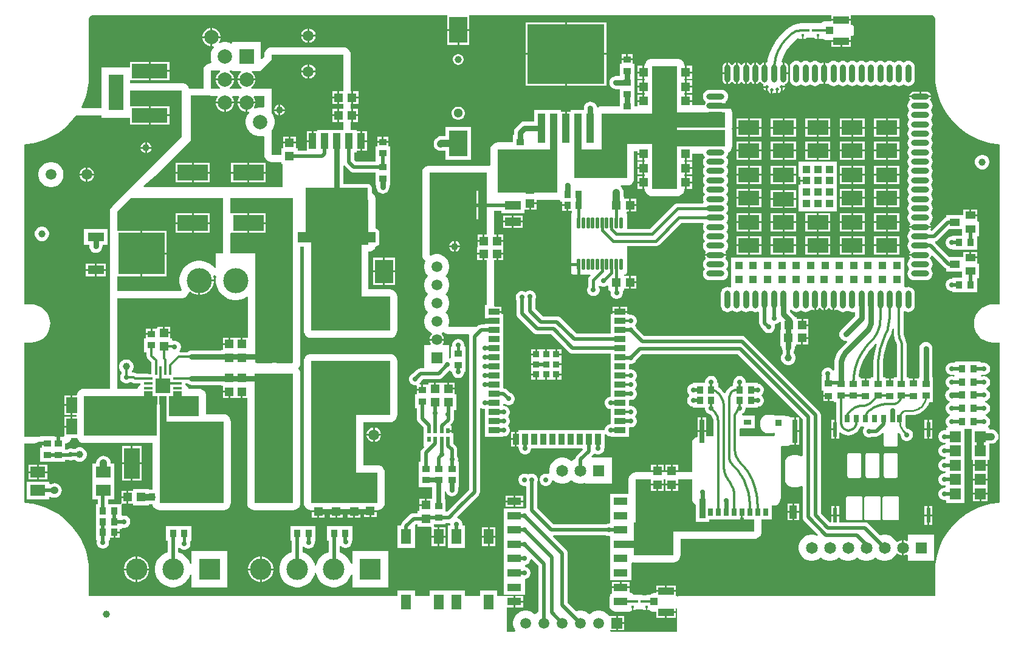
<source format=gtl>
G04*
G04 #@! TF.GenerationSoftware,Altium Limited,Altium Designer,24.5.2 (23)*
G04*
G04 Layer_Physical_Order=1*
G04 Layer_Color=255*
%FSLAX25Y25*%
%MOIN*%
G70*
G04*
G04 #@! TF.SameCoordinates,8FE26F7D-864F-485A-8D9F-B4AC665C6A70*
G04*
G04*
G04 #@! TF.FilePolarity,Positive*
G04*
G01*
G75*
%ADD11C,0.00787*%
%ADD16R,0.04134X0.03071*%
%ADD17R,0.03543X0.03661*%
%ADD18R,0.02756X0.13110*%
%ADD19R,0.03386X0.11024*%
%ADD20R,0.04488X0.07205*%
%ADD21R,0.02756X0.04331*%
%ADD22R,0.04724X0.05118*%
%ADD23C,0.03937*%
%ADD24R,0.05906X0.05906*%
%ADD25R,0.01378X0.01575*%
G04:AMPARAMS|DCode=26|XSize=98.43mil|YSize=31.5mil|CornerRadius=15.75mil|HoleSize=0mil|Usage=FLASHONLY|Rotation=90.000|XOffset=0mil|YOffset=0mil|HoleType=Round|Shape=RoundedRectangle|*
%AMROUNDEDRECTD26*
21,1,0.09843,0.00000,0,0,90.0*
21,1,0.06693,0.03150,0,0,90.0*
1,1,0.03150,0.00000,0.03347*
1,1,0.03150,0.00000,-0.03347*
1,1,0.03150,0.00000,-0.03347*
1,1,0.03150,0.00000,0.03347*
%
%ADD26ROUNDEDRECTD26*%
%ADD27R,0.04331X0.04331*%
G04:AMPARAMS|DCode=28|XSize=98.43mil|YSize=31.5mil|CornerRadius=15.75mil|HoleSize=0mil|Usage=FLASHONLY|Rotation=180.000|XOffset=0mil|YOffset=0mil|HoleType=Round|Shape=RoundedRectangle|*
%AMROUNDEDRECTD28*
21,1,0.09843,0.00000,0,0,180.0*
21,1,0.06693,0.03150,0,0,180.0*
1,1,0.03150,-0.03347,0.00000*
1,1,0.03150,0.03347,0.00000*
1,1,0.03150,0.03347,0.00000*
1,1,0.03150,-0.03347,0.00000*
%
%ADD28ROUNDEDRECTD28*%
%ADD29R,0.11811X0.07874*%
%ADD30R,0.04016X0.03701*%
%ADD31R,0.03937X0.03543*%
%ADD32R,0.01575X0.01575*%
%ADD33R,0.05118X0.04724*%
%ADD34R,0.10236X0.14173*%
%ADD35R,0.03701X0.04016*%
%ADD36R,0.05512X0.08268*%
%ADD37R,0.05906X0.03543*%
%ADD38R,0.03543X0.05906*%
%ADD39R,0.03543X0.03543*%
%ADD40R,0.01968X0.03150*%
%ADD41R,0.08661X0.04134*%
%ADD42R,0.04331X0.03937*%
%ADD43R,0.05512X0.03937*%
%ADD44R,0.07677X0.04134*%
%ADD45R,0.04213X0.08504*%
%ADD46R,0.04100X0.15900*%
%ADD47R,0.08661X0.13780*%
%ADD48R,0.08661X0.04724*%
%ADD49R,0.09843X0.12992*%
%ADD50R,0.11417X0.21260*%
%ADD51R,0.05906X0.08661*%
%ADD52R,0.08661X0.05906*%
%ADD53R,0.08268X0.08268*%
%ADD54R,0.04724X0.01181*%
%ADD55R,0.01181X0.04724*%
%ADD56R,0.08661X0.16929*%
%ADD57R,0.08976X0.04724*%
%ADD58R,0.25197X0.22835*%
%ADD59R,0.08268X0.05906*%
G04:AMPARAMS|DCode=60|XSize=59.06mil|YSize=17.72mil|CornerRadius=1.97mil|HoleSize=0mil|Usage=FLASHONLY|Rotation=270.000|XOffset=0mil|YOffset=0mil|HoleType=Round|Shape=RoundedRectangle|*
%AMROUNDEDRECTD60*
21,1,0.05906,0.01378,0,0,270.0*
21,1,0.05512,0.01772,0,0,270.0*
1,1,0.00394,-0.00689,-0.02756*
1,1,0.00394,-0.00689,0.02756*
1,1,0.00394,0.00689,0.02756*
1,1,0.00394,0.00689,-0.02756*
%
%ADD60ROUNDEDRECTD60*%
%ADD61R,0.42300X0.32700*%
%ADD62R,0.21260X0.11417*%
%ADD63R,0.16929X0.08661*%
%ADD64R,0.02284X0.08268*%
%ADD65R,0.02559X0.04449*%
%ADD66R,0.02953X0.04449*%
%ADD134C,0.01320*%
%ADD135C,0.01000*%
%ADD136C,0.01968*%
%ADD137C,0.03150*%
%AMCUSTOMSHAPE138*
4,1,8,-0.21260,-0.15098,-0.21260,-0.09311,-0.17126,-0.09311,-0.17126,0.15098,0.17126,0.15098,0.17126,-0.09311,0.21260,-0.09311,0.21260,-0.15098,-0.21260,-0.15098,0.0*%
%ADD138CUSTOMSHAPE138*%

%ADD139C,0.01575*%
%ADD140C,0.03937*%
%ADD141C,0.02756*%
%ADD142C,0.02362*%
%ADD143C,0.01181*%
%ADD144C,0.03543*%
%ADD145C,0.06496*%
%ADD146R,0.06496X0.06496*%
%ADD147C,0.05906*%
%ADD148R,0.06496X0.06496*%
%ADD149R,0.05906X0.05906*%
%ADD150C,0.05118*%
%ADD151C,0.13780*%
%ADD152R,0.11811X0.11811*%
%ADD153C,0.11811*%
%ADD154R,0.19685X0.07874*%
%ADD155R,0.07874X0.19685*%
%ADD156C,0.07874*%
%ADD157R,0.07874X0.07874*%
%ADD158C,0.02756*%
%ADD159C,0.02000*%
G36*
X177165Y298764D02*
X174981D01*
Y295205D01*
Y291646D01*
X177165D01*
Y288992D01*
X174909D01*
Y285433D01*
Y281874D01*
X177165D01*
Y277567D01*
X162807D01*
Y276598D01*
X160689D01*
Y271346D01*
X160189D01*
Y270846D01*
X157083D01*
Y266094D01*
X156434Y265970D01*
X152165D01*
Y267323D01*
X151197D01*
Y269972D01*
X144079D01*
Y267323D01*
X143110D01*
Y263779D01*
X137795D01*
X137795Y277144D01*
X138474Y278160D01*
X139067Y279593D01*
X139370Y281114D01*
Y282665D01*
X139067Y284187D01*
X138474Y285619D01*
X137795Y286635D01*
Y300197D01*
X126766D01*
X126578Y300897D01*
X127047Y301167D01*
X127966Y302087D01*
X128616Y303212D01*
X128953Y304468D01*
Y304618D01*
X124016D01*
X119079D01*
Y304468D01*
X119415Y303212D01*
X120065Y302087D01*
X120984Y301167D01*
X121453Y300897D01*
X121266Y300197D01*
X114955D01*
X114767Y300897D01*
X115236Y301167D01*
X116155Y302087D01*
X116805Y303212D01*
X117142Y304468D01*
Y304618D01*
X112205D01*
X107268D01*
Y304468D01*
X107604Y303212D01*
X108254Y302087D01*
X109173Y301167D01*
X109642Y300897D01*
X109455Y300197D01*
X104331D01*
Y310039D01*
X109455D01*
X109642Y309339D01*
X109173Y309069D01*
X108254Y308150D01*
X107604Y307024D01*
X107268Y305768D01*
Y305618D01*
X112205D01*
X117142D01*
Y305768D01*
X116805Y307024D01*
X116155Y308150D01*
X115236Y309069D01*
X114767Y309339D01*
X114955Y310039D01*
X116142D01*
Y309842D01*
X120925D01*
X121112Y309142D01*
X120984Y309069D01*
X120065Y308150D01*
X119415Y307024D01*
X119079Y305768D01*
Y305618D01*
X124016D01*
X128953D01*
Y305768D01*
X128616Y307024D01*
X127966Y308150D01*
X127047Y309069D01*
X126919Y309142D01*
X127107Y309842D01*
X131890D01*
Y310039D01*
X137795Y315945D01*
Y318898D01*
X177165D01*
Y298764D01*
D02*
G37*
G36*
X104331Y296226D02*
X108014D01*
X108150Y295898D01*
X108240Y295526D01*
X107604Y294425D01*
X107268Y293170D01*
Y293020D01*
X112205D01*
Y292520D01*
D01*
Y293020D01*
X117142D01*
Y293170D01*
X116805Y294425D01*
X116170Y295526D01*
X116260Y295898D01*
X116395Y296226D01*
X119825D01*
X119961Y295898D01*
X120051Y295526D01*
X119415Y294425D01*
X119079Y293170D01*
Y293020D01*
X124016D01*
X128953D01*
Y293170D01*
X128616Y294425D01*
X127981Y295526D01*
X128070Y295898D01*
X128206Y296226D01*
X133824D01*
Y290169D01*
X133124Y289594D01*
X132272Y289764D01*
X130720D01*
X129199Y289461D01*
X128621Y289222D01*
X128133Y289777D01*
X128616Y290614D01*
X128953Y291870D01*
Y292020D01*
X124516D01*
Y287583D01*
X124666D01*
X125209Y287728D01*
X125571Y287101D01*
X125380Y286909D01*
X124518Y285619D01*
X123925Y284187D01*
X123622Y282665D01*
Y281114D01*
X123925Y279593D01*
X124518Y278160D01*
X125380Y276870D01*
X126477Y275774D01*
X127766Y274912D01*
X129199Y274318D01*
X130720Y274016D01*
X132272D01*
X133124Y274185D01*
X133824Y273611D01*
X133824Y263779D01*
X133960Y262752D01*
X134356Y261794D01*
X134987Y260972D01*
X135810Y260341D01*
X136767Y259944D01*
X137795Y259809D01*
X143110D01*
Y258661D01*
X143701D01*
Y246063D01*
X67760D01*
X67522Y246721D01*
X73819Y251969D01*
X93504Y271654D01*
Y296260D01*
X104073D01*
X104331Y296226D01*
D02*
G37*
G36*
X88583Y273622D02*
X78740Y263779D01*
X57926Y242965D01*
X50376Y235415D01*
X50376Y235415D01*
X49213Y234252D01*
Y232607D01*
Y222063D01*
Y197228D01*
Y189961D01*
Y188976D01*
Y135420D01*
X34902D01*
X33874Y135285D01*
X32916Y134888D01*
X32094Y134257D01*
X31463Y133435D01*
X31066Y132477D01*
X30971Y131759D01*
X28524D01*
Y126428D01*
Y121098D01*
X30931D01*
Y119948D01*
X28524D01*
Y114618D01*
X28024D01*
Y114118D01*
X24071D01*
Y109287D01*
X23385Y109252D01*
X18740D01*
Y109291D01*
X10787D01*
Y109252D01*
X2208D01*
Y160784D01*
X5906D01*
X5906Y160784D01*
Y160784D01*
X5990Y160801D01*
X7543Y160923D01*
X9139Y161307D01*
X10657Y161935D01*
X12057Y162793D01*
X13306Y163860D01*
X14372Y165109D01*
X15230Y166509D01*
X15859Y168026D01*
X16242Y169623D01*
X16371Y171260D01*
X16242Y172897D01*
X15859Y174494D01*
X15230Y176011D01*
X14372Y177411D01*
X13306Y178660D01*
X12057Y179727D01*
X10657Y180585D01*
X9139Y181213D01*
X7543Y181596D01*
X5990Y181719D01*
X5906Y181735D01*
X2196D01*
Y269571D01*
X3240Y269623D01*
X6942Y270172D01*
X10572Y271081D01*
X14095Y272342D01*
X17478Y273942D01*
X20688Y275866D01*
X23694Y278095D01*
X26467Y280608D01*
X28980Y283381D01*
X30502Y285433D01*
X44488D01*
Y284252D01*
X60024D01*
Y280496D01*
X70366D01*
Y285433D01*
Y290370D01*
X60236D01*
Y299213D01*
X88583D01*
Y273622D01*
D02*
G37*
G36*
X39370Y340312D02*
X234039D01*
Y332764D01*
X240157D01*
X246276D01*
Y340312D01*
X444867D01*
Y338341D01*
X455529D01*
Y340312D01*
X499300D01*
X499315Y340312D01*
X500000Y340312D01*
X500657Y340207D01*
X500672Y340204D01*
X501241Y339824D01*
X501622Y339254D01*
X501625Y339239D01*
X501729Y338583D01*
X501741Y338523D01*
X501741Y337883D01*
X501743Y308057D01*
X501756Y307988D01*
X501736Y307571D01*
X501920Y303834D01*
X502469Y300132D01*
X503378Y296502D01*
X504638Y292979D01*
X506238Y289597D01*
X508162Y286387D01*
X510391Y283381D01*
X512904Y280609D01*
X515677Y278096D01*
X518682Y275867D01*
X521892Y273943D01*
X525275Y272343D01*
X528798Y271082D01*
X532428Y270173D01*
X536129Y269624D01*
X537162Y269573D01*
Y181735D01*
X533465D01*
X533465Y181735D01*
Y181735D01*
X533380Y181719D01*
X531827Y181596D01*
X530231Y181213D01*
X528713Y180585D01*
X527313Y179727D01*
X526064Y178660D01*
X524998Y177411D01*
X524140Y176011D01*
X523511Y174494D01*
X523128Y172897D01*
X522999Y171260D01*
X523128Y169623D01*
X523511Y168026D01*
X524140Y166509D01*
X524998Y165109D01*
X526064Y163860D01*
X527313Y162793D01*
X528713Y161935D01*
X530231Y161307D01*
X531827Y160923D01*
X533380Y160801D01*
X533465Y160784D01*
X537162D01*
Y72948D01*
X536130Y72897D01*
X532429Y72348D01*
X528798Y71439D01*
X525275Y70178D01*
X521892Y68578D01*
X518682Y66654D01*
X515676Y64425D01*
X512903Y61912D01*
X510390Y59139D01*
X508161Y56133D01*
X506237Y52923D01*
X504637Y49540D01*
X503376Y46016D01*
X502467Y42386D01*
X501918Y38685D01*
X501734Y34947D01*
X501755Y34530D01*
X501741Y34461D01*
Y21689D01*
X361221D01*
X360830Y21611D01*
X360582Y21445D01*
X360441Y21540D01*
X360051Y21617D01*
X359436D01*
Y23938D01*
X348775D01*
Y23280D01*
X347320D01*
X346503Y23172D01*
X345742Y22857D01*
X345365Y22568D01*
X343476D01*
Y22058D01*
X342301D01*
X341650Y21972D01*
X340968Y22255D01*
X340151Y22362D01*
X338773D01*
X338379Y22310D01*
X337985Y22362D01*
X336486D01*
X336182Y22758D01*
X335528Y23260D01*
X334767Y23575D01*
X334042Y23671D01*
Y26005D01*
X329204D01*
X324365D01*
Y23438D01*
X324365Y23438D01*
X324365D01*
X324126Y22823D01*
X324041Y22758D01*
X323970Y22666D01*
X323397D01*
Y21761D01*
X323224Y21343D01*
X323116Y20526D01*
Y16392D01*
X323224Y15575D01*
X323397Y15157D01*
Y14595D01*
X323707D01*
X324041Y14160D01*
X324694Y13658D01*
X325456Y13343D01*
X326273Y13236D01*
X333950D01*
X334767Y13343D01*
X335528Y13658D01*
X336034Y14047D01*
X337464D01*
Y14474D01*
X337985D01*
X338379Y14526D01*
X338773Y14474D01*
X340151D01*
X340801Y14560D01*
X341484Y14277D01*
X341590Y14263D01*
Y14047D01*
X345017D01*
X345088Y13954D01*
X345742Y13452D01*
X346503Y13137D01*
X347320Y13029D01*
X348775D01*
Y9757D01*
X353605D01*
Y12823D01*
X354105D01*
Y13323D01*
X359436D01*
Y15419D01*
X359501Y15433D01*
X360201Y14869D01*
Y2208D01*
X323928D01*
X323550Y2908D01*
X323569Y2937D01*
X326665D01*
Y6890D01*
Y10842D01*
X323213D01*
X323213Y10842D01*
Y10842D01*
X322624Y11121D01*
X322517Y11282D01*
X321557Y12241D01*
X320429Y12995D01*
X319175Y13515D01*
X317844Y13780D01*
X316487D01*
X315156Y13515D01*
X313902Y12995D01*
X312773Y12241D01*
X312165Y11633D01*
X311557Y12241D01*
X310429Y12995D01*
X309175Y13515D01*
X307844Y13780D01*
X306487D01*
X305156Y13515D01*
X304870Y13397D01*
X300222Y18045D01*
Y45079D01*
X300121Y45849D01*
X299823Y46568D01*
X299350Y47185D01*
X292159Y54376D01*
X292427Y55023D01*
X321173D01*
X321416Y54882D01*
X322267Y54654D01*
X323148D01*
X323397Y54464D01*
Y46091D01*
Y38217D01*
Y30343D01*
X335011D01*
Y38217D01*
Y39898D01*
X335711Y40352D01*
X336487Y40250D01*
X358141D01*
X359169Y40385D01*
X360126Y40782D01*
X360949Y41413D01*
X361580Y42236D01*
X361977Y43193D01*
X362112Y44221D01*
Y53116D01*
X402559D01*
X403587Y53251D01*
X404544Y53648D01*
X405367Y54279D01*
X405998Y55101D01*
X406395Y56059D01*
X406530Y57087D01*
Y63701D01*
X412028D01*
Y71344D01*
X413091D01*
X414118Y71479D01*
X415076Y71876D01*
X415899Y72507D01*
X416530Y73330D01*
X416926Y74287D01*
X417062Y75315D01*
Y103582D01*
X417588Y104043D01*
X417756Y104021D01*
X419962D01*
X420989Y104156D01*
X421766Y104478D01*
X422445Y104630D01*
Y104630D01*
X422445Y104630D01*
X424323D01*
Y112185D01*
Y119740D01*
X422445D01*
X422445Y119740D01*
X421948Y119947D01*
X421947Y119948D01*
X420989Y120344D01*
X419962Y120480D01*
X419468D01*
Y120709D01*
X413973D01*
X413026Y121101D01*
X411998Y121236D01*
X409823D01*
X408795Y121101D01*
X407837Y120704D01*
X407015Y120073D01*
X406384Y119251D01*
X405987Y118293D01*
X405852Y117265D01*
Y115079D01*
X405987Y114051D01*
X406384Y113093D01*
X407015Y112271D01*
X407837Y111640D01*
X408795Y111243D01*
X409823Y111108D01*
X411998D01*
X413026Y111243D01*
X413203Y111316D01*
X413785Y110927D01*
Y109725D01*
X413259Y109264D01*
X413091Y109286D01*
X394384D01*
Y113262D01*
X394902Y113701D01*
X395083Y113701D01*
X402972D01*
Y120709D01*
X396129D01*
X395665Y121409D01*
X395752Y121615D01*
X395764Y121618D01*
X396527Y122058D01*
X397150Y122681D01*
X397591Y123444D01*
X397819Y124296D01*
Y124961D01*
X404511D01*
Y125591D01*
X404968D01*
X405819Y125819D01*
X406582Y126259D01*
X407205Y126882D01*
X407646Y127645D01*
X407874Y128496D01*
Y129378D01*
X407646Y130229D01*
X407205Y130992D01*
X406746Y131451D01*
X406645Y131890D01*
X406746Y132328D01*
X407205Y132788D01*
X407646Y133551D01*
X407874Y134402D01*
Y135283D01*
X407646Y136134D01*
X407205Y136897D01*
X406582Y137520D01*
X405819Y137961D01*
X404968Y138189D01*
X404511D01*
Y138745D01*
X397819D01*
Y139606D01*
X397591Y140457D01*
X397150Y141220D01*
X396527Y141843D01*
X395764Y142284D01*
X394913Y142512D01*
X394032D01*
X393181Y142284D01*
X392418Y141843D01*
X391795Y141220D01*
X391354Y140457D01*
X391126Y139606D01*
Y138745D01*
X390653D01*
Y137151D01*
X389669Y136743D01*
X389121Y136322D01*
X389121Y136322D01*
X388592Y135916D01*
X388589Y135914D01*
X388591Y135911D01*
X387538Y134627D01*
X386831Y133306D01*
X386516Y133187D01*
X386465Y133180D01*
X386036Y133205D01*
X384922Y134510D01*
X384911Y134499D01*
X384149Y135261D01*
X384158Y135270D01*
X383039Y136189D01*
X382756Y136340D01*
Y138745D01*
X382283D01*
Y139606D01*
X382055Y140457D01*
X381615Y141220D01*
X380992Y141843D01*
X380229Y142284D01*
X379378Y142512D01*
X378496D01*
X377645Y142284D01*
X376882Y141843D01*
X376259Y141220D01*
X375819Y140457D01*
X375591Y139606D01*
Y138745D01*
X368898D01*
Y138192D01*
X368875Y138189D01*
X368654D01*
X368440Y138132D01*
X368221Y138103D01*
X368017Y138018D01*
X367803Y137961D01*
X367611Y137850D01*
X367407Y137766D01*
X367231Y137631D01*
X367040Y137520D01*
X366883Y137364D01*
X366708Y137229D01*
X366573Y137054D01*
X366417Y136897D01*
X366306Y136706D01*
X366171Y136530D01*
X366087Y136326D01*
X365976Y136134D01*
X365919Y135921D01*
X365834Y135716D01*
X365805Y135497D01*
X365748Y135283D01*
Y135062D01*
X365719Y134843D01*
X365748Y134623D01*
Y134402D01*
X365805Y134188D01*
X365834Y133969D01*
X365919Y133765D01*
X365976Y133551D01*
X366087Y133359D01*
X366171Y133155D01*
X366306Y132979D01*
X366417Y132788D01*
X366573Y132631D01*
X366708Y132456D01*
X366781Y132382D01*
X366862Y132320D01*
X366960Y131931D01*
X366971Y131808D01*
X366932Y131605D01*
X366863Y131438D01*
X366417Y130992D01*
X365976Y130229D01*
X365748Y129378D01*
Y128496D01*
X365976Y127645D01*
X366417Y126882D01*
X367040Y126259D01*
X367803Y125819D01*
X368654Y125591D01*
X368898D01*
Y124961D01*
X375591D01*
Y124296D01*
X375819Y123444D01*
X376259Y122681D01*
X376882Y122058D01*
X377645Y121618D01*
X378496Y121390D01*
X378525D01*
X378903Y120929D01*
X379583Y119657D01*
X380002Y118277D01*
X380140Y116877D01*
X380135Y116842D01*
Y109286D01*
X376177D01*
Y111685D01*
X373799D01*
X371421D01*
Y109154D01*
X371393Y109151D01*
X370436Y108754D01*
X369613Y108123D01*
X368982Y107300D01*
X368586Y106343D01*
X368450Y105315D01*
Y89601D01*
X360842D01*
Y89854D01*
X357284D01*
X353724D01*
Y89601D01*
X352969D01*
Y89854D01*
X349409D01*
X345850D01*
Y89601D01*
X337598D01*
X336571Y89466D01*
X335613Y89069D01*
X334790Y88438D01*
X334159Y87615D01*
X333763Y86658D01*
X333627Y85630D01*
Y77784D01*
X323397D01*
Y69713D01*
Y62005D01*
X323148Y61347D01*
X322267D01*
X321416Y61119D01*
X321173Y60979D01*
X292445D01*
X283363Y70061D01*
Y84025D01*
X283503Y84268D01*
X283731Y85119D01*
Y86000D01*
X283503Y86851D01*
X283063Y87615D01*
X282440Y88238D01*
X281677Y88678D01*
X280825Y88906D01*
X279944D01*
X279093Y88678D01*
X278416Y88287D01*
X277740Y88678D01*
X276888Y88906D01*
X276007D01*
X275156Y88678D01*
X274393Y88238D01*
X273770Y87615D01*
X273329Y86851D01*
X273101Y86000D01*
Y85119D01*
X273329Y84268D01*
X273770Y83505D01*
X274393Y82882D01*
X275156Y82441D01*
X276007Y82213D01*
X276888D01*
X277407Y81816D01*
Y69998D01*
X276743Y69910D01*
Y69910D01*
X265129D01*
Y61839D01*
Y53965D01*
Y46091D01*
Y38217D01*
Y30343D01*
Y22469D01*
X276743D01*
Y31032D01*
X276888D01*
X277740Y31260D01*
X278503Y31701D01*
X279126Y32324D01*
X279566Y33087D01*
X279794Y33938D01*
Y34819D01*
X279566Y35670D01*
X279126Y36433D01*
X278503Y37056D01*
X277740Y37497D01*
X276888Y37725D01*
X276743D01*
Y38906D01*
X276888D01*
X277740Y39134D01*
X278503Y39575D01*
X279126Y40198D01*
X279566Y40961D01*
X279745Y41628D01*
X280431Y41932D01*
X284187Y38176D01*
Y13114D01*
X283902Y12995D01*
X282773Y12241D01*
X282165Y11633D01*
X281557Y12241D01*
X280429Y12995D01*
X279175Y13515D01*
X277844Y13780D01*
X276487D01*
X275156Y13515D01*
X273902Y12995D01*
X272773Y12241D01*
X271814Y11282D01*
X271060Y10153D01*
X270540Y8899D01*
X270276Y7568D01*
Y6211D01*
X270540Y4880D01*
X271060Y3626D01*
X271540Y2908D01*
X271166Y2208D01*
X266768D01*
Y15564D01*
X270436D01*
Y18631D01*
Y21698D01*
X266097D01*
Y21698D01*
X266021Y21635D01*
X265748Y21689D01*
X261614D01*
Y24606D01*
X252165D01*
Y21689D01*
X243898D01*
Y24606D01*
X234449D01*
Y24606D01*
X234055D01*
Y24606D01*
X224606D01*
Y21689D01*
X216339D01*
Y24606D01*
X206890D01*
Y21689D01*
X37629D01*
Y34461D01*
X37615Y34530D01*
X37636Y34947D01*
X37452Y38685D01*
X36903Y42386D01*
X35994Y46016D01*
X34733Y49540D01*
X33133Y52923D01*
X31209Y56133D01*
X28980Y59139D01*
X26467Y61912D01*
X23694Y64425D01*
X20688Y66654D01*
X17478Y68578D01*
X14095Y70178D01*
X10572Y71439D01*
X6942Y72348D01*
X3240Y72897D01*
X2208Y72948D01*
Y105281D01*
X10787D01*
X11056Y105316D01*
X11260Y105317D01*
X11756Y104824D01*
Y103071D01*
X10787D01*
Y95433D01*
X24646D01*
Y96274D01*
X26332D01*
X27119Y96063D01*
X28000D01*
X28851Y96291D01*
X29094Y96431D01*
X29891D01*
X30063Y96259D01*
X30961Y95741D01*
X31962Y95473D01*
X32999D01*
X34000Y95741D01*
X34898Y96259D01*
X35631Y96992D01*
X36149Y97890D01*
X36417Y98891D01*
Y99928D01*
X36149Y100929D01*
X35631Y101827D01*
X34898Y102560D01*
X34000Y103078D01*
X32999Y103347D01*
X31962D01*
X30961Y103078D01*
X30063Y102560D01*
X29891Y102388D01*
X29094D01*
X28851Y102528D01*
X28000Y102756D01*
X27119D01*
X26267Y102528D01*
X25752Y102230D01*
X24646D01*
Y105389D01*
X24684Y105396D01*
X25099Y105451D01*
X25192Y105490D01*
X25292Y105508D01*
X25670Y105688D01*
X26056Y105848D01*
X26137Y105910D01*
X26228Y105953D01*
X26547Y106224D01*
X26879Y106479D01*
X26941Y106559D01*
X27018Y106625D01*
X27255Y106969D01*
X27510Y107301D01*
X27549Y107395D01*
X27606Y107478D01*
X27746Y107872D01*
X27907Y108259D01*
X27914Y108318D01*
X31182D01*
X31463Y107641D01*
X32094Y106818D01*
X32916Y106187D01*
X33874Y105790D01*
X34902Y105655D01*
X72368D01*
Y79998D01*
X70557D01*
Y80549D01*
X61896D01*
Y79580D01*
X59246D01*
Y76021D01*
Y72462D01*
X61896D01*
Y71494D01*
X70557D01*
Y72045D01*
X72472D01*
X72503Y71807D01*
X72900Y70849D01*
X73531Y70027D01*
X74353Y69396D01*
X75311Y68999D01*
X76339Y68864D01*
X111409D01*
X112437Y68999D01*
X113394Y69396D01*
X114217Y70027D01*
X114848Y70849D01*
X115245Y71807D01*
X115380Y72835D01*
Y117500D01*
X115245Y118528D01*
X114848Y119485D01*
X114217Y120308D01*
X113394Y120939D01*
X112437Y121336D01*
X111409Y121471D01*
X101865D01*
Y131476D01*
X101729Y132504D01*
X101333Y133462D01*
X100702Y134284D01*
X99879Y134915D01*
X98922Y135312D01*
X97894Y135447D01*
X92277D01*
X92080Y135923D01*
X91449Y136745D01*
X90627Y137376D01*
X90610Y137383D01*
Y138443D01*
X91628D01*
X92170Y138027D01*
X93032Y137670D01*
X93957Y137548D01*
X110028D01*
Y137045D01*
X110997D01*
Y134395D01*
X114556D01*
Y133895D01*
X115056D01*
Y130533D01*
X120946D01*
Y133895D01*
X121946D01*
Y130533D01*
X124434D01*
Y72835D01*
X124570Y71807D01*
X124967Y70849D01*
X125598Y70027D01*
X126420Y69396D01*
X127378Y68999D01*
X128405Y68864D01*
X149606D01*
X150634Y68999D01*
X151592Y69396D01*
X152414Y70027D01*
X153045Y70849D01*
X153442Y71807D01*
X153577Y72835D01*
Y143701D01*
X153442Y144729D01*
X153045Y145686D01*
X152414Y146509D01*
Y146798D01*
X153045Y147621D01*
X153442Y148579D01*
X153577Y149606D01*
Y209646D01*
Y213552D01*
X155478D01*
Y167323D01*
X155613Y166295D01*
X156010Y165337D01*
X156641Y164515D01*
X157463Y163884D01*
X158421Y163487D01*
X159449Y163352D01*
X202756D01*
X203784Y163487D01*
X204741Y163884D01*
X205564Y164515D01*
X206195Y165337D01*
X206592Y166295D01*
X206727Y167323D01*
Y186024D01*
X206592Y187051D01*
X206195Y188009D01*
X205564Y188831D01*
X204741Y189463D01*
X203784Y189859D01*
X202756Y189995D01*
X190979D01*
Y210600D01*
X191973Y210731D01*
X192930Y211128D01*
X193753Y211759D01*
X194384Y212581D01*
X194781Y213539D01*
X194782Y213552D01*
X194835D01*
X195603Y213705D01*
X196254Y214140D01*
X196689Y214791D01*
X196842Y215559D01*
Y221346D01*
X196689Y222114D01*
X196254Y222766D01*
X195603Y223201D01*
X194916Y223337D01*
Y239173D01*
X194781Y240201D01*
X194384Y241159D01*
X193753Y241981D01*
X192930Y242612D01*
X192708Y242704D01*
Y245756D01*
X192555Y246524D01*
X192120Y247175D01*
X191469Y247610D01*
X190701Y247763D01*
X177149D01*
Y257757D01*
X177849Y257995D01*
X178162Y257587D01*
X180807Y254941D01*
X180807Y254941D01*
X181424Y254468D01*
X182143Y254170D01*
X182913Y254069D01*
X194843D01*
Y247008D01*
X195245D01*
Y246063D01*
X195367Y245138D01*
X195724Y244276D01*
X196292Y243536D01*
X197032Y242968D01*
X197894Y242611D01*
X198819Y242489D01*
X199744Y242611D01*
X200606Y242968D01*
X201346Y243536D01*
X201914Y244276D01*
X202271Y245138D01*
X202393Y246063D01*
Y247008D01*
X202795D01*
Y253228D01*
Y260787D01*
Y268425D01*
X201827D01*
Y270327D01*
X198819D01*
X195811D01*
Y268425D01*
X194843D01*
Y260026D01*
X184147D01*
X183246Y260927D01*
Y265126D01*
X184343D01*
Y266094D01*
X186461D01*
Y271346D01*
Y276598D01*
X184343D01*
Y277567D01*
X181136D01*
Y281874D01*
X181390D01*
Y285433D01*
Y288992D01*
X181136D01*
Y291646D01*
X181462D01*
Y295205D01*
Y298764D01*
X181136D01*
Y318898D01*
X181001Y319925D01*
X180604Y320883D01*
X179973Y321706D01*
X179151Y322337D01*
X178193Y322733D01*
X177165Y322869D01*
X137795D01*
X136767Y322733D01*
X135810Y322337D01*
X134987Y321706D01*
X134356Y320883D01*
X133960Y319925D01*
X133824Y318898D01*
Y317590D01*
X132536Y316302D01*
X131890Y316570D01*
Y325590D01*
X116142D01*
Y325366D01*
X115442Y324899D01*
X114502Y325288D01*
X112980Y325590D01*
X111429D01*
X109908Y325288D01*
X109329Y325048D01*
X108842Y325604D01*
X109325Y326441D01*
X109661Y327696D01*
Y327846D01*
X105225D01*
Y323409D01*
X105374D01*
X105918Y323555D01*
X106280Y322927D01*
X106089Y322736D01*
X105227Y321446D01*
X104633Y320013D01*
X104331Y318492D01*
Y316941D01*
X104633Y315420D01*
X104976Y314592D01*
X104587Y314010D01*
X104331D01*
X103303Y313875D01*
X102345Y313478D01*
X101523Y312847D01*
X100892Y312025D01*
X100495Y311067D01*
X100360Y310039D01*
Y300231D01*
X93504D01*
X93072Y300174D01*
X92418Y300240D01*
X92022Y301198D01*
X91391Y302021D01*
X90568Y302652D01*
X89610Y303048D01*
X88583Y303184D01*
X60236D01*
Y304906D01*
X70366D01*
Y309842D01*
Y314779D01*
X60024D01*
Y311811D01*
X44488D01*
Y289404D01*
X33816D01*
X33373Y290104D01*
X34733Y292980D01*
X35994Y296503D01*
X36903Y300133D01*
X37452Y303835D01*
X37636Y307573D01*
X37615Y307990D01*
X37629Y308059D01*
Y338523D01*
X37641Y338583D01*
X37641D01*
X37745Y339239D01*
X37748Y339254D01*
X38129Y339824D01*
X38698Y340205D01*
X39304Y340325D01*
X39370Y340312D01*
D02*
G37*
G36*
X111187Y232252D02*
X111208Y232086D01*
X111200Y231919D01*
X111221Y231827D01*
Y220929D01*
X111200Y220837D01*
X111208Y220670D01*
X111187Y220504D01*
Y209646D01*
X107283D01*
Y201808D01*
X106618Y201592D01*
X106368Y201935D01*
X105163Y203140D01*
X103785Y204142D01*
X102266Y204915D01*
X100645Y205442D01*
X98962Y205709D01*
X97258D01*
X95575Y205442D01*
X93954Y204915D01*
X92436Y204142D01*
X91057Y203140D01*
X89852Y201935D01*
X88850Y200556D01*
X88077Y199038D01*
X87550Y197417D01*
X87283Y195734D01*
Y194030D01*
X87550Y192347D01*
X88077Y190726D01*
X88611Y189676D01*
X88182Y188976D01*
X53184D01*
Y189961D01*
Y197228D01*
X65917D01*
Y209646D01*
Y222063D01*
X53184D01*
Y232607D01*
X60734Y240158D01*
X111187D01*
Y232252D01*
D02*
G37*
G36*
X106412Y197659D02*
X106825Y197626D01*
X106928Y197645D01*
X106933Y197644D01*
X107233Y197375D01*
X107489Y197032D01*
X107283Y195734D01*
Y194030D01*
X107550Y192347D01*
X108077Y190726D01*
X108850Y189207D01*
X109852Y187829D01*
X111057Y186624D01*
X112436Y185622D01*
X113954Y184848D01*
X115575Y184322D01*
X117258Y184055D01*
X118962D01*
X120645Y184322D01*
X122266Y184848D01*
X123785Y185622D01*
X124342Y186027D01*
X124966Y185709D01*
Y163408D01*
X121945D01*
Y160046D01*
X120945D01*
Y163408D01*
X115056D01*
Y160046D01*
X114556D01*
Y159546D01*
X110997D01*
Y156896D01*
X110028D01*
Y156521D01*
X94063D01*
X93957Y156535D01*
X93032Y156413D01*
X92170Y156056D01*
X91500Y155542D01*
X87446D01*
X87156Y156242D01*
X87323Y156410D01*
X87764Y157173D01*
X87992Y158024D01*
Y158905D01*
X87764Y159756D01*
X87323Y160519D01*
X86700Y161142D01*
X85937Y161583D01*
X85086Y161811D01*
X84205D01*
X83968Y161747D01*
X83268Y162285D01*
Y162992D01*
X82299D01*
Y165642D01*
X78740D01*
Y166142D01*
X78240D01*
Y169504D01*
X75181D01*
Y168929D01*
X74858Y168362D01*
X72350D01*
Y165512D01*
X71850D01*
Y165012D01*
X68843D01*
Y163110D01*
X67874D01*
Y155472D01*
X69269D01*
Y153543D01*
X69357Y152875D01*
X69615Y152253D01*
X70025Y151718D01*
X71789Y149954D01*
Y145256D01*
X71811Y145088D01*
Y143583D01*
X70306D01*
X70138Y143605D01*
X63771D01*
X63298Y143968D01*
X62676Y144226D01*
X62008Y144313D01*
X61304D01*
X61014Y145013D01*
X61221Y145220D01*
X61740Y146118D01*
X62008Y147119D01*
Y148156D01*
X61740Y149157D01*
X61221Y150055D01*
X60488Y150788D01*
X59591Y151306D01*
X58589Y151575D01*
X57552D01*
X56551Y151306D01*
X55654Y150788D01*
X54921Y150055D01*
X54402Y149157D01*
X54134Y148156D01*
Y147119D01*
X54402Y146118D01*
X54921Y145220D01*
X55490Y144651D01*
Y143884D01*
X55393Y143787D01*
X54953Y143024D01*
X54724Y142173D01*
Y141292D01*
X54953Y140441D01*
X55393Y139678D01*
X56016Y139054D01*
X56779Y138614D01*
X57630Y138386D01*
X58511D01*
X59363Y138614D01*
X60126Y139054D01*
X60222Y139151D01*
X60953D01*
X61426Y138788D01*
X62049Y138530D01*
X62717Y138443D01*
X65807D01*
Y137383D01*
X65790Y137376D01*
X64968Y136745D01*
X64337Y135923D01*
X64129Y135420D01*
X53184D01*
Y185005D01*
X88182D01*
X88645Y185066D01*
X89109Y185115D01*
X89158Y185134D01*
X89210Y185141D01*
X89641Y185319D01*
X90077Y185487D01*
X90120Y185517D01*
X90168Y185537D01*
X90538Y185822D01*
X90916Y186096D01*
X90949Y186137D01*
X90990Y186169D01*
X91275Y186539D01*
X91568Y186902D01*
X91997Y187602D01*
X92187Y188028D01*
X92388Y188449D01*
X92389Y188455D01*
X92544Y188558D01*
X92727Y188629D01*
X93152Y188706D01*
X94373Y187890D01*
X95809Y187295D01*
X97333Y186992D01*
X97610D01*
Y194882D01*
X98110D01*
Y195382D01*
X106000D01*
Y195659D01*
X105731Y197013D01*
X105736Y197034D01*
X105807Y197207D01*
X105957Y197406D01*
X106256Y197663D01*
X106412Y197659D01*
D02*
G37*
G36*
X190945Y214567D02*
X187008D01*
Y186024D01*
X202756D01*
Y167323D01*
X159449D01*
Y239173D01*
X190945D01*
Y214567D01*
D02*
G37*
G36*
X149606Y209646D02*
Y149606D01*
X128937D01*
Y209646D01*
X115157D01*
Y220504D01*
X115535Y221047D01*
X115858Y221047D01*
X124500D01*
Y226378D01*
Y231709D01*
X115858D01*
X115535Y231709D01*
X115157Y232252D01*
Y240158D01*
X149606D01*
Y209646D01*
D02*
G37*
G36*
X88641Y131476D02*
X97894D01*
Y120453D01*
X81457D01*
Y131476D01*
X83917D01*
Y133937D01*
X88641D01*
Y131476D01*
D02*
G37*
G36*
X72500Y131449D02*
X74939D01*
Y109626D01*
X34902D01*
Y131449D01*
X67776D01*
Y133937D01*
X72500D01*
Y131449D01*
D02*
G37*
G36*
X368450Y75315D02*
X368586Y74287D01*
X368982Y73330D01*
X369613Y72507D01*
X370436Y71876D01*
X370453Y71869D01*
Y62323D01*
X377776D01*
Y63701D01*
X394705D01*
Y64669D01*
X395189D01*
Y67835D01*
X396189D01*
Y64669D01*
X396673D01*
Y63701D01*
X402559D01*
Y57087D01*
X358141D01*
Y44221D01*
X336487D01*
Y61938D01*
X337598D01*
Y85630D01*
X345850D01*
Y83374D01*
X349409D01*
X352969D01*
Y85630D01*
X353724D01*
Y83374D01*
X357284D01*
X360842D01*
Y85630D01*
X368450D01*
Y75315D01*
D02*
G37*
G36*
X149606Y72835D02*
X128405D01*
Y143701D01*
X149606D01*
Y72835D01*
D02*
G37*
G36*
X80079Y117500D02*
X111409D01*
Y72835D01*
X76339D01*
Y131476D01*
X80079D01*
Y117500D01*
D02*
G37*
%LPC*%
G36*
X158501Y313492D02*
X158480D01*
Y310039D01*
X161933D01*
Y310060D01*
X161664Y311065D01*
X161143Y311966D01*
X160407Y312702D01*
X159506Y313223D01*
X158501Y313492D01*
D02*
G37*
G36*
X157480D02*
X157460D01*
X156455Y313223D01*
X155553Y312702D01*
X154817Y311966D01*
X154297Y311065D01*
X154028Y310060D01*
Y310039D01*
X157480D01*
Y313492D01*
D02*
G37*
G36*
X161933Y309039D02*
X158480D01*
Y305587D01*
X158501D01*
X159506Y305856D01*
X160407Y306376D01*
X161143Y307112D01*
X161664Y308014D01*
X161933Y309019D01*
Y309039D01*
D02*
G37*
G36*
X157480D02*
X154028D01*
Y309019D01*
X154297Y308014D01*
X154817Y307112D01*
X155553Y306376D01*
X156455Y305856D01*
X157460Y305587D01*
X157480D01*
Y309039D01*
D02*
G37*
G36*
X173981Y298764D02*
X171119D01*
Y295705D01*
X173981D01*
Y298764D01*
D02*
G37*
G36*
Y294705D02*
X171119D01*
Y291646D01*
X173981D01*
Y294705D01*
D02*
G37*
G36*
X142626Y291325D02*
Y288886D01*
X145065D01*
X144892Y289532D01*
X144501Y290209D01*
X143949Y290761D01*
X143272Y291152D01*
X142626Y291325D01*
D02*
G37*
G36*
X141626Y291325D02*
X140980Y291152D01*
X140303Y290761D01*
X139751Y290209D01*
X139360Y289532D01*
X139187Y288886D01*
X141626D01*
Y291325D01*
D02*
G37*
G36*
X173909Y288992D02*
X171047D01*
Y285933D01*
X173909D01*
Y288992D01*
D02*
G37*
G36*
X141626Y287886D02*
X139187D01*
X139360Y287240D01*
X139751Y286563D01*
X140303Y286010D01*
X140980Y285620D01*
X141626Y285447D01*
Y287886D01*
D02*
G37*
G36*
X145065D02*
X142626D01*
Y285447D01*
X143272Y285620D01*
X143949Y286010D01*
X144501Y286563D01*
X144892Y287240D01*
X145065Y287886D01*
D02*
G37*
G36*
X173909Y284933D02*
X171047D01*
Y281874D01*
X173909D01*
Y284933D01*
D02*
G37*
G36*
X159689Y276598D02*
X157083D01*
Y271846D01*
X159689D01*
Y276598D01*
D02*
G37*
G36*
X151197Y273835D02*
X148138D01*
Y270972D01*
X151197D01*
Y273835D01*
D02*
G37*
G36*
X147138D02*
X144079D01*
Y270972D01*
X147138D01*
Y273835D01*
D02*
G37*
G36*
X123516Y292020D02*
X119079D01*
Y291870D01*
X119415Y290614D01*
X120065Y289488D01*
X120984Y288569D01*
X122110Y287919D01*
X123366Y287583D01*
X123516D01*
Y292020D01*
D02*
G37*
G36*
X117142Y292020D02*
X112705D01*
Y287583D01*
X112855D01*
X114110Y287919D01*
X115236Y288569D01*
X116155Y289488D01*
X116805Y290614D01*
X117142Y291870D01*
Y292020D01*
D02*
G37*
G36*
X111705D02*
X107268D01*
Y291870D01*
X107604Y290614D01*
X108254Y289488D01*
X109173Y288569D01*
X110299Y287919D01*
X111555Y287583D01*
X111705D01*
Y292020D01*
D02*
G37*
G36*
X134465Y259268D02*
X125500D01*
Y254437D01*
X134465D01*
Y259268D01*
D02*
G37*
G36*
X124500D02*
X115535D01*
Y254437D01*
X124500D01*
Y259268D01*
D02*
G37*
G36*
X103953D02*
X94988D01*
Y254437D01*
X103953D01*
Y259268D01*
D02*
G37*
G36*
X93988D02*
X85024D01*
Y254437D01*
X93988D01*
Y259268D01*
D02*
G37*
G36*
X134465Y253437D02*
X125500D01*
Y248606D01*
X134465D01*
Y253437D01*
D02*
G37*
G36*
X124500D02*
X115535D01*
Y248606D01*
X124500D01*
Y253437D01*
D02*
G37*
G36*
X103953D02*
X94988D01*
Y248606D01*
X103953D01*
Y253437D01*
D02*
G37*
G36*
X93988D02*
X85024D01*
Y248606D01*
X93988D01*
Y253437D01*
D02*
G37*
G36*
X81709Y290370D02*
X71366D01*
Y285933D01*
X81709D01*
Y290370D01*
D02*
G37*
G36*
Y284933D02*
X71366D01*
Y280496D01*
X81709D01*
Y284933D01*
D02*
G37*
G36*
X69398Y270656D02*
Y268217D01*
X71837D01*
X71664Y268862D01*
X71273Y269539D01*
X70720Y270092D01*
X70043Y270483D01*
X69398Y270656D01*
D02*
G37*
G36*
X68398Y270656D02*
X67752Y270483D01*
X67075Y270092D01*
X66522Y269539D01*
X66131Y268862D01*
X65958Y268217D01*
X68398D01*
Y270656D01*
D02*
G37*
G36*
Y267217D02*
X65958D01*
X66131Y266571D01*
X66522Y265894D01*
X67075Y265341D01*
X67752Y264950D01*
X68398Y264777D01*
Y267217D01*
D02*
G37*
G36*
X71837D02*
X69398D01*
Y264777D01*
X70043Y264950D01*
X70720Y265341D01*
X71273Y265894D01*
X71664Y266571D01*
X71837Y267217D01*
D02*
G37*
G36*
X36938Y256906D02*
X36917D01*
Y253453D01*
X40370D01*
Y253473D01*
X40101Y254479D01*
X39580Y255380D01*
X38844Y256116D01*
X37943Y256636D01*
X36938Y256906D01*
D02*
G37*
G36*
X35917D02*
X35897D01*
X34892Y256636D01*
X33990Y256116D01*
X33254Y255380D01*
X32734Y254479D01*
X32465Y253473D01*
Y253453D01*
X35917D01*
Y256906D01*
D02*
G37*
G36*
X40370Y252453D02*
X36917D01*
Y249000D01*
X36938D01*
X37943Y249269D01*
X38844Y249790D01*
X39580Y250526D01*
X40101Y251427D01*
X40370Y252432D01*
Y252453D01*
D02*
G37*
G36*
X35917D02*
X32465D01*
Y252432D01*
X32734Y251427D01*
X33254Y250526D01*
X33990Y249790D01*
X34892Y249269D01*
X35897Y249000D01*
X35917D01*
Y252453D01*
D02*
G37*
G36*
X17411Y259842D02*
X16054D01*
X14723Y259578D01*
X13469Y259058D01*
X12340Y258304D01*
X11381Y257345D01*
X10627Y256216D01*
X10107Y254962D01*
X9843Y253631D01*
Y252274D01*
X10107Y250943D01*
X10627Y249689D01*
X11381Y248561D01*
X12340Y247601D01*
X13469Y246847D01*
X14723Y246328D01*
X16054Y246063D01*
X17411D01*
X18742Y246328D01*
X19996Y246847D01*
X21124Y247601D01*
X22084Y248561D01*
X22838Y249689D01*
X23357Y250943D01*
X23622Y252274D01*
Y253631D01*
X23357Y254962D01*
X22838Y256216D01*
X22084Y257345D01*
X21124Y258304D01*
X19996Y259058D01*
X18742Y259578D01*
X17411Y259842D01*
D02*
G37*
G36*
X12329Y224409D02*
X11293D01*
X10291Y224141D01*
X9394Y223623D01*
X8661Y222890D01*
X8142Y221992D01*
X7874Y220991D01*
Y219954D01*
X8142Y218953D01*
X8661Y218055D01*
X9394Y217322D01*
X10291Y216804D01*
X11293Y216535D01*
X12329D01*
X13331Y216804D01*
X14228Y217322D01*
X14961Y218055D01*
X15480Y218953D01*
X15748Y219954D01*
Y220991D01*
X15480Y221992D01*
X14961Y222890D01*
X14228Y223623D01*
X13331Y224141D01*
X12329Y224409D01*
D02*
G37*
G36*
X47874Y223031D02*
X34961D01*
Y214370D01*
X37843D01*
Y213661D01*
X37965Y212736D01*
X38322Y211875D01*
X38890Y211134D01*
X39630Y210566D01*
X40492Y210209D01*
X41417Y210088D01*
X42342Y210209D01*
X43204Y210566D01*
X43944Y211134D01*
X44512Y211875D01*
X44869Y212736D01*
X44991Y213661D01*
Y214370D01*
X47874D01*
Y223031D01*
D02*
G37*
G36*
X46905Y203953D02*
X41917D01*
Y201091D01*
X46905D01*
Y203953D01*
D02*
G37*
G36*
X40917D02*
X35929D01*
Y201091D01*
X40917D01*
Y203953D01*
D02*
G37*
G36*
X46905Y200091D02*
X41917D01*
Y197228D01*
X46905D01*
Y200091D01*
D02*
G37*
G36*
X40917D02*
X35929D01*
Y197228D01*
X40917D01*
Y200091D01*
D02*
G37*
G36*
X27524Y131759D02*
X24071D01*
Y126928D01*
X27524D01*
Y131759D01*
D02*
G37*
G36*
Y125928D02*
X24071D01*
Y121098D01*
X27524D01*
Y125928D01*
D02*
G37*
G36*
X27524Y119948D02*
X24071D01*
Y115118D01*
X27524D01*
Y119948D01*
D02*
G37*
G36*
X455529Y337341D02*
X444867D01*
Y337159D01*
X441537D01*
X440720Y337052D01*
X439958Y336736D01*
X439304Y336235D01*
X439071Y335930D01*
X438309Y336031D01*
X436734D01*
X436028Y335938D01*
X435322Y336031D01*
X433944D01*
X433353Y335953D01*
X432763Y336031D01*
X431385D01*
X430653Y335934D01*
X429921Y336031D01*
X428346D01*
X427529Y335923D01*
X427253Y335808D01*
X426682Y335752D01*
X426380Y335682D01*
X426075Y335631D01*
X424190Y335059D01*
X423908Y334932D01*
X423618Y334823D01*
X421880Y333894D01*
X421629Y333714D01*
X421366Y333550D01*
X419843Y332301D01*
X419737Y332187D01*
X419614Y332093D01*
X419520Y331970D01*
X418051Y330658D01*
X417935Y330523D01*
X417801Y330408D01*
X415806Y328175D01*
X415706Y328028D01*
X415585Y327898D01*
X413853Y325457D01*
X413770Y325300D01*
X413664Y325157D01*
X412216Y322536D01*
X412151Y322371D01*
X412062Y322217D01*
X410917Y319451D01*
X410871Y319280D01*
X410800Y319117D01*
X409971Y316240D01*
X409944Y316065D01*
X409892Y315895D01*
X409704Y314790D01*
X409626Y314700D01*
X409278Y314179D01*
X408940Y314319D01*
X408768Y314342D01*
Y312847D01*
X408684Y312427D01*
X408664Y312118D01*
X408624Y311811D01*
Y308465D01*
X407768D01*
Y314342D01*
X407596Y314319D01*
X406969Y314060D01*
X406431Y313647D01*
X406108Y313226D01*
X405709Y313160D01*
X405309Y313226D01*
X404986Y313647D01*
X404448Y314060D01*
X403822Y314319D01*
X403650Y314342D01*
Y308465D01*
Y302587D01*
X403822Y302610D01*
X404448Y302869D01*
X404986Y303282D01*
X405309Y303703D01*
X405709Y303769D01*
X406108Y303703D01*
X406431Y303282D01*
X406969Y302869D01*
X407338Y302716D01*
X407608Y302237D01*
X407620Y301900D01*
X407433Y301450D01*
X409391D01*
Y300950D01*
X409891D01*
Y298992D01*
X410050Y299058D01*
X410330Y298383D01*
X410893Y297820D01*
X411526Y297558D01*
Y299516D01*
X412526D01*
Y297558D01*
X413159Y297820D01*
X413567Y298229D01*
X413892Y297905D01*
X414525Y297642D01*
Y299600D01*
X415524D01*
Y297642D01*
X416157Y297905D01*
X416720Y298467D01*
X417025Y299202D01*
X417045Y299216D01*
X417090Y299197D01*
Y301155D01*
X417590D01*
Y301655D01*
X419548D01*
X419407Y301996D01*
X419293Y302297D01*
X419726Y302837D01*
X419803Y302869D01*
X420340Y303282D01*
X420753Y303820D01*
X421012Y304446D01*
X421101Y305118D01*
Y307964D01*
X418504D01*
Y308465D01*
X418148D01*
Y311811D01*
X418108Y312118D01*
X418087Y312427D01*
X418004Y312847D01*
Y314511D01*
X417629Y314884D01*
X417599Y314966D01*
X418112Y316746D01*
X419063Y319042D01*
X420266Y321218D01*
X421704Y323245D01*
X423360Y325098D01*
X424897Y326472D01*
X425007Y326599D01*
X425895Y327328D01*
X426647Y327730D01*
X427347Y327543D01*
Y327543D01*
X430921D01*
Y327736D01*
X431385Y328143D01*
X432763D01*
X433353Y328220D01*
X433944Y328143D01*
X435322D01*
X435838Y327689D01*
Y327492D01*
X439413D01*
X439413Y327492D01*
X440034Y327301D01*
X440720Y327016D01*
X441537Y326909D01*
X444867D01*
Y326727D01*
X455529D01*
Y329046D01*
X456100D01*
X456101Y329046D01*
X456169D01*
X456559Y329124D01*
X456890Y329345D01*
X457111Y329675D01*
X457188Y330066D01*
Y334003D01*
X457111Y334393D01*
X456890Y334723D01*
X456559Y334945D01*
X456169Y335022D01*
X455529D01*
Y337341D01*
D02*
G37*
G36*
X158501Y333177D02*
X158480D01*
Y329724D01*
X161933D01*
Y329745D01*
X161664Y330750D01*
X161143Y331651D01*
X160407Y332387D01*
X159506Y332908D01*
X158501Y333177D01*
D02*
G37*
G36*
X157480D02*
X157460D01*
X156455Y332908D01*
X155553Y332387D01*
X154817Y331651D01*
X154297Y330750D01*
X154028Y329745D01*
Y329724D01*
X157480D01*
Y333177D01*
D02*
G37*
G36*
X105374Y333283D02*
X105225D01*
Y328846D01*
X109661D01*
Y328996D01*
X109325Y330252D01*
X108675Y331378D01*
X107756Y332297D01*
X106630Y332947D01*
X105374Y333283D01*
D02*
G37*
G36*
X104225D02*
X104074D01*
X102819Y332947D01*
X101693Y332297D01*
X100774Y331378D01*
X100124Y330252D01*
X99787Y328996D01*
Y328846D01*
X104225D01*
Y333283D01*
D02*
G37*
G36*
X161933Y328724D02*
X158480D01*
Y325272D01*
X158501D01*
X159506Y325541D01*
X160407Y326061D01*
X161143Y326797D01*
X161664Y327699D01*
X161933Y328704D01*
Y328724D01*
D02*
G37*
G36*
X157480D02*
X154028D01*
Y328704D01*
X154297Y327699D01*
X154817Y326797D01*
X155553Y326061D01*
X156455Y325541D01*
X157460Y325272D01*
X157480D01*
Y328724D01*
D02*
G37*
G36*
X246276Y331764D02*
X240657D01*
Y324177D01*
X246276D01*
Y331764D01*
D02*
G37*
G36*
X239657D02*
X234039D01*
Y324177D01*
X239657D01*
Y331764D01*
D02*
G37*
G36*
X104225Y327846D02*
X99787D01*
Y327696D01*
X100124Y326441D01*
X100774Y325315D01*
X101693Y324396D01*
X102819Y323746D01*
X104074Y323409D01*
X104225D01*
Y327846D01*
D02*
G37*
G36*
X455529Y325727D02*
X450698D01*
Y323160D01*
X455529D01*
Y325727D01*
D02*
G37*
G36*
X449698D02*
X444867D01*
Y323160D01*
X449698D01*
Y325727D01*
D02*
G37*
G36*
X321363Y336444D02*
X299713D01*
Y319595D01*
X321363D01*
Y336444D01*
D02*
G37*
G36*
X298713D02*
X277063D01*
Y319595D01*
X298713D01*
Y336444D01*
D02*
G37*
G36*
X335685Y318953D02*
X333177D01*
Y316602D01*
X335685D01*
Y318953D01*
D02*
G37*
G36*
X332177D02*
X329669D01*
Y316602D01*
X332177D01*
Y318953D01*
D02*
G37*
G36*
X487008Y315385D02*
X486083Y315263D01*
X485221Y314906D01*
X484996Y314733D01*
X484417Y314338D01*
X483677Y314906D01*
X482815Y315263D01*
X481890Y315385D01*
X480965Y315263D01*
X480103Y314906D01*
X479363Y314338D01*
X478784Y314733D01*
X478559Y314906D01*
X477697Y315263D01*
X476772Y315385D01*
X475847Y315263D01*
X474985Y314906D01*
X474760Y314733D01*
X474181Y314338D01*
X473441Y314906D01*
X472578Y315263D01*
X471654Y315385D01*
X470729Y315263D01*
X469867Y314906D01*
X469127Y314338D01*
X468547Y314733D01*
X468322Y314906D01*
X467460Y315263D01*
X466536Y315385D01*
X465611Y315263D01*
X464748Y314906D01*
X464524Y314733D01*
X463944Y314338D01*
X463204Y314906D01*
X462342Y315263D01*
X461417Y315385D01*
X460492Y315263D01*
X459630Y314906D01*
X458890Y314338D01*
X458311Y314733D01*
X458086Y314906D01*
X457224Y315263D01*
X456299Y315385D01*
X455374Y315263D01*
X454512Y314906D01*
X454287Y314733D01*
X453708Y314338D01*
X452968Y314906D01*
X452106Y315263D01*
X451181Y315385D01*
X450256Y315263D01*
X449394Y314906D01*
X448654Y314338D01*
X448075Y314733D01*
X447850Y314906D01*
X446988Y315263D01*
X446063Y315385D01*
X445138Y315263D01*
X444276Y314906D01*
X443536Y314338D01*
X443334Y314075D01*
X443280Y314033D01*
X442392Y313946D01*
X442243Y314060D01*
X441617Y314319D01*
X441445Y314342D01*
Y308465D01*
Y302587D01*
X441617Y302610D01*
X442243Y302869D01*
X442392Y302983D01*
X443280Y302896D01*
X443334Y302854D01*
X443536Y302591D01*
X444276Y302023D01*
X445138Y301666D01*
X446063Y301544D01*
X446988Y301666D01*
X447850Y302023D01*
X448075Y302196D01*
X448654Y302591D01*
X449394Y302023D01*
X450256Y301666D01*
X451181Y301544D01*
X452106Y301666D01*
X452968Y302023D01*
X453708Y302591D01*
X454287Y302196D01*
X454512Y302023D01*
X455374Y301666D01*
X456299Y301544D01*
X457224Y301666D01*
X458086Y302023D01*
X458311Y302196D01*
X458890Y302591D01*
X459630Y302023D01*
X460492Y301666D01*
X461417Y301544D01*
X462342Y301666D01*
X463204Y302023D01*
X463944Y302591D01*
X464524Y302196D01*
X464748Y302023D01*
X465611Y301666D01*
X466536Y301544D01*
X467460Y301666D01*
X468322Y302023D01*
X468547Y302196D01*
X469127Y302591D01*
X469867Y302023D01*
X470729Y301666D01*
X471654Y301544D01*
X472578Y301666D01*
X473441Y302023D01*
X474181Y302591D01*
X474760Y302196D01*
X474985Y302023D01*
X475847Y301666D01*
X476772Y301544D01*
X477697Y301666D01*
X478559Y302023D01*
X478784Y302196D01*
X479363Y302591D01*
X480103Y302023D01*
X480965Y301666D01*
X481890Y301544D01*
X482815Y301666D01*
X483677Y302023D01*
X484417Y302591D01*
X484996Y302196D01*
X485221Y302023D01*
X486083Y301666D01*
X487008Y301544D01*
X487933Y301666D01*
X488795Y302023D01*
X489535Y302591D01*
X490103Y303331D01*
X490460Y304193D01*
X490582Y305118D01*
Y311811D01*
X490460Y312736D01*
X490103Y313598D01*
X489535Y314338D01*
X488795Y314906D01*
X487933Y315263D01*
X487008Y315385D01*
D02*
G37*
G36*
X435827D02*
X434902Y315263D01*
X434040Y314906D01*
X433815Y314733D01*
X433236Y314338D01*
X432496Y314906D01*
X431634Y315263D01*
X430709Y315385D01*
X429784Y315263D01*
X428922Y314906D01*
X428182Y314338D01*
X427602Y314733D01*
X427378Y314906D01*
X426516Y315263D01*
X425591Y315385D01*
X424666Y315263D01*
X423804Y314906D01*
X423064Y314338D01*
X422496Y313598D01*
X422139Y312736D01*
X422017Y311811D01*
Y305118D01*
X422139Y304193D01*
X422496Y303331D01*
X423064Y302591D01*
X423804Y302023D01*
X424666Y301666D01*
X425591Y301544D01*
X426516Y301666D01*
X427378Y302023D01*
X427602Y302196D01*
X428182Y302591D01*
X428922Y302023D01*
X429784Y301666D01*
X430709Y301544D01*
X431634Y301666D01*
X432496Y302023D01*
X433236Y302591D01*
X433815Y302196D01*
X434040Y302023D01*
X434902Y301666D01*
X435827Y301544D01*
X436752Y301666D01*
X437614Y302023D01*
X438354Y302591D01*
X438556Y302854D01*
X438610Y302896D01*
X439498Y302983D01*
X439646Y302869D01*
X440273Y302610D01*
X440445Y302587D01*
Y308465D01*
Y314342D01*
X440273Y314319D01*
X439646Y314060D01*
X439498Y313946D01*
X438610Y314033D01*
X438556Y314075D01*
X438354Y314338D01*
X437614Y314906D01*
X436752Y315263D01*
X435827Y315385D01*
D02*
G37*
G36*
X397532Y314342D02*
X397359Y314319D01*
X396733Y314060D01*
X396195Y313647D01*
X395872Y313226D01*
X395472Y313160D01*
X395073Y313226D01*
X394750Y313647D01*
X394212Y314060D01*
X393586Y314319D01*
X393413Y314342D01*
Y308465D01*
Y302587D01*
X393586Y302610D01*
X394212Y302869D01*
X394750Y303282D01*
X395073Y303703D01*
X395473Y303769D01*
X395872Y303703D01*
X396195Y303282D01*
X396733Y302869D01*
X397359Y302610D01*
X397532Y302587D01*
Y308465D01*
Y314342D01*
D02*
G37*
G36*
X402650Y314342D02*
X402478Y314319D01*
X401851Y314060D01*
X401313Y313647D01*
X400990Y313226D01*
X400591Y313160D01*
X400191Y313226D01*
X399868Y313647D01*
X399330Y314060D01*
X398704Y314319D01*
X398532Y314342D01*
Y308465D01*
Y302587D01*
X398704Y302610D01*
X399330Y302869D01*
X399868Y303282D01*
X400191Y303703D01*
X400591Y303769D01*
X400990Y303703D01*
X401313Y303282D01*
X401851Y302869D01*
X402478Y302610D01*
X402650Y302587D01*
Y308465D01*
Y314342D01*
D02*
G37*
G36*
X392413Y314342D02*
X392241Y314319D01*
X391615Y314060D01*
X391077Y313647D01*
X390754Y313226D01*
X390354Y313160D01*
X389955Y313226D01*
X389632Y313647D01*
X389094Y314060D01*
X388468Y314319D01*
X388295Y314342D01*
Y308465D01*
Y302587D01*
X388468Y302610D01*
X389094Y302869D01*
X389632Y303282D01*
X389955Y303703D01*
X390354Y303769D01*
X390754Y303703D01*
X391077Y303282D01*
X391615Y302869D01*
X392241Y302610D01*
X392413Y302587D01*
Y308465D01*
Y314342D01*
D02*
G37*
G36*
X240548Y319091D02*
X239767D01*
X239012Y318888D01*
X238335Y318497D01*
X237782Y317945D01*
X237391Y317268D01*
X237189Y316513D01*
Y315731D01*
X237391Y314976D01*
X237782Y314299D01*
X238335Y313747D01*
X239012Y313356D01*
X239767Y313154D01*
X240548D01*
X241303Y313356D01*
X241980Y313747D01*
X242533Y314299D01*
X242924Y314976D01*
X243126Y315731D01*
Y316513D01*
X242924Y317268D01*
X242533Y317945D01*
X241980Y318497D01*
X241303Y318888D01*
X240548Y319091D01*
D02*
G37*
G36*
X81709Y314779D02*
X71366D01*
Y310343D01*
X81709D01*
Y314779D01*
D02*
G37*
G36*
X341232Y312614D02*
X338370D01*
Y309555D01*
X341232D01*
Y312614D01*
D02*
G37*
G36*
X368323Y312614D02*
X365461D01*
Y309555D01*
X368323D01*
Y312614D01*
D02*
G37*
G36*
X419004Y314342D02*
Y308964D01*
X421101D01*
Y311811D01*
X421012Y312483D01*
X420753Y313109D01*
X420340Y313647D01*
X419803Y314060D01*
X419176Y314319D01*
X419004Y314342D01*
D02*
G37*
G36*
X387295Y314342D02*
X387123Y314319D01*
X386497Y314060D01*
X385959Y313647D01*
X385546Y313109D01*
X385287Y312483D01*
X385198Y311811D01*
Y308964D01*
X387295D01*
Y314342D01*
D02*
G37*
G36*
X341232Y308555D02*
X338370D01*
Y305496D01*
X341232D01*
Y308555D01*
D02*
G37*
G36*
X368323Y308555D02*
X365461D01*
Y305496D01*
X368323D01*
Y308555D01*
D02*
G37*
G36*
X81709Y309343D02*
X71366D01*
Y304906D01*
X81709D01*
Y309343D01*
D02*
G37*
G36*
X387295Y307964D02*
X385198D01*
Y305118D01*
X385287Y304446D01*
X385546Y303820D01*
X385959Y303282D01*
X386497Y302869D01*
X387123Y302610D01*
X387295Y302587D01*
Y307964D01*
D02*
G37*
G36*
X321363Y318595D02*
X299713D01*
Y301745D01*
X321363D01*
Y318595D01*
D02*
G37*
G36*
X298713D02*
X277063D01*
Y301745D01*
X298713D01*
Y318595D01*
D02*
G37*
G36*
X341232Y304740D02*
X338370D01*
Y301681D01*
X341232D01*
Y304740D01*
D02*
G37*
G36*
X368323Y304740D02*
X365461D01*
Y301681D01*
X368323D01*
Y304740D01*
D02*
G37*
G36*
X419548Y300655D02*
X418090D01*
Y299197D01*
X418723Y299459D01*
X419286Y300022D01*
X419548Y300655D01*
D02*
G37*
G36*
X408891Y300450D02*
X407433D01*
X407695Y299817D01*
X408258Y299254D01*
X408891Y298992D01*
Y300450D01*
D02*
G37*
G36*
X341232Y300681D02*
X338370D01*
Y297622D01*
X341232D01*
Y300681D01*
D02*
G37*
G36*
X368323Y300681D02*
X365461D01*
Y297622D01*
X368323D01*
Y300681D01*
D02*
G37*
G36*
X496850Y298463D02*
X494004D01*
Y296366D01*
X499382D01*
X499359Y296538D01*
X499099Y297165D01*
X498687Y297703D01*
X498149Y298115D01*
X497523Y298375D01*
X496850Y298463D01*
D02*
G37*
G36*
X493004D02*
X490158D01*
X489485Y298375D01*
X488859Y298115D01*
X488321Y297703D01*
X487908Y297165D01*
X487649Y296538D01*
X487626Y296366D01*
X493004D01*
Y298463D01*
D02*
G37*
G36*
X185324Y298764D02*
X182462D01*
Y295705D01*
X185324D01*
Y298764D01*
D02*
G37*
G36*
X341232Y296866D02*
X338370D01*
Y293807D01*
X341232D01*
Y296866D01*
D02*
G37*
G36*
X368323Y296866D02*
X365461D01*
Y293807D01*
X368323D01*
Y296866D01*
D02*
G37*
G36*
X185324Y294705D02*
X182462D01*
Y291646D01*
X185324D01*
Y294705D01*
D02*
G37*
G36*
X360236Y316494D02*
X346457D01*
X345429Y316359D01*
X344471Y315962D01*
X343649Y315331D01*
X343018Y314509D01*
X342621Y313551D01*
X342498Y312614D01*
X342232D01*
Y309055D01*
Y305496D01*
X342486D01*
Y304740D01*
X342232D01*
Y301181D01*
Y297622D01*
X342486D01*
Y296866D01*
X342232D01*
Y293307D01*
X341732D01*
Y292807D01*
X338370D01*
Y290388D01*
X336653D01*
Y293425D01*
Y299646D01*
Y306063D01*
Y313701D01*
X335685D01*
Y315602D01*
X332677D01*
X329669D01*
Y313701D01*
X328701D01*
Y307038D01*
X326611D01*
X325687Y306917D01*
X324825Y306560D01*
X324084Y305992D01*
X323516Y305252D01*
X323159Y304390D01*
X323038Y303465D01*
X323159Y302540D01*
X323516Y301678D01*
X324084Y300937D01*
X324825Y300370D01*
X325687Y300012D01*
X326611Y299891D01*
X328701D01*
Y293425D01*
Y290388D01*
X318898D01*
X317870Y290253D01*
X316912Y289856D01*
X316833Y289796D01*
X316086Y290105D01*
X316051Y290376D01*
X315693Y291238D01*
X315125Y291979D01*
X314385Y292547D01*
X313523Y292904D01*
X312598Y293025D01*
X311673Y292904D01*
X310811Y292547D01*
X310071Y291979D01*
X309503Y291238D01*
X309146Y290376D01*
X309025Y289452D01*
Y288268D01*
X301887D01*
Y287300D01*
X299713D01*
Y278350D01*
X298713D01*
Y287300D01*
X296538D01*
Y288268D01*
X281808D01*
Y282117D01*
X276575D01*
X275650Y281995D01*
X274788Y281638D01*
X274048Y281070D01*
X271705Y278727D01*
X271136Y277987D01*
X270779Y277125D01*
X270658Y276200D01*
Y274646D01*
X270255D01*
Y270703D01*
X261811D01*
X260783Y270568D01*
X259825Y270171D01*
X259003Y269540D01*
X258372Y268718D01*
X257975Y267760D01*
X257840Y266732D01*
Y258027D01*
X257258Y257638D01*
X256933Y257773D01*
X255906Y257908D01*
X224410D01*
X223382Y257773D01*
X222424Y257376D01*
X221602Y256745D01*
X220971Y255923D01*
X220574Y254965D01*
X220439Y253937D01*
Y216535D01*
Y208800D01*
X220447Y208735D01*
X220441Y208670D01*
X220515Y208222D01*
X220574Y207772D01*
X220599Y207712D01*
X220609Y207647D01*
X220797Y207234D01*
X220971Y206814D01*
X221010Y206762D01*
X221037Y206703D01*
X221325Y206352D01*
X221602Y205992D01*
X221653Y205952D01*
X221695Y205901D01*
X222064Y205637D01*
X222189Y205541D01*
X221722Y204411D01*
X221457Y203080D01*
Y201723D01*
X221722Y200392D01*
X222241Y199138D01*
X222995Y198010D01*
X223603Y197402D01*
X222995Y196793D01*
X222241Y195665D01*
X221722Y194411D01*
X221457Y193080D01*
Y191723D01*
X221722Y190392D01*
X222241Y189138D01*
X222995Y188010D01*
X223603Y187402D01*
X222995Y186793D01*
X222241Y185665D01*
X221722Y184411D01*
X221457Y183080D01*
Y181723D01*
X221722Y180392D01*
X222241Y179138D01*
X222995Y178010D01*
X223603Y177402D01*
X222995Y176794D01*
X222241Y175665D01*
X221722Y174411D01*
X221457Y173080D01*
Y171723D01*
X221722Y170392D01*
X222241Y169138D01*
X222995Y168010D01*
X223955Y167050D01*
X225083Y166296D01*
X225539Y166107D01*
X225656Y165301D01*
X225184Y164829D01*
X224663Y163927D01*
X224394Y162922D01*
Y162901D01*
X228346D01*
X232299D01*
Y162922D01*
X232030Y163927D01*
X231509Y164829D01*
X231037Y165301D01*
X231154Y166107D01*
X231610Y166296D01*
X232186Y166681D01*
X232338Y166483D01*
X232441Y166404D01*
X232527Y166306D01*
X232851Y166089D01*
X233160Y165852D01*
X233281Y165802D01*
X233389Y165730D01*
X233758Y165605D01*
X234118Y165456D01*
X234247Y165439D01*
X234371Y165397D01*
X234760Y165371D01*
X235146Y165320D01*
X245767D01*
X246074Y164862D01*
X246129Y164620D01*
X246038Y163926D01*
Y115157D01*
Y79974D01*
X239528Y73464D01*
X239528Y73464D01*
X234007Y67943D01*
X233307Y68172D01*
Y74843D01*
X232706D01*
Y78934D01*
X233393Y79037D01*
X233730Y78223D01*
X233970Y77910D01*
X234037Y77794D01*
X234132Y77700D01*
X234267Y77524D01*
X234329Y77462D01*
X234504Y77328D01*
X234660Y77171D01*
X234852Y77061D01*
X235028Y76926D01*
X235232Y76841D01*
X235423Y76731D01*
X235637Y76673D01*
X235842Y76589D01*
X236061Y76560D01*
X236275Y76503D01*
X236496D01*
X236715Y76474D01*
X236934Y76503D01*
X237156D01*
X237369Y76560D01*
X237589Y76589D01*
X237793Y76673D01*
X238007Y76731D01*
X238198Y76841D01*
X238403Y76926D01*
X238578Y77061D01*
X238770Y77171D01*
X238926Y77328D01*
X239102Y77462D01*
X239237Y77638D01*
X239393Y77794D01*
X239504Y77986D01*
X239638Y78161D01*
X239723Y78366D01*
X239834Y78557D01*
X239891Y78771D01*
X239976Y78975D01*
X240004Y79195D01*
X240062Y79409D01*
Y79630D01*
X240090Y79849D01*
X240062Y80068D01*
Y80290D01*
X240029Y80412D01*
Y81457D01*
X240630D01*
Y87677D01*
Y95315D01*
X240468D01*
X239931Y96015D01*
X240000Y96272D01*
Y97153D01*
X239772Y98004D01*
X239632Y98247D01*
Y101929D01*
X239632Y101929D01*
X239530Y102700D01*
X239233Y103418D01*
X238759Y104035D01*
X238759Y104035D01*
X237620Y105174D01*
Y107677D01*
X237595Y107870D01*
Y111220D01*
X236626D01*
Y111901D01*
X234642D01*
Y112901D01*
X236626D01*
Y114976D01*
X236244D01*
X235976Y115623D01*
X236791Y116437D01*
X236791Y116437D01*
X237264Y117054D01*
X237562Y117772D01*
X237663Y118543D01*
Y119841D01*
X237756Y120001D01*
X237984Y120852D01*
Y121733D01*
X237756Y122584D01*
X237663Y122745D01*
Y123622D01*
X239212D01*
Y132283D01*
X238244D01*
Y134933D01*
X234685D01*
Y135433D01*
X234185D01*
Y138795D01*
X231126D01*
Y138795D01*
X230921D01*
Y138795D01*
X227862D01*
Y135433D01*
X226862D01*
Y138795D01*
X223803D01*
Y138220D01*
X223480Y137654D01*
X220972D01*
Y134803D01*
X220473D01*
Y134303D01*
X217465D01*
Y132402D01*
X216496D01*
Y124764D01*
X217494D01*
Y119095D01*
X217596Y118324D01*
X217893Y117605D01*
X218367Y116989D01*
X221034Y114321D01*
Y112401D01*
X221059Y112207D01*
Y108858D01*
Y104133D01*
X221059D01*
X221326Y103490D01*
X220335Y102500D01*
X219862Y101883D01*
X219564Y101164D01*
X219463Y100394D01*
Y95315D01*
X218465D01*
Y87677D01*
Y81457D01*
X225955D01*
Y79724D01*
Y75016D01*
X222941D01*
Y71653D01*
X222441D01*
Y71153D01*
X218882D01*
Y68504D01*
X217913D01*
Y67151D01*
X215748D01*
X214977Y67050D01*
X214259Y66752D01*
X213642Y66279D01*
X209508Y62145D01*
X209035Y61528D01*
X208737Y60810D01*
X208688Y60433D01*
X206890D01*
Y48228D01*
X216339D01*
Y60433D01*
X216339Y60433D01*
X216339D01*
X216735Y60948D01*
X216982Y61195D01*
X217913D01*
Y59842D01*
X225031D01*
X225575Y59465D01*
X225575Y59143D01*
Y54831D01*
X228831D01*
Y59465D01*
X227512D01*
X226969Y59842D01*
X226969Y60165D01*
Y60984D01*
X233307D01*
Y61825D01*
X235079D01*
X235203Y61841D01*
X235396Y61725D01*
X235827Y61217D01*
Y60583D01*
X235712Y60433D01*
X234449D01*
Y48228D01*
X243898D01*
Y60433D01*
X242635D01*
X242520Y60583D01*
Y61464D01*
X242292Y62315D01*
X241851Y63078D01*
X241228Y63701D01*
X240465Y64142D01*
X239798Y64321D01*
X239494Y65007D01*
X243740Y69252D01*
X243740Y69252D01*
X251122Y76634D01*
X251595Y77251D01*
X251892Y77969D01*
X251994Y78740D01*
X251994Y78740D01*
Y115157D01*
Y124882D01*
X252694Y125172D01*
X252867Y124999D01*
X253630Y124559D01*
X254481Y124331D01*
X254921D01*
Y118937D01*
Y113937D01*
Y108937D01*
X264764D01*
Y109331D01*
X265555D01*
X266406Y109559D01*
X267169Y109999D01*
X267792Y110622D01*
X268233Y111386D01*
X268461Y112237D01*
Y113118D01*
X268233Y113969D01*
X267792Y114732D01*
X267347Y115177D01*
X267792Y115622D01*
X268233Y116385D01*
X268461Y117237D01*
Y118118D01*
X268233Y118969D01*
X267792Y119732D01*
X267383Y120141D01*
X267792Y120551D01*
X268233Y121314D01*
X268461Y122165D01*
Y123046D01*
X268233Y123897D01*
X267792Y124660D01*
X267169Y125284D01*
X266406Y125724D01*
X265555Y125952D01*
X264764D01*
Y127152D01*
X265464Y127441D01*
X265662Y127243D01*
X266425Y126803D01*
X267276Y126575D01*
X268157D01*
X269008Y126803D01*
X269771Y127243D01*
X270394Y127866D01*
X270835Y128630D01*
X271063Y129481D01*
Y130362D01*
X270835Y131213D01*
X270394Y131976D01*
X269771Y132599D01*
X269008Y133040D01*
X268737Y133112D01*
X267067Y134783D01*
X266450Y135256D01*
X265731Y135554D01*
X264961Y135655D01*
X264764D01*
Y138937D01*
Y143937D01*
Y148937D01*
Y153937D01*
Y158937D01*
Y163937D01*
X264764D01*
Y171417D01*
X264764D01*
Y176417D01*
X263795D01*
Y177177D01*
X259842D01*
Y178177D01*
X263795D01*
Y180449D01*
X260333D01*
X260070Y180700D01*
X259797Y181149D01*
X259852Y181650D01*
X259848Y181869D01*
X259876Y182087D01*
Y206019D01*
X260992D01*
Y209578D01*
X261492D01*
Y210078D01*
X264855D01*
Y212948D01*
X264976D01*
Y216007D01*
X261614D01*
Y216507D01*
X261114D01*
Y220066D01*
X259876D01*
Y233242D01*
X263779D01*
Y231890D01*
X276378D01*
Y233842D01*
X279028D01*
Y237205D01*
X279528D01*
Y237705D01*
X283087D01*
Y239139D01*
X294617D01*
X295558Y239263D01*
X295825Y239188D01*
X296258Y238899D01*
Y238082D01*
X297227D01*
Y236721D01*
X300077D01*
Y236221D01*
X300577D01*
Y233213D01*
X302479D01*
Y232244D01*
X302208Y231689D01*
X302130Y231299D01*
Y199268D01*
X302208Y198878D01*
X302429Y198547D01*
X302759Y198327D01*
X303150Y198249D01*
X312498D01*
X312766Y197602D01*
X312345Y197182D01*
X311904Y196606D01*
X311626Y195936D01*
X311531Y195216D01*
Y191505D01*
X311192Y190918D01*
X310964Y190067D01*
Y189186D01*
X311192Y188335D01*
X311633Y187572D01*
X312256Y186948D01*
X313019Y186508D01*
X313870Y186280D01*
X314751D01*
X315602Y186508D01*
X316366Y186948D01*
X316989Y187572D01*
X317429Y188335D01*
X317657Y189186D01*
Y190067D01*
X317429Y190918D01*
X317206Y191304D01*
X317314Y191728D01*
X317418Y191824D01*
X318058Y192071D01*
X318590Y191763D01*
X319441Y191535D01*
X320322D01*
X321174Y191763D01*
X321937Y192204D01*
X321938Y192205D01*
X322638Y191915D01*
Y189370D01*
X323308D01*
X323735Y188815D01*
X323676Y188597D01*
Y187716D01*
X323904Y186864D01*
X324345Y186101D01*
X324968Y185478D01*
X325731Y185038D01*
X326582Y184810D01*
X327463D01*
X328314Y185038D01*
X329078Y185478D01*
X329700Y186101D01*
X330141Y186864D01*
X330369Y187716D01*
Y188597D01*
X330311Y188815D01*
X330737Y189370D01*
X331299D01*
Y190339D01*
X333949D01*
Y193898D01*
Y197457D01*
X331299D01*
Y198249D01*
X331693D01*
X332083Y198327D01*
X332414Y198547D01*
X332635Y198878D01*
X332713Y199268D01*
Y213756D01*
X348425D01*
X349145Y213850D01*
X349815Y214128D01*
X350391Y214570D01*
X362372Y226551D01*
X374495D01*
X374796Y225851D01*
X374501Y225138D01*
X374379Y224213D01*
X374501Y223288D01*
X374858Y222426D01*
X375030Y222201D01*
X375426Y221622D01*
X374858Y220881D01*
X374501Y220020D01*
X374379Y219094D01*
X374501Y218169D01*
X374858Y217307D01*
X375426Y216567D01*
X375030Y215988D01*
X374858Y215763D01*
X374501Y214901D01*
X374379Y213976D01*
X374501Y213051D01*
X374858Y212189D01*
X375426Y211449D01*
X375689Y211247D01*
X375730Y211193D01*
X375817Y210305D01*
X375704Y210157D01*
X375444Y209530D01*
X375422Y209358D01*
X381299D01*
X387177D01*
X387154Y209530D01*
X386895Y210157D01*
X386781Y210305D01*
X386868Y211193D01*
X386910Y211247D01*
X387173Y211449D01*
X387741Y212189D01*
X388098Y213051D01*
X388220Y213976D01*
X388098Y214901D01*
X387741Y215763D01*
X387568Y215988D01*
X387173Y216567D01*
X387741Y217307D01*
X388098Y218169D01*
X388220Y219094D01*
X388098Y220020D01*
X387741Y220881D01*
X387173Y221622D01*
X387568Y222201D01*
X387741Y222426D01*
X388098Y223288D01*
X388220Y224213D01*
X388098Y225138D01*
X387741Y225999D01*
X387568Y226225D01*
X387173Y226804D01*
X387741Y227544D01*
X388098Y228406D01*
X388220Y229331D01*
X388098Y230256D01*
X387741Y231118D01*
X387173Y231858D01*
X387568Y232437D01*
X387741Y232662D01*
X388098Y233524D01*
X388220Y234449D01*
X388098Y235374D01*
X387741Y236236D01*
X387568Y236461D01*
X387173Y237040D01*
X387741Y237780D01*
X388098Y238642D01*
X388220Y239567D01*
X388098Y240492D01*
X387741Y241354D01*
X387173Y242094D01*
X387568Y242673D01*
X387741Y242898D01*
X388098Y243760D01*
X388220Y244685D01*
X388098Y245610D01*
X387741Y246472D01*
X387568Y246697D01*
X387173Y247276D01*
X387741Y248016D01*
X388098Y248878D01*
X388220Y249803D01*
X388098Y250728D01*
X387741Y251590D01*
X387173Y252330D01*
X387568Y252909D01*
X387741Y253134D01*
X388098Y253996D01*
X388220Y254921D01*
X388098Y255846D01*
X387741Y256708D01*
X387568Y256933D01*
X387173Y257512D01*
X387741Y258252D01*
X388098Y259114D01*
X388220Y260039D01*
X388098Y260964D01*
X387741Y261826D01*
X387173Y262566D01*
X387568Y263145D01*
X387741Y263370D01*
X388098Y264232D01*
X388196Y264979D01*
X388403Y265065D01*
X389225Y265696D01*
X389856Y266518D01*
X390253Y267476D01*
X390388Y268504D01*
Y277298D01*
X390292Y278031D01*
X390388Y278765D01*
Y287205D01*
X390253Y288232D01*
X389856Y289190D01*
X389225Y290013D01*
X388403Y290644D01*
X387445Y291040D01*
X387200Y291073D01*
X387154Y291420D01*
X386895Y292046D01*
X386781Y292195D01*
X386868Y293083D01*
X386910Y293137D01*
X387173Y293339D01*
X387741Y294079D01*
X388098Y294941D01*
X388220Y295866D01*
X388098Y296791D01*
X387741Y297653D01*
X387173Y298393D01*
X386433Y298961D01*
X385571Y299318D01*
X384646Y299440D01*
X377953D01*
X377028Y299318D01*
X376166Y298961D01*
X375426Y298393D01*
X374858Y297653D01*
X374501Y296791D01*
X374379Y295866D01*
X374501Y294941D01*
X374858Y294079D01*
X375426Y293339D01*
X375689Y293137D01*
X375730Y293083D01*
X375817Y292195D01*
X375704Y292046D01*
X375444Y291420D01*
X375412Y291176D01*
X368323D01*
Y292807D01*
X364961D01*
Y293307D01*
X364461D01*
Y296866D01*
X364207D01*
Y297622D01*
X364461D01*
Y301181D01*
Y304740D01*
X364207D01*
Y305496D01*
X364461D01*
Y309055D01*
Y312614D01*
X364195D01*
X364072Y313551D01*
X363675Y314509D01*
X363044Y315331D01*
X362222Y315962D01*
X361264Y316359D01*
X360236Y316494D01*
D02*
G37*
G36*
X185252Y288992D02*
X182390D01*
Y285933D01*
X185252D01*
Y288992D01*
D02*
G37*
G36*
X240626Y290193D02*
X239689D01*
X238784Y289950D01*
X237972Y289482D01*
X237310Y288819D01*
X236841Y288008D01*
X236598Y287102D01*
Y286165D01*
X236841Y285260D01*
X237310Y284449D01*
X237972Y283786D01*
X238784Y283317D01*
X239689Y283075D01*
X240626D01*
X241531Y283317D01*
X242343Y283786D01*
X243005Y284449D01*
X243474Y285260D01*
X243717Y286165D01*
Y287102D01*
X243474Y288008D01*
X243005Y288819D01*
X242343Y289482D01*
X241531Y289950D01*
X240626Y290193D01*
D02*
G37*
G36*
X185252Y284933D02*
X182390D01*
Y281874D01*
X185252D01*
Y284933D01*
D02*
G37*
G36*
X482102Y283677D02*
X475697D01*
Y279240D01*
X482102D01*
Y283677D01*
D02*
G37*
G36*
X425410D02*
X419004D01*
Y279240D01*
X425410D01*
Y283677D01*
D02*
G37*
G36*
X444307D02*
X437902D01*
Y279240D01*
X444307D01*
Y283677D01*
D02*
G37*
G36*
X463205D02*
X456799D01*
Y279240D01*
X463205D01*
Y283677D01*
D02*
G37*
G36*
X406512D02*
X400106D01*
Y279240D01*
X406512D01*
Y283677D01*
D02*
G37*
G36*
X399106D02*
X392701D01*
Y279240D01*
X399106D01*
Y283677D01*
D02*
G37*
G36*
X455799D02*
X449394D01*
Y279240D01*
X455799D01*
Y283677D01*
D02*
G37*
G36*
X436902D02*
X430496D01*
Y279240D01*
X436902D01*
Y283677D01*
D02*
G37*
G36*
X418004D02*
X411598D01*
Y279240D01*
X418004D01*
Y283677D01*
D02*
G37*
G36*
X474697D02*
X468291D01*
Y279240D01*
X474697D01*
Y283677D01*
D02*
G37*
G36*
X482102Y278240D02*
X475697D01*
Y273803D01*
X482102D01*
Y278240D01*
D02*
G37*
G36*
X474697D02*
X468291D01*
Y273803D01*
X474697D01*
Y278240D01*
D02*
G37*
G36*
X463205D02*
X456799D01*
Y273803D01*
X463205D01*
Y278240D01*
D02*
G37*
G36*
X455799D02*
X449394D01*
Y273803D01*
X455799D01*
Y278240D01*
D02*
G37*
G36*
X444307D02*
X437902D01*
Y273803D01*
X444307D01*
Y278240D01*
D02*
G37*
G36*
X436902D02*
X430496D01*
Y273803D01*
X436902D01*
Y278240D01*
D02*
G37*
G36*
X425410D02*
X419004D01*
Y273803D01*
X425410D01*
Y278240D01*
D02*
G37*
G36*
X418004D02*
X411598D01*
Y273803D01*
X418004D01*
Y278240D01*
D02*
G37*
G36*
X406512D02*
X400106D01*
Y273803D01*
X406512D01*
Y278240D01*
D02*
G37*
G36*
X399106D02*
X392701D01*
Y273803D01*
X399106D01*
Y278240D01*
D02*
G37*
G36*
X190067Y276598D02*
X187461D01*
Y271846D01*
X190067D01*
Y276598D01*
D02*
G37*
G36*
X201827Y273677D02*
X199319D01*
Y271327D01*
X201827D01*
Y273677D01*
D02*
G37*
G36*
X198319D02*
X195811D01*
Y271327D01*
X198319D01*
Y273677D01*
D02*
G37*
G36*
X482102Y271079D02*
X475697D01*
Y266642D01*
X482102D01*
Y271079D01*
D02*
G37*
G36*
X425410D02*
X419004D01*
Y266642D01*
X425410D01*
Y271079D01*
D02*
G37*
G36*
X444307D02*
X437902D01*
Y266642D01*
X444307D01*
Y271079D01*
D02*
G37*
G36*
X463205D02*
X456799D01*
Y266642D01*
X463205D01*
Y271079D01*
D02*
G37*
G36*
X406512D02*
X400106D01*
Y266642D01*
X406512D01*
Y271079D01*
D02*
G37*
G36*
X399106D02*
X392701D01*
Y266642D01*
X399106D01*
Y271079D01*
D02*
G37*
G36*
X455799D02*
X449394D01*
Y266642D01*
X455799D01*
Y271079D01*
D02*
G37*
G36*
X436902D02*
X430496D01*
Y266642D01*
X436902D01*
Y271079D01*
D02*
G37*
G36*
X418004D02*
X411598D01*
Y266642D01*
X418004D01*
Y271079D01*
D02*
G37*
G36*
X474697D02*
X468291D01*
Y266642D01*
X474697D01*
Y271079D01*
D02*
G37*
G36*
X190067Y270846D02*
X187461D01*
Y266094D01*
X190067D01*
Y270846D01*
D02*
G37*
G36*
X482102Y265642D02*
X475697D01*
Y261205D01*
X482102D01*
Y265642D01*
D02*
G37*
G36*
X474697D02*
X468291D01*
Y261205D01*
X474697D01*
Y265642D01*
D02*
G37*
G36*
X463205D02*
X456799D01*
Y261205D01*
X463205D01*
Y265642D01*
D02*
G37*
G36*
X455799D02*
X449394D01*
Y261205D01*
X455799D01*
Y265642D01*
D02*
G37*
G36*
X444307D02*
X437902D01*
Y261205D01*
X444307D01*
Y265642D01*
D02*
G37*
G36*
X436902D02*
X430496D01*
Y261205D01*
X436902D01*
Y265642D01*
D02*
G37*
G36*
X425410D02*
X419004D01*
Y261205D01*
X425410D01*
Y265642D01*
D02*
G37*
G36*
X418004D02*
X411598D01*
Y261205D01*
X418004D01*
Y265642D01*
D02*
G37*
G36*
X406512D02*
X400106D01*
Y261205D01*
X406512D01*
Y265642D01*
D02*
G37*
G36*
X399106D02*
X392701D01*
Y261205D01*
X399106D01*
Y265642D01*
D02*
G37*
G36*
X247244Y279153D02*
X233071D01*
Y274069D01*
X230852D01*
X229824Y273934D01*
X228867Y273537D01*
X228044Y272906D01*
X227842Y272704D01*
X227211Y271881D01*
X226814Y270924D01*
X226679Y269896D01*
X226814Y268868D01*
X227211Y267910D01*
X227842Y267088D01*
X228664Y266457D01*
X229622Y266060D01*
X230650Y265925D01*
X231677Y266060D01*
X231840Y266127D01*
X233071D01*
Y261043D01*
X247244D01*
Y279153D01*
D02*
G37*
G36*
X528077Y263779D02*
X527041D01*
X526039Y263511D01*
X525142Y262993D01*
X524409Y262260D01*
X523890Y261362D01*
X523622Y260361D01*
Y259324D01*
X523890Y258323D01*
X524409Y257425D01*
X525142Y256692D01*
X526039Y256174D01*
X527041Y255906D01*
X528077D01*
X529079Y256174D01*
X529976Y256692D01*
X530709Y257425D01*
X531228Y258323D01*
X531496Y259324D01*
Y260361D01*
X531228Y261362D01*
X530709Y262260D01*
X529976Y262993D01*
X529079Y263511D01*
X528077Y263779D01*
D02*
G37*
G36*
X482102Y257693D02*
X475697D01*
Y253256D01*
X482102D01*
Y257693D01*
D02*
G37*
G36*
X425410D02*
X419004D01*
Y253256D01*
X425410D01*
Y257693D01*
D02*
G37*
G36*
X463205D02*
X456799D01*
Y253256D01*
X463205D01*
Y257693D01*
D02*
G37*
G36*
X406512D02*
X400106D01*
Y253256D01*
X406512D01*
Y257693D01*
D02*
G37*
G36*
X399106D02*
X392701D01*
Y253256D01*
X399106D01*
Y257693D01*
D02*
G37*
G36*
X455799D02*
X449394D01*
Y253256D01*
X455799D01*
Y257693D01*
D02*
G37*
G36*
X418004D02*
X411598D01*
Y253256D01*
X418004D01*
Y257693D01*
D02*
G37*
G36*
X474697D02*
X468291D01*
Y253256D01*
X474697D01*
Y257693D01*
D02*
G37*
G36*
X482102Y252256D02*
X475697D01*
Y247819D01*
X482102D01*
Y252256D01*
D02*
G37*
G36*
X474697D02*
X468291D01*
Y247819D01*
X474697D01*
Y252256D01*
D02*
G37*
G36*
X463205D02*
X456799D01*
Y247819D01*
X463205D01*
Y252256D01*
D02*
G37*
G36*
X455799D02*
X449394D01*
Y247819D01*
X455799D01*
Y252256D01*
D02*
G37*
G36*
X425410D02*
X419004D01*
Y247819D01*
X425410D01*
Y252256D01*
D02*
G37*
G36*
X418004D02*
X411598D01*
Y247819D01*
X418004D01*
Y252256D01*
D02*
G37*
G36*
X406512D02*
X400106D01*
Y247819D01*
X406512D01*
Y252256D01*
D02*
G37*
G36*
X399106D02*
X392701D01*
Y247819D01*
X399106D01*
Y252256D01*
D02*
G37*
G36*
X482102Y245094D02*
X475697D01*
Y240657D01*
X482102D01*
Y245094D01*
D02*
G37*
G36*
X463205D02*
X456799D01*
Y240657D01*
X463205D01*
Y245094D01*
D02*
G37*
G36*
X406512D02*
X400106D01*
Y240657D01*
X406512D01*
Y245094D01*
D02*
G37*
G36*
X399106D02*
X392701D01*
Y240657D01*
X399106D01*
Y245094D01*
D02*
G37*
G36*
X455799D02*
X449394D01*
Y240657D01*
X455799D01*
Y245094D01*
D02*
G37*
G36*
X474697D02*
X468291D01*
Y240657D01*
X474697D01*
Y245094D01*
D02*
G37*
G36*
X425410Y244504D02*
X419004D01*
Y240067D01*
X425410D01*
Y244504D01*
D02*
G37*
G36*
X418004D02*
X411598D01*
Y240067D01*
X418004D01*
Y244504D01*
D02*
G37*
G36*
X482102Y239657D02*
X475697D01*
Y235221D01*
X482102D01*
Y239657D01*
D02*
G37*
G36*
X474697D02*
X468291D01*
Y235221D01*
X474697D01*
Y239657D01*
D02*
G37*
G36*
X463205D02*
X456799D01*
Y235221D01*
X463205D01*
Y239657D01*
D02*
G37*
G36*
X455799D02*
X449394D01*
Y235221D01*
X455799D01*
Y239657D01*
D02*
G37*
G36*
X406512D02*
X400106D01*
Y235221D01*
X406512D01*
Y239657D01*
D02*
G37*
G36*
X399106D02*
X392701D01*
Y235221D01*
X399106D01*
Y239657D01*
D02*
G37*
G36*
X425410Y239067D02*
X419004D01*
Y234630D01*
X425410D01*
Y239067D01*
D02*
G37*
G36*
X418004D02*
X411598D01*
Y234630D01*
X418004D01*
Y239067D01*
D02*
G37*
G36*
X283087Y236705D02*
X280028D01*
Y233842D01*
X283087D01*
Y236705D01*
D02*
G37*
G36*
X299577Y235721D02*
X297227D01*
Y233213D01*
X299577D01*
Y235721D01*
D02*
G37*
G36*
X447835Y260039D02*
X426968D01*
Y251772D01*
X427937D01*
Y250106D01*
X431102D01*
Y249106D01*
X427937D01*
Y247441D01*
X426968D01*
Y239173D01*
Y232874D01*
X447835D01*
Y239173D01*
Y245472D01*
Y251772D01*
Y260039D01*
D02*
G37*
G36*
X524819Y233624D02*
X521563D01*
Y231156D01*
X524819D01*
Y233624D01*
D02*
G37*
G36*
X275409Y230528D02*
X270579D01*
Y227665D01*
X275409D01*
Y230528D01*
D02*
G37*
G36*
X269579D02*
X264748D01*
Y227665D01*
X269579D01*
Y230528D01*
D02*
G37*
G36*
X482102Y231709D02*
X475697D01*
Y227272D01*
X482102D01*
Y231709D01*
D02*
G37*
G36*
X425410D02*
X419004D01*
Y227272D01*
X425410D01*
Y231709D01*
D02*
G37*
G36*
X444307D02*
X437902D01*
Y227272D01*
X444307D01*
Y231709D01*
D02*
G37*
G36*
X463205D02*
X456799D01*
Y227272D01*
X463205D01*
Y231709D01*
D02*
G37*
G36*
X406512D02*
X400106D01*
Y227272D01*
X406512D01*
Y231709D01*
D02*
G37*
G36*
X399106D02*
X392701D01*
Y227272D01*
X399106D01*
Y231709D01*
D02*
G37*
G36*
X455799D02*
X449394D01*
Y227272D01*
X455799D01*
Y231709D01*
D02*
G37*
G36*
X436902D02*
X430496D01*
Y227272D01*
X436902D01*
Y231709D01*
D02*
G37*
G36*
X418004D02*
X411598D01*
Y227272D01*
X418004D01*
Y231709D01*
D02*
G37*
G36*
X474697D02*
X468291D01*
Y227272D01*
X474697D01*
Y231709D01*
D02*
G37*
G36*
X499382Y295366D02*
X493504D01*
X487626D01*
X487649Y295194D01*
X487908Y294568D01*
X488022Y294419D01*
X487935Y293531D01*
X487893Y293477D01*
X487630Y293275D01*
X487062Y292535D01*
X486705Y291673D01*
X486584Y290748D01*
X486705Y289823D01*
X487062Y288961D01*
X487630Y288221D01*
X487235Y287642D01*
X487062Y287417D01*
X486705Y286555D01*
X486584Y285630D01*
X486705Y284705D01*
X487062Y283843D01*
X487235Y283618D01*
X487630Y283039D01*
X487062Y282299D01*
X486705Y281437D01*
X486584Y280512D01*
X486705Y279587D01*
X487062Y278725D01*
X487630Y277985D01*
X487235Y277406D01*
X487062Y277181D01*
X486705Y276319D01*
X486584Y275394D01*
X486705Y274469D01*
X487062Y273607D01*
X487235Y273382D01*
X487630Y272803D01*
X487062Y272062D01*
X486705Y271201D01*
X486584Y270276D01*
X486705Y269351D01*
X487062Y268489D01*
X487630Y267748D01*
X487235Y267169D01*
X487062Y266944D01*
X486705Y266083D01*
X486584Y265158D01*
X486705Y264232D01*
X487062Y263370D01*
X487235Y263145D01*
X487630Y262566D01*
X487062Y261826D01*
X486705Y260964D01*
X486584Y260039D01*
X486705Y259114D01*
X487062Y258252D01*
X487630Y257512D01*
X487235Y256933D01*
X487062Y256708D01*
X486705Y255846D01*
X486584Y254921D01*
X486705Y253996D01*
X487062Y253134D01*
X487235Y252909D01*
X487630Y252330D01*
X487062Y251590D01*
X486705Y250728D01*
X486584Y249803D01*
X486705Y248878D01*
X487062Y248016D01*
X487630Y247276D01*
X487235Y246697D01*
X487062Y246472D01*
X486705Y245610D01*
X486584Y244685D01*
X486705Y243760D01*
X487062Y242898D01*
X487235Y242673D01*
X487630Y242094D01*
X487062Y241354D01*
X486705Y240492D01*
X486584Y239567D01*
X486705Y238642D01*
X487062Y237780D01*
X487630Y237040D01*
X487235Y236461D01*
X487062Y236236D01*
X486705Y235374D01*
X486584Y234449D01*
X486705Y233524D01*
X487062Y232662D01*
X487235Y232437D01*
X487630Y231858D01*
X487062Y231118D01*
X486705Y230256D01*
X486584Y229331D01*
X486705Y228406D01*
X487062Y227544D01*
X487630Y226804D01*
X487893Y226602D01*
X487935Y226548D01*
X488022Y225659D01*
X487908Y225511D01*
X487649Y224885D01*
X487626Y224713D01*
X493504D01*
X499382D01*
X499359Y224885D01*
X499099Y225511D01*
X498986Y225659D01*
X499073Y226548D01*
X499114Y226602D01*
X499377Y226804D01*
X499945Y227544D01*
X500303Y228406D01*
X500424Y229331D01*
X500303Y230256D01*
X499945Y231118D01*
X499377Y231858D01*
X499773Y232437D01*
X499945Y232662D01*
X500303Y233524D01*
X500424Y234449D01*
X500303Y235374D01*
X499945Y236236D01*
X499773Y236461D01*
X499377Y237040D01*
X499945Y237780D01*
X500303Y238642D01*
X500424Y239567D01*
X500303Y240492D01*
X499945Y241354D01*
X499377Y242094D01*
X499773Y242673D01*
X499945Y242898D01*
X500303Y243760D01*
X500424Y244685D01*
X500303Y245610D01*
X499945Y246472D01*
X499773Y246697D01*
X499377Y247276D01*
X499945Y248016D01*
X500303Y248878D01*
X500424Y249803D01*
X500303Y250728D01*
X499945Y251590D01*
X499377Y252330D01*
X499773Y252909D01*
X499945Y253134D01*
X500303Y253996D01*
X500424Y254921D01*
X500303Y255846D01*
X499945Y256708D01*
X499773Y256933D01*
X499377Y257512D01*
X499945Y258252D01*
X500303Y259114D01*
X500424Y260039D01*
X500303Y260964D01*
X499945Y261826D01*
X499377Y262566D01*
X499773Y263145D01*
X499945Y263370D01*
X500303Y264232D01*
X500424Y265158D01*
X500303Y266083D01*
X499945Y266944D01*
X499773Y267169D01*
X499377Y267748D01*
X499945Y268489D01*
X500303Y269351D01*
X500424Y270276D01*
X500303Y271201D01*
X499945Y272062D01*
X499377Y272803D01*
X499773Y273382D01*
X499945Y273607D01*
X500303Y274469D01*
X500424Y275394D01*
X500303Y276319D01*
X499945Y277181D01*
X499773Y277406D01*
X499377Y277985D01*
X499945Y278725D01*
X500303Y279587D01*
X500424Y280512D01*
X500303Y281437D01*
X499945Y282299D01*
X499377Y283039D01*
X499773Y283618D01*
X499945Y283843D01*
X500303Y284705D01*
X500424Y285630D01*
X500303Y286555D01*
X499945Y287417D01*
X499773Y287642D01*
X499377Y288221D01*
X499945Y288961D01*
X500303Y289823D01*
X500424Y290748D01*
X500303Y291673D01*
X499945Y292535D01*
X499377Y293275D01*
X499114Y293477D01*
X499073Y293531D01*
X498986Y294419D01*
X499099Y294568D01*
X499359Y295194D01*
X499382Y295366D01*
D02*
G37*
G36*
X275409Y226665D02*
X270579D01*
Y223803D01*
X275409D01*
Y226665D01*
D02*
G37*
G36*
X269579D02*
X264748D01*
Y223803D01*
X269579D01*
Y226665D01*
D02*
G37*
G36*
X520563Y233624D02*
X517307D01*
Y231478D01*
X517126Y230853D01*
X516607Y230853D01*
X507677D01*
Y229620D01*
X507374Y229495D01*
X506757Y229022D01*
X499973Y222237D01*
X499458Y222296D01*
X499267Y222625D01*
X499123Y222971D01*
X499359Y223540D01*
X499382Y223713D01*
X493504D01*
X487626D01*
X487649Y223540D01*
X487908Y222914D01*
X488022Y222766D01*
X487935Y221877D01*
X487893Y221824D01*
X487630Y221622D01*
X487062Y220881D01*
X486705Y220020D01*
X486584Y219094D01*
X486705Y218169D01*
X487062Y217307D01*
X487630Y216567D01*
X487235Y215988D01*
X487062Y215763D01*
X486705Y214901D01*
X486584Y213976D01*
X486705Y213051D01*
X487062Y212189D01*
X487630Y211449D01*
X487893Y211247D01*
X487935Y211193D01*
X488022Y210305D01*
X487908Y210157D01*
X487649Y209530D01*
X487626Y209358D01*
X493504D01*
Y208358D01*
X487626D01*
X487649Y208186D01*
X487908Y207560D01*
X488022Y207411D01*
X487935Y206523D01*
X487893Y206469D01*
X487630Y206267D01*
X487062Y205527D01*
X486705Y204665D01*
X486584Y203740D01*
X486705Y202815D01*
X487062Y201953D01*
X487630Y201213D01*
X487235Y200634D01*
X487062Y200409D01*
X486705Y199547D01*
X486584Y198622D01*
X486705Y197697D01*
X487062Y196835D01*
X487630Y196095D01*
X488371Y195527D01*
X489232Y195170D01*
X490158Y195048D01*
X496850D01*
X497775Y195170D01*
X498637Y195527D01*
X499377Y196095D01*
X499945Y196835D01*
X500303Y197697D01*
X500424Y198622D01*
X500303Y199547D01*
X499945Y200409D01*
X499773Y200634D01*
X499377Y201213D01*
X499945Y201953D01*
X500303Y202815D01*
X500424Y203740D01*
X500303Y204665D01*
X499945Y205527D01*
X499377Y206267D01*
X499114Y206469D01*
X499073Y206523D01*
X498986Y207411D01*
X499099Y207560D01*
X499359Y208186D01*
X499395Y208463D01*
X500134Y208713D01*
X507213Y201634D01*
X507213Y201634D01*
X507677Y201278D01*
Y199803D01*
X516339D01*
Y196524D01*
X511089D01*
Y195894D01*
X510386D01*
X509535Y195666D01*
X508772Y195225D01*
X508149Y194602D01*
X507708Y193839D01*
X507480Y192988D01*
Y192107D01*
X507708Y191256D01*
X508149Y190492D01*
X508772Y189869D01*
X509535Y189429D01*
X510386Y189201D01*
X511089D01*
Y188571D01*
X524947D01*
Y196063D01*
X525787D01*
Y203937D01*
X525121D01*
X524819Y204512D01*
X524819Y204637D01*
Y206980D01*
X521063D01*
Y207480D01*
X520563D01*
Y210449D01*
X517307D01*
Y208302D01*
X517126Y207677D01*
X516607Y207677D01*
X509594D01*
X501766Y215506D01*
X501785Y215790D01*
X501976Y216285D01*
X502531Y216515D01*
X503148Y216988D01*
X509138Y222979D01*
X516339D01*
Y219575D01*
X511089D01*
Y218945D01*
X510386D01*
X509535Y218717D01*
X508772Y218276D01*
X508149Y217653D01*
X507708Y216890D01*
X507480Y216039D01*
Y215158D01*
X507708Y214307D01*
X508149Y213544D01*
X508772Y212921D01*
X509535Y212480D01*
X510386Y212252D01*
X511089D01*
Y211622D01*
X524947D01*
Y219238D01*
X525787D01*
Y227112D01*
X525121D01*
X524819Y227687D01*
X524819Y227812D01*
Y230156D01*
X521063D01*
Y230656D01*
X520563D01*
Y233624D01*
D02*
G37*
G36*
X482102Y226272D02*
X475697D01*
Y221835D01*
X482102D01*
Y226272D01*
D02*
G37*
G36*
X474697D02*
X468291D01*
Y221835D01*
X474697D01*
Y226272D01*
D02*
G37*
G36*
X463205D02*
X456799D01*
Y221835D01*
X463205D01*
Y226272D01*
D02*
G37*
G36*
X455799D02*
X449394D01*
Y221835D01*
X455799D01*
Y226272D01*
D02*
G37*
G36*
X444307D02*
X437902D01*
Y221835D01*
X444307D01*
Y226272D01*
D02*
G37*
G36*
X436902D02*
X430496D01*
Y221835D01*
X436902D01*
Y226272D01*
D02*
G37*
G36*
X425410D02*
X419004D01*
Y221835D01*
X425410D01*
Y226272D01*
D02*
G37*
G36*
X418004D02*
X411598D01*
Y221835D01*
X418004D01*
Y226272D01*
D02*
G37*
G36*
X406512D02*
X400106D01*
Y221835D01*
X406512D01*
Y226272D01*
D02*
G37*
G36*
X399106D02*
X392701D01*
Y221835D01*
X399106D01*
Y226272D01*
D02*
G37*
G36*
X264976Y220066D02*
X262114D01*
Y217007D01*
X264976D01*
Y220066D01*
D02*
G37*
G36*
X482102Y219110D02*
X475697D01*
Y214673D01*
X482102D01*
Y219110D01*
D02*
G37*
G36*
X425410D02*
X419004D01*
Y214673D01*
X425410D01*
Y219110D01*
D02*
G37*
G36*
X444307D02*
X437902D01*
Y214673D01*
X444307D01*
Y219110D01*
D02*
G37*
G36*
X463205D02*
X456799D01*
Y214673D01*
X463205D01*
Y219110D01*
D02*
G37*
G36*
X406512D02*
X400106D01*
Y214673D01*
X406512D01*
Y219110D01*
D02*
G37*
G36*
X399106D02*
X392701D01*
Y214673D01*
X399106D01*
Y219110D01*
D02*
G37*
G36*
X455799D02*
X449394D01*
Y214673D01*
X455799D01*
Y219110D01*
D02*
G37*
G36*
X436902D02*
X430496D01*
Y214673D01*
X436902D01*
Y219110D01*
D02*
G37*
G36*
X418004D02*
X411598D01*
Y214673D01*
X418004D01*
Y219110D01*
D02*
G37*
G36*
X474697D02*
X468291D01*
Y214673D01*
X474697D01*
Y219110D01*
D02*
G37*
G36*
X482102Y213673D02*
X475697D01*
Y209236D01*
X482102D01*
Y213673D01*
D02*
G37*
G36*
X474697D02*
X468291D01*
Y209236D01*
X474697D01*
Y213673D01*
D02*
G37*
G36*
X463205D02*
X456799D01*
Y209236D01*
X463205D01*
Y213673D01*
D02*
G37*
G36*
X455799D02*
X449394D01*
Y209236D01*
X455799D01*
Y213673D01*
D02*
G37*
G36*
X444307D02*
X437902D01*
Y209236D01*
X444307D01*
Y213673D01*
D02*
G37*
G36*
X436902D02*
X430496D01*
Y209236D01*
X436902D01*
Y213673D01*
D02*
G37*
G36*
X425410D02*
X419004D01*
Y209236D01*
X425410D01*
Y213673D01*
D02*
G37*
G36*
X418004D02*
X411598D01*
Y209236D01*
X418004D01*
Y213673D01*
D02*
G37*
G36*
X406512D02*
X400106D01*
Y209236D01*
X406512D01*
Y213673D01*
D02*
G37*
G36*
X399106D02*
X392701D01*
Y209236D01*
X399106D01*
Y213673D01*
D02*
G37*
G36*
X524819Y210449D02*
X521563D01*
Y207980D01*
X524819D01*
Y210449D01*
D02*
G37*
G36*
X264855Y209078D02*
X261992D01*
Y206019D01*
X264855D01*
Y209078D01*
D02*
G37*
G36*
X205331Y207299D02*
X199909D01*
Y200303D01*
X205331D01*
Y207299D01*
D02*
G37*
G36*
X198909D02*
X193488D01*
Y200303D01*
X198909D01*
Y207299D01*
D02*
G37*
G36*
X387177Y208358D02*
X381299D01*
X375422D01*
X375444Y208186D01*
X375704Y207560D01*
X375817Y207411D01*
X375730Y206523D01*
X375689Y206469D01*
X375426Y206267D01*
X374858Y205527D01*
X374501Y204665D01*
X374379Y203740D01*
X374501Y202815D01*
X374858Y201953D01*
X375426Y201213D01*
X375030Y200634D01*
X374858Y200409D01*
X374501Y199547D01*
X374379Y198622D01*
X374501Y197697D01*
X374858Y196835D01*
X375426Y196095D01*
X376166Y195527D01*
X377028Y195170D01*
X377953Y195048D01*
X384646D01*
X385571Y195170D01*
X386433Y195527D01*
X387173Y196095D01*
X387741Y196835D01*
X388098Y197697D01*
X388220Y198622D01*
X388098Y199547D01*
X387741Y200409D01*
X387568Y200634D01*
X387173Y201213D01*
X387741Y201953D01*
X388098Y202815D01*
X388220Y203740D01*
X388098Y204665D01*
X387741Y205527D01*
X387173Y206267D01*
X386910Y206469D01*
X386868Y206523D01*
X386781Y207411D01*
X386895Y207560D01*
X387154Y208186D01*
X387177Y208358D01*
D02*
G37*
G36*
X337811Y197457D02*
X334949D01*
Y194398D01*
X337811D01*
Y197457D01*
D02*
G37*
G36*
X205331Y199303D02*
X199909D01*
Y192307D01*
X205331D01*
Y199303D01*
D02*
G37*
G36*
X198909D02*
X193488D01*
Y192307D01*
X198909D01*
Y199303D01*
D02*
G37*
G36*
X484842Y207283D02*
X389961D01*
Y199016D01*
Y191458D01*
X389922Y191401D01*
X389320Y190999D01*
X388720Y191247D01*
X387795Y191369D01*
X386870Y191247D01*
X386008Y190890D01*
X385268Y190322D01*
X384700Y189582D01*
X384343Y188720D01*
X384221Y187795D01*
Y181102D01*
X384343Y180177D01*
X384700Y179315D01*
X385268Y178575D01*
X386008Y178007D01*
X386870Y177650D01*
X387795Y177529D01*
X388720Y177650D01*
X389582Y178007D01*
X389807Y178180D01*
X390386Y178575D01*
X391126Y178007D01*
X391988Y177650D01*
X392913Y177529D01*
X393838Y177650D01*
X394700Y178007D01*
X395441Y178575D01*
X396020Y178180D01*
X396245Y178007D01*
X397107Y177650D01*
X398031Y177529D01*
X398956Y177650D01*
X399818Y178007D01*
X400043Y178180D01*
X400623Y178575D01*
X401363Y178007D01*
X402225Y177650D01*
X403150Y177529D01*
X404075Y177650D01*
X404590Y177864D01*
X405290Y177446D01*
Y171457D01*
X405391Y170686D01*
X405688Y169968D01*
X406162Y169351D01*
X407242Y168270D01*
X407315Y168000D01*
X407755Y167237D01*
X408378Y166613D01*
X409141Y166173D01*
X409993Y165945D01*
X410874D01*
X411725Y166173D01*
X412488Y166613D01*
X413111Y167237D01*
X413552Y168000D01*
X413779Y168851D01*
Y169732D01*
X413663Y170166D01*
X413796Y170734D01*
X414147Y170952D01*
X414677Y171094D01*
X415441Y171535D01*
X416064Y172158D01*
X416078Y172183D01*
X416913Y172333D01*
X417126Y172155D01*
Y167879D01*
X416874D01*
Y158824D01*
X417631D01*
Y158250D01*
X417753Y157325D01*
X417894Y156983D01*
X418086Y156266D01*
X418226Y156023D01*
Y154990D01*
X418054Y154818D01*
X417536Y153920D01*
X417268Y152919D01*
Y151882D01*
X417536Y150881D01*
X418054Y149983D01*
X418787Y149250D01*
X419685Y148732D01*
X420686Y148463D01*
X421723D01*
X422724Y148732D01*
X423622Y149250D01*
X424355Y149983D01*
X424873Y150881D01*
X425142Y151882D01*
Y152919D01*
X424873Y153920D01*
X424355Y154818D01*
X424183Y154990D01*
Y156023D01*
X424323Y156266D01*
X424515Y156983D01*
X424657Y157325D01*
X424779Y158250D01*
Y158824D01*
X425535D01*
Y159792D01*
X428186D01*
Y163351D01*
X428686D01*
Y163851D01*
X432049D01*
Y166717D01*
X432299D01*
Y169776D01*
X428937D01*
Y170276D01*
X428437D01*
Y173835D01*
X425787D01*
Y174803D01*
X424836D01*
X424749Y175015D01*
X424181Y175756D01*
X422078Y177858D01*
Y178710D01*
X422778Y178947D01*
X423064Y178575D01*
X423804Y178007D01*
X424666Y177650D01*
X425591Y177529D01*
X426516Y177650D01*
X427378Y178007D01*
X427602Y178180D01*
X428182Y178575D01*
X428922Y178007D01*
X429784Y177650D01*
X430709Y177529D01*
X431634Y177650D01*
X432496Y178007D01*
X433236Y178575D01*
X433438Y178838D01*
X433492Y178880D01*
X434380Y178967D01*
X434528Y178853D01*
X435155Y178594D01*
X435327Y178571D01*
Y184449D01*
X436327D01*
Y178571D01*
X436499Y178594D01*
X437125Y178853D01*
X437663Y179266D01*
X437986Y179687D01*
X438386Y179753D01*
X438785Y179687D01*
X439109Y179266D01*
X439646Y178853D01*
X440273Y178594D01*
X440445Y178571D01*
Y184449D01*
X441445D01*
Y178571D01*
X441617Y178594D01*
X442243Y178853D01*
X442781Y179266D01*
X443105Y179687D01*
X443504Y179753D01*
X443903Y179687D01*
X444227Y179266D01*
X444765Y178853D01*
X445391Y178594D01*
X445563Y178571D01*
Y184449D01*
X446563D01*
Y178571D01*
X446735Y178594D01*
X447362Y178853D01*
X447510Y178967D01*
X448398Y178880D01*
X448452Y178838D01*
X448654Y178575D01*
X449394Y178007D01*
X450256Y177650D01*
X451181Y177529D01*
X452106Y177650D01*
X452968Y178007D01*
X453708Y178575D01*
X454287Y178180D01*
X454512Y178007D01*
X455374Y177650D01*
X456299Y177529D01*
X457143Y177640D01*
X457396Y177576D01*
X457843Y177277D01*
Y175496D01*
X450229Y167881D01*
X449661Y167141D01*
X449304Y166279D01*
X449182Y165354D01*
X449304Y164429D01*
X449661Y163567D01*
X450229Y162827D01*
X450969Y162259D01*
X451831Y161902D01*
X452756Y161781D01*
X453014Y161814D01*
X453341Y161152D01*
X450421Y158231D01*
X450413Y158239D01*
X449029Y156618D01*
X447915Y154801D01*
X447099Y152831D01*
X446601Y150758D01*
X446434Y148633D01*
X446446D01*
Y145676D01*
X445746Y145488D01*
X445591Y145756D01*
X444968Y146379D01*
X444205Y146819D01*
X443354Y147047D01*
X442473D01*
X441622Y146819D01*
X440859Y146379D01*
X440236Y145756D01*
X439795Y144992D01*
X439567Y144141D01*
Y143260D01*
X439714Y142711D01*
X439354Y142011D01*
X439354D01*
Y134531D01*
X439697D01*
X440322Y134350D01*
Y132078D01*
X443291D01*
Y131578D01*
X443790D01*
Y128806D01*
X446043D01*
Y127995D01*
X447368D01*
Y118352D01*
X447350D01*
Y113219D01*
Y108085D01*
X448992D01*
Y111488D01*
X449651Y111723D01*
X449771Y111578D01*
X449778Y111586D01*
X450684Y110843D01*
X451717Y110291D01*
X452837Y109951D01*
X454003Y109836D01*
X454003Y109836D01*
Y109830D01*
X455393Y109967D01*
X456730Y110373D01*
X457962Y111031D01*
X459042Y111918D01*
X459928Y112998D01*
X460587Y114230D01*
X460782Y114872D01*
X462609D01*
X462823Y114172D01*
X462433Y113496D01*
X462205Y112645D01*
Y111764D01*
X462433Y110913D01*
X462873Y110150D01*
X463496Y109527D01*
X464259Y109086D01*
X465111Y108858D01*
X465992D01*
X466843Y109086D01*
X467086Y109227D01*
X469488D01*
X470259Y109328D01*
X470977Y109625D01*
X471594Y110099D01*
X472979Y111484D01*
X473626Y111216D01*
Y104727D01*
X473704Y104336D01*
X473925Y104006D01*
X474256Y103785D01*
X474646Y103707D01*
X480158D01*
X480548Y103785D01*
X480878Y104006D01*
X481099Y104336D01*
X481177Y104727D01*
Y111237D01*
X481851Y111427D01*
X482086Y111043D01*
X482874Y110120D01*
Y109796D01*
X483102Y108944D01*
X483543Y108181D01*
X484166Y107558D01*
X484929Y107118D01*
X485780Y106890D01*
X486661D01*
X487512Y107118D01*
X488275Y107558D01*
X488898Y108181D01*
X489339Y108944D01*
X489567Y109796D01*
Y110677D01*
X489339Y111528D01*
X488898Y112291D01*
X488275Y112914D01*
X487512Y113355D01*
X486661Y113583D01*
X486475D01*
X485954Y114217D01*
X485453Y115155D01*
Y120673D01*
X486108Y120957D01*
X486138Y120950D01*
X488559D01*
X488559Y120950D01*
X488559Y120950D01*
Y120950D01*
X488689Y120976D01*
X490220Y121097D01*
X491840Y121486D01*
X493380Y122124D01*
X494800Y122994D01*
X496067Y124076D01*
X497150Y125344D01*
X498020Y126764D01*
X498530Y127995D01*
X500650D01*
Y134216D01*
Y141854D01*
X500247D01*
Y157462D01*
X500259Y157556D01*
X500138Y158481D01*
X499781Y159343D01*
X499213Y160083D01*
X498472Y160651D01*
X497611Y161008D01*
X496686Y161129D01*
X495761Y161008D01*
X494899Y160651D01*
X494159Y160083D01*
X494146Y160070D01*
X493578Y159330D01*
X493221Y158468D01*
X493099Y157543D01*
Y141854D01*
X492697D01*
Y141042D01*
X490322D01*
Y138271D01*
X489322D01*
Y141042D01*
X487267D01*
Y141853D01*
X486159D01*
Y158366D01*
X486173D01*
X486026Y160242D01*
X485587Y162071D01*
X485089Y163271D01*
X485068Y163299D01*
X484679Y164240D01*
X484542Y165278D01*
X484546Y165309D01*
Y177734D01*
X485174Y178043D01*
X485221Y178007D01*
X486083Y177650D01*
X487008Y177529D01*
X487933Y177650D01*
X488795Y178007D01*
X489535Y178575D01*
X490103Y179315D01*
X490460Y180177D01*
X490582Y181102D01*
Y187795D01*
X490460Y188720D01*
X490103Y189582D01*
X489535Y190322D01*
X488795Y190890D01*
X487933Y191247D01*
X487008Y191369D01*
X486083Y191247D01*
X485483Y190999D01*
X484881Y191401D01*
X484842Y191458D01*
Y199016D01*
Y207283D01*
D02*
G37*
G36*
X337811Y193398D02*
X334949D01*
Y190339D01*
X337811D01*
Y193398D01*
D02*
G37*
G36*
X279968Y189370D02*
X279087D01*
X278236Y189142D01*
X277473Y188701D01*
X277150Y188379D01*
X277140Y188389D01*
X276377Y188829D01*
X275526Y189057D01*
X274645D01*
X273794Y188829D01*
X273031Y188389D01*
X272408Y187766D01*
X271967Y187002D01*
X271739Y186151D01*
Y185270D01*
X271967Y184419D01*
X272107Y184176D01*
Y176686D01*
X272209Y175915D01*
X272506Y175197D01*
X272980Y174580D01*
X281359Y166201D01*
X281359Y166201D01*
X281976Y165728D01*
X282694Y165430D01*
X283465Y165329D01*
X291089D01*
X300847Y155571D01*
X300847Y155571D01*
X301464Y155098D01*
X302182Y154800D01*
X302953Y154699D01*
X302953Y154699D01*
X323819D01*
Y148937D01*
Y143937D01*
Y138937D01*
Y133937D01*
Y131417D01*
X323819D01*
Y131024D01*
X323378D01*
X322527Y130796D01*
X321764Y130355D01*
X321141Y129732D01*
X320701Y128969D01*
X320472Y128118D01*
Y127237D01*
X320701Y126385D01*
X321141Y125622D01*
X321764Y124999D01*
X322527Y124559D01*
X323378Y124331D01*
X323819D01*
Y123937D01*
X323819D01*
Y118937D01*
Y116024D01*
X323378D01*
X322527Y115796D01*
X321764Y115355D01*
X321141Y114732D01*
X320701Y113969D01*
X320472Y113118D01*
Y112677D01*
X313071D01*
Y112677D01*
X305551D01*
Y112677D01*
X298071D01*
Y112677D01*
X295551D01*
Y112677D01*
X288071D01*
Y112677D01*
X280551D01*
Y112677D01*
X273071D01*
Y111709D01*
X272311D01*
Y107756D01*
Y103803D01*
X273071D01*
Y102835D01*
X273465D01*
Y102311D01*
X273693Y101460D01*
X274133Y100697D01*
X274756Y100074D01*
X275519Y99634D01*
X276370Y99405D01*
X277252D01*
X278103Y99634D01*
X278866Y100074D01*
X279489Y100697D01*
X279929Y101460D01*
X280157Y102311D01*
Y102835D01*
X290551D01*
Y102835D01*
X293071D01*
Y102835D01*
X300551D01*
Y102835D01*
X303071D01*
Y102835D01*
X308263D01*
X308553Y102135D01*
X305138Y98720D01*
X304665Y98103D01*
X304367Y97385D01*
X304333Y97122D01*
X303841Y96918D01*
X302664Y96132D01*
X302244Y95712D01*
X301824Y96132D01*
X300647Y96918D01*
X299340Y97460D01*
X297952Y97736D01*
X296536D01*
X295148Y97460D01*
X293841Y96918D01*
X292664Y96132D01*
X291663Y95131D01*
X290877Y93955D01*
X290335Y92647D01*
X290059Y91259D01*
Y89843D01*
X290205Y89109D01*
X289581Y88661D01*
X289551Y88678D01*
X288700Y88906D01*
X287818D01*
X286967Y88678D01*
X286204Y88238D01*
X285581Y87615D01*
X285140Y86851D01*
X284912Y86000D01*
Y85119D01*
X285140Y84268D01*
X285581Y83505D01*
X286204Y82882D01*
X286967Y82441D01*
X287818Y82213D01*
X288700D01*
X289551Y82441D01*
X290314Y82882D01*
X290937Y83505D01*
X291377Y84268D01*
X291588Y85056D01*
X291804Y85179D01*
X292305Y85329D01*
X292664Y84970D01*
X293841Y84184D01*
X295148Y83642D01*
X296536Y83366D01*
X297952D01*
X299340Y83642D01*
X300647Y84184D01*
X301824Y84970D01*
X302244Y85390D01*
X302664Y84970D01*
X303841Y84184D01*
X305148Y83642D01*
X306536Y83366D01*
X307952D01*
X309340Y83642D01*
X309529Y83720D01*
X310059Y83366D01*
Y83366D01*
X324429D01*
Y97736D01*
X313493D01*
X313225Y98383D01*
X313917Y99075D01*
X313917Y99075D01*
X314336Y99622D01*
X314435Y99704D01*
X315102Y99893D01*
X315223Y99873D01*
X315637Y99634D01*
X316489Y99405D01*
X317370D01*
X318221Y99634D01*
X318984Y100074D01*
X319607Y100697D01*
X320047Y101460D01*
X320276Y102311D01*
Y102835D01*
X320551D01*
Y110260D01*
X320798Y110411D01*
X321251Y110512D01*
X321764Y109999D01*
X322527Y109559D01*
X323378Y109331D01*
X323819D01*
Y108937D01*
X333661D01*
Y113791D01*
X334073Y114256D01*
X334217Y114367D01*
X334351Y114331D01*
X335232D01*
X336083Y114559D01*
X336846Y114999D01*
X337469Y115622D01*
X337910Y116385D01*
X338138Y117237D01*
Y118118D01*
X337910Y118969D01*
X337469Y119732D01*
X337024Y120177D01*
X337469Y120622D01*
X337910Y121386D01*
X338138Y122237D01*
Y123118D01*
X337910Y123969D01*
X337469Y124732D01*
X336846Y125355D01*
X336083Y125796D01*
X335232Y126024D01*
X334351D01*
X334217Y125988D01*
X334073Y126098D01*
X333661Y126564D01*
Y128791D01*
X334073Y129256D01*
X334217Y129367D01*
X334351Y129331D01*
X335232D01*
X336083Y129559D01*
X336846Y129999D01*
X337469Y130622D01*
X337910Y131386D01*
X338138Y132237D01*
Y133118D01*
X337910Y133969D01*
X337469Y134732D01*
X337024Y135177D01*
X337469Y135622D01*
X337910Y136386D01*
X338138Y137237D01*
Y138118D01*
X337910Y138969D01*
X337469Y139732D01*
X337017Y140184D01*
X337420Y140587D01*
X337861Y141350D01*
X338089Y142201D01*
Y143083D01*
X337861Y143934D01*
X337420Y144697D01*
X336797Y145320D01*
X336034Y145760D01*
X335183Y145989D01*
X334302D01*
X334217Y145966D01*
X334043Y146099D01*
X333661Y146542D01*
Y148673D01*
X334234Y149244D01*
X334351Y149213D01*
X335232D01*
X336083Y149441D01*
X336846Y149881D01*
X337469Y150504D01*
X337910Y151267D01*
X337982Y151538D01*
X340946Y154502D01*
X393451D01*
X429108Y118845D01*
Y98637D01*
X428408Y98292D01*
X428211Y98444D01*
X427253Y98840D01*
X426226Y98976D01*
X423445D01*
X422417Y98840D01*
X421459Y98444D01*
X420637Y97813D01*
X420006Y96990D01*
X419609Y96032D01*
X419474Y95005D01*
Y85551D01*
X419609Y84523D01*
X420006Y83566D01*
X420637Y82743D01*
X421459Y82112D01*
X422417Y81716D01*
X423445Y81580D01*
X426226D01*
X427253Y81716D01*
X428211Y82112D01*
X428408Y82263D01*
X429108Y81918D01*
Y64961D01*
X429210Y64190D01*
X429507Y63472D01*
X429981Y62855D01*
X437499Y55337D01*
X437102Y54743D01*
X436151Y55137D01*
X434763Y55413D01*
X433348D01*
X431959Y55137D01*
X430652Y54596D01*
X429475Y53809D01*
X428474Y52809D01*
X427688Y51632D01*
X427146Y50324D01*
X426870Y48936D01*
Y47521D01*
X427146Y46132D01*
X427688Y44825D01*
X428474Y43648D01*
X429475Y42647D01*
X430652Y41861D01*
X431959Y41319D01*
X433348Y41043D01*
X434763D01*
X436151Y41319D01*
X437459Y41861D01*
X438635Y42647D01*
X439055Y43067D01*
X439475Y42647D01*
X440652Y41861D01*
X441959Y41319D01*
X443348Y41043D01*
X444763D01*
X446151Y41319D01*
X447459Y41861D01*
X448635Y42647D01*
X449055Y43067D01*
X449475Y42647D01*
X450652Y41861D01*
X451959Y41319D01*
X453347Y41043D01*
X454763D01*
X456151Y41319D01*
X457458Y41861D01*
X458635Y42647D01*
X459055Y43067D01*
X459475Y42647D01*
X460652Y41861D01*
X461959Y41319D01*
X463347Y41043D01*
X464763D01*
X466151Y41319D01*
X467458Y41861D01*
X468635Y42647D01*
X469055Y43067D01*
X469475Y42647D01*
X470652Y41861D01*
X471959Y41319D01*
X473348Y41043D01*
X474763D01*
X476151Y41319D01*
X477458Y41861D01*
X478635Y42647D01*
X479636Y43648D01*
X480422Y44825D01*
X480483Y44970D01*
X481169Y45107D01*
X481447Y44829D01*
X482415Y44270D01*
X483496Y43980D01*
X483555D01*
Y48228D01*
Y52476D01*
X483496D01*
X482415Y52187D01*
X481447Y51628D01*
X481169Y51350D01*
X480483Y51486D01*
X480422Y51632D01*
X479636Y52809D01*
X478635Y53809D01*
X477458Y54596D01*
X476151Y55137D01*
X474763Y55413D01*
X473348D01*
X471959Y55137D01*
X471534Y54961D01*
X465334Y61161D01*
X464717Y61634D01*
X463999Y61932D01*
X463228Y62033D01*
X448992D01*
Y65474D01*
X446850D01*
Y65974D01*
D01*
Y65474D01*
X444709D01*
Y62367D01*
X444009Y62172D01*
X439002Y67178D01*
Y121063D01*
X439002Y121063D01*
X438900Y121834D01*
X438603Y122552D01*
X438130Y123169D01*
X438130Y123169D01*
X397775Y163523D01*
X397158Y163997D01*
X396440Y164294D01*
X395669Y164396D01*
X342285D01*
X337982Y168698D01*
X337910Y168969D01*
X337469Y169732D01*
X337024Y170177D01*
X337469Y170622D01*
X337910Y171386D01*
X338138Y172237D01*
Y173118D01*
X337910Y173969D01*
X337469Y174732D01*
X336846Y175355D01*
X336083Y175796D01*
X335232Y176024D01*
X334351D01*
X334217Y175988D01*
X333661Y176414D01*
Y176417D01*
X332693D01*
Y177177D01*
X324787D01*
Y176417D01*
X323819D01*
Y171417D01*
X323819D01*
Y165655D01*
X305092D01*
X296397Y174350D01*
X295780Y174823D01*
X295062Y175121D01*
X294291Y175222D01*
X286667D01*
X282506Y179383D01*
Y184489D01*
X282646Y184732D01*
X282874Y185583D01*
Y186464D01*
X282646Y187315D01*
X282205Y188078D01*
X281582Y188701D01*
X280819Y189142D01*
X279968Y189370D01*
D02*
G37*
G36*
X332693Y180449D02*
X329240D01*
Y178177D01*
X332693D01*
Y180449D01*
D02*
G37*
G36*
X328240D02*
X324787D01*
Y178177D01*
X328240D01*
Y180449D01*
D02*
G37*
G36*
X432299Y173835D02*
X429437D01*
Y170776D01*
X432299D01*
Y173835D01*
D02*
G37*
G36*
X432049Y162851D02*
X429186D01*
Y159792D01*
X432049D01*
Y162851D01*
D02*
G37*
G36*
X296669Y157063D02*
X294398D01*
Y154791D01*
X296669D01*
Y157063D01*
D02*
G37*
G36*
X282374D02*
X280102D01*
Y154791D01*
X282374D01*
Y157063D01*
D02*
G37*
G36*
X293398D02*
X288886D01*
Y154291D01*
X287886D01*
Y157063D01*
X283374D01*
Y154291D01*
X282874D01*
Y153791D01*
X280102D01*
Y151551D01*
X280102D01*
Y149279D01*
X282874D01*
Y148280D01*
X280102D01*
Y146008D01*
Y143768D01*
X282874D01*
Y143268D01*
X283374D01*
Y140496D01*
X287886D01*
Y143268D01*
X288886D01*
Y140496D01*
X293398D01*
Y143268D01*
X293898D01*
Y143768D01*
X296669D01*
Y146008D01*
Y148280D01*
X293898D01*
Y149279D01*
X296669D01*
Y151520D01*
Y153791D01*
X293898D01*
Y154291D01*
X293398D01*
Y157063D01*
D02*
G37*
G36*
X240598Y162795D02*
X239717D01*
X238866Y162567D01*
X238103Y162127D01*
X237480Y161504D01*
X237039Y160740D01*
X236811Y159889D01*
Y159008D01*
X236424Y158504D01*
X236181D01*
Y152590D01*
X235481Y152148D01*
X235356Y152208D01*
X235236Y152363D01*
Y159291D01*
X231741D01*
X231473Y159938D01*
X231509Y159975D01*
X232030Y160876D01*
X232299Y161881D01*
Y161901D01*
X228346D01*
X224394D01*
Y161881D01*
X224663Y160876D01*
X225184Y159975D01*
X225220Y159938D01*
X224952Y159291D01*
X221457D01*
Y146679D01*
X219488D01*
X218717Y146578D01*
X217999Y146280D01*
X217382Y145807D01*
X217382Y145807D01*
X215514Y143939D01*
X215244Y143866D01*
X214481Y143426D01*
X213858Y142803D01*
X213417Y142040D01*
X213189Y141189D01*
Y140307D01*
X213417Y139456D01*
X213858Y138693D01*
X214481Y138070D01*
X215244Y137630D01*
X216095Y137402D01*
X216976D01*
X217465Y137027D01*
Y135303D01*
X219972D01*
Y137654D01*
X219163D01*
X218874Y138354D01*
X219213Y138693D01*
X219654Y139456D01*
X219726Y139727D01*
X220722Y140723D01*
X229331D01*
X230101Y140824D01*
X230820Y141122D01*
X231437Y141595D01*
X235273Y145431D01*
X235481Y145487D01*
X235683Y145459D01*
X236181Y145172D01*
Y144646D01*
X236811D01*
Y144245D01*
X237039Y143393D01*
X237480Y142630D01*
X238103Y142007D01*
X238866Y141567D01*
X239717Y141339D01*
X240598D01*
X241449Y141567D01*
X242212Y142007D01*
X242835Y142630D01*
X243276Y143393D01*
X243504Y144245D01*
Y144646D01*
X244134D01*
Y150866D01*
Y158504D01*
X243891D01*
X243504Y159008D01*
Y159889D01*
X243276Y160740D01*
X242835Y161504D01*
X242212Y162127D01*
X241449Y162567D01*
X240598Y162795D01*
D02*
G37*
G36*
X526614Y150441D02*
X512756D01*
Y149991D01*
X512169Y149615D01*
X512056Y149600D01*
X511267Y149811D01*
X510386D01*
X509535Y149583D01*
X508772Y149142D01*
X508149Y148519D01*
X507708Y147756D01*
X507480Y146905D01*
Y146024D01*
X507708Y145173D01*
X508149Y144410D01*
X508772Y143787D01*
X509535Y143346D01*
X510386Y143118D01*
X511267D01*
X511829Y143269D01*
X512506Y142860D01*
X512525Y142750D01*
X512369Y142528D01*
X511835Y142214D01*
X511267Y142366D01*
X510386D01*
X509535Y142138D01*
X508772Y141698D01*
X508149Y141075D01*
X507708Y140311D01*
X507480Y139460D01*
Y138579D01*
X507708Y137728D01*
X508149Y136965D01*
X508772Y136342D01*
X509440Y135957D01*
X509497Y135604D01*
X509445Y135201D01*
X509123Y135067D01*
X508382Y134500D01*
X508300Y134417D01*
X507732Y133677D01*
X507375Y132815D01*
X507253Y131890D01*
X507375Y130965D01*
X507732Y130103D01*
X508300Y129363D01*
X509040Y128795D01*
X509683Y128528D01*
X509635Y127791D01*
X509535Y127764D01*
X508772Y127323D01*
X508149Y126700D01*
X507708Y125937D01*
X507480Y125086D01*
Y124205D01*
X507708Y123354D01*
X508149Y122591D01*
X508772Y121968D01*
X509535Y121527D01*
X509864Y121439D01*
Y120714D01*
X509535Y120626D01*
X508772Y120186D01*
X508149Y119563D01*
X507708Y118799D01*
X507480Y117948D01*
Y117067D01*
X507708Y116216D01*
X508149Y115453D01*
X508729Y114873D01*
X508712Y114680D01*
X508510Y114173D01*
X507874D01*
Y113016D01*
X507330Y112598D01*
X506449D01*
X505598Y112370D01*
X504835Y111930D01*
X504212Y111307D01*
X503771Y110544D01*
X503543Y109693D01*
Y108811D01*
X503771Y107960D01*
X504212Y107197D01*
X504835Y106574D01*
X505598Y106134D01*
X506449Y105905D01*
X507330D01*
X507562Y105728D01*
Y105328D01*
X506936Y104724D01*
X506449D01*
X505598Y104496D01*
X504835Y104056D01*
X504212Y103433D01*
X503771Y102670D01*
X503543Y101819D01*
Y100937D01*
X503771Y100086D01*
X504212Y99323D01*
X504835Y98700D01*
X505598Y98260D01*
X506449Y98032D01*
X507330D01*
X507562Y97854D01*
Y97454D01*
X506936Y96850D01*
X506449D01*
X505598Y96622D01*
X504835Y96182D01*
X504212Y95559D01*
X503771Y94796D01*
X503543Y93945D01*
Y93063D01*
X503771Y92212D01*
X504212Y91449D01*
X504835Y90826D01*
X505598Y90386D01*
X506449Y90158D01*
X507330D01*
X507562Y89979D01*
Y89580D01*
X506936Y88976D01*
X506449D01*
X505598Y88748D01*
X504835Y88308D01*
X504212Y87685D01*
X503771Y86922D01*
X503543Y86071D01*
Y85189D01*
X503771Y84338D01*
X504212Y83575D01*
X504835Y82952D01*
X505598Y82512D01*
X506449Y82284D01*
X507330D01*
X507562Y82105D01*
Y81706D01*
X506936Y81102D01*
X506449D01*
X505598Y80874D01*
X504835Y80434D01*
X504212Y79811D01*
X503771Y79048D01*
X503543Y78197D01*
Y77315D01*
X503771Y76464D01*
X504212Y75701D01*
X504835Y75078D01*
X505598Y74638D01*
X506449Y74410D01*
X507330D01*
X507874Y73992D01*
Y72835D01*
X517717D01*
Y80709D01*
Y88583D01*
Y96457D01*
X517717D01*
Y104331D01*
Y113531D01*
X521654D01*
Y104331D01*
Y96457D01*
X522622D01*
Y94004D01*
X526575D01*
X530527D01*
Y96457D01*
X531496D01*
Y104331D01*
Y105281D01*
X532496D01*
X533524Y105416D01*
X534481Y105813D01*
X535304Y106444D01*
X535935Y107266D01*
X536332Y108224D01*
X536467Y109252D01*
X536332Y110280D01*
X535935Y111237D01*
X535304Y112060D01*
X534481Y112691D01*
X533524Y113088D01*
X532496Y113223D01*
X531496D01*
X531496Y113223D01*
Y114173D01*
X530861D01*
X530658Y114680D01*
X530641Y114873D01*
X531221Y115453D01*
X531662Y116216D01*
X531890Y117067D01*
Y117948D01*
X531662Y118799D01*
X531221Y119563D01*
X530598Y120186D01*
X529835Y120626D01*
X529506Y120714D01*
Y121439D01*
X529835Y121527D01*
X530598Y121968D01*
X531221Y122591D01*
X531662Y123354D01*
X531890Y124205D01*
Y125086D01*
X531662Y125937D01*
X531221Y126700D01*
X530598Y127323D01*
X529835Y127764D01*
X529119Y127956D01*
Y128662D01*
X529835Y128854D01*
X530598Y129295D01*
X531221Y129918D01*
X531662Y130681D01*
X531890Y131532D01*
Y132413D01*
X531662Y133264D01*
X531221Y134027D01*
X530598Y134650D01*
X529835Y135091D01*
X529675Y135134D01*
Y135858D01*
X529835Y135901D01*
X530598Y136342D01*
X531221Y136965D01*
X531662Y137728D01*
X531890Y138579D01*
Y139460D01*
X531662Y140311D01*
X531221Y141075D01*
X530598Y141698D01*
X529835Y142138D01*
X528984Y142366D01*
X528103D01*
X527535Y142214D01*
X527003Y142527D01*
X526845Y142750D01*
X526864Y142859D01*
X527542Y143269D01*
X528103Y143118D01*
X528984D01*
X529835Y143346D01*
X530598Y143787D01*
X531221Y144410D01*
X531662Y145173D01*
X531890Y146024D01*
Y146905D01*
X531662Y147756D01*
X531221Y148519D01*
X530598Y149142D01*
X529835Y149583D01*
X528984Y149811D01*
X528103D01*
X527314Y149600D01*
X527201Y149615D01*
X526614Y149991D01*
Y150441D01*
D02*
G37*
G36*
X296669Y142768D02*
X294398D01*
Y140496D01*
X296669D01*
Y142768D01*
D02*
G37*
G36*
X282374D02*
X280102D01*
Y140496D01*
X282374D01*
Y142768D01*
D02*
G37*
G36*
X238244Y138795D02*
X235185D01*
Y135933D01*
X238244D01*
Y138795D01*
D02*
G37*
G36*
X114056Y133395D02*
X110997D01*
Y130533D01*
X114056D01*
Y133395D01*
D02*
G37*
G36*
X442791Y131078D02*
X440322D01*
Y128806D01*
X442791D01*
Y131078D01*
D02*
G37*
G36*
X446350Y118352D02*
X444709D01*
Y113719D01*
X446350D01*
Y118352D01*
D02*
G37*
G36*
X500173D02*
X498531D01*
Y113718D01*
X500173D01*
Y118352D01*
D02*
G37*
G36*
X497532D02*
X495890D01*
Y113718D01*
X497532D01*
Y118352D01*
D02*
G37*
G36*
X427201Y119740D02*
X425323D01*
Y112685D01*
X427201D01*
Y119740D01*
D02*
G37*
G36*
X376177D02*
X374299D01*
Y112685D01*
X376177D01*
Y119740D01*
D02*
G37*
G36*
X373299D02*
X371421D01*
Y112685D01*
X373299D01*
Y119740D01*
D02*
G37*
G36*
X194418Y114189D02*
X194398D01*
Y110736D01*
X197850D01*
Y110757D01*
X197581Y111762D01*
X197061Y112663D01*
X196325Y113399D01*
X195423Y113920D01*
X194418Y114189D01*
D02*
G37*
G36*
X193398D02*
X193377D01*
X192372Y113920D01*
X191471Y113399D01*
X190735Y112663D01*
X190214Y111762D01*
X189945Y110757D01*
Y110736D01*
X193398D01*
Y114189D01*
D02*
G37*
G36*
X271311Y111709D02*
X269039D01*
Y108256D01*
X271311D01*
Y111709D01*
D02*
G37*
G36*
X500173Y112718D02*
X498531D01*
Y108085D01*
X500173D01*
Y112718D01*
D02*
G37*
G36*
X497532D02*
X495890D01*
Y108085D01*
X497532D01*
Y112718D01*
D02*
G37*
G36*
X446350Y112719D02*
X444709D01*
Y108085D01*
X446350D01*
Y112719D01*
D02*
G37*
G36*
X197850Y109736D02*
X194398D01*
Y106283D01*
X194418D01*
X195423Y106553D01*
X196325Y107073D01*
X197061Y107809D01*
X197581Y108711D01*
X197850Y109716D01*
Y109736D01*
D02*
G37*
G36*
X193398D02*
X189945D01*
Y109716D01*
X190214Y108711D01*
X190735Y107809D01*
X191471Y107073D01*
X192372Y106553D01*
X193377Y106283D01*
X193398D01*
Y109736D01*
D02*
G37*
G36*
X427201Y111685D02*
X425323D01*
Y104630D01*
X427201D01*
Y111685D01*
D02*
G37*
G36*
X271311Y107256D02*
X269039D01*
Y103803D01*
X271311D01*
Y107256D01*
D02*
G37*
G36*
X66354Y103953D02*
X61524D01*
Y94988D01*
X66354D01*
Y103953D01*
D02*
G37*
G36*
X60524D02*
X55693D01*
Y94988D01*
X60524D01*
Y103953D01*
D02*
G37*
G36*
X360842Y93717D02*
X357784D01*
Y90854D01*
X360842D01*
Y93717D01*
D02*
G37*
G36*
X352969D02*
X349909D01*
Y90854D01*
X352969D01*
Y93717D01*
D02*
G37*
G36*
X348909D02*
X345850D01*
Y90854D01*
X348909D01*
Y93717D01*
D02*
G37*
G36*
X356784D02*
X353724D01*
Y90854D01*
X356784D01*
Y93717D01*
D02*
G37*
G36*
X14780Y93598D02*
X10146D01*
Y90146D01*
X14780D01*
Y93598D01*
D02*
G37*
G36*
X9146D02*
X4512D01*
Y90146D01*
X9146D01*
Y93598D01*
D02*
G37*
G36*
X480157Y100234D02*
X474646D01*
X474255Y100156D01*
X473925Y99936D01*
X473704Y99605D01*
X473626Y99215D01*
Y87600D01*
X473704Y87210D01*
X473925Y86879D01*
X474255Y86658D01*
X474646Y86581D01*
X480157D01*
X480548Y86658D01*
X480878Y86879D01*
X481099Y87210D01*
X481177Y87600D01*
Y99215D01*
X481099Y99605D01*
X480878Y99936D01*
X480548Y100156D01*
X480157Y100234D01*
D02*
G37*
G36*
X470157D02*
X464646D01*
X464255Y100156D01*
X463925Y99936D01*
X463704Y99605D01*
X463626Y99215D01*
Y87600D01*
X463704Y87210D01*
X463925Y86879D01*
X464255Y86658D01*
X464646Y86581D01*
X470157D01*
X470547Y86658D01*
X470878Y86879D01*
X471099Y87210D01*
X471177Y87600D01*
Y99215D01*
X471099Y99605D01*
X470878Y99936D01*
X470547Y100156D01*
X470157Y100234D01*
D02*
G37*
G36*
X460157D02*
X454646D01*
X454255Y100156D01*
X453925Y99936D01*
X453704Y99605D01*
X453626Y99215D01*
Y87600D01*
X453704Y87210D01*
X453925Y86879D01*
X454255Y86658D01*
X454646Y86581D01*
X460157D01*
X460547Y86658D01*
X460878Y86879D01*
X461099Y87210D01*
X461177Y87600D01*
Y99215D01*
X461099Y99605D01*
X460878Y99936D01*
X460547Y100156D01*
X460157Y100234D01*
D02*
G37*
G36*
X530527Y93004D02*
X526575D01*
X522622D01*
Y89551D01*
Y86130D01*
X526575D01*
X530527D01*
Y89551D01*
Y93004D01*
D02*
G37*
G36*
X14780Y89146D02*
X10146D01*
Y85693D01*
X14780D01*
Y89146D01*
D02*
G37*
G36*
X9146D02*
X4512D01*
Y85693D01*
X9146D01*
Y89146D01*
D02*
G37*
G36*
X66354Y93988D02*
X61524D01*
Y85024D01*
X66354D01*
Y93988D01*
D02*
G37*
G36*
X60524D02*
X55693D01*
Y85024D01*
X60524D01*
Y93988D01*
D02*
G37*
G36*
X530527Y85130D02*
X526575D01*
X522622D01*
Y81677D01*
Y78256D01*
X526575D01*
X530527D01*
Y81677D01*
Y85130D01*
D02*
G37*
G36*
X58246Y79580D02*
X55384D01*
Y76521D01*
X58246D01*
Y79580D01*
D02*
G37*
G36*
X15748Y84567D02*
X3543D01*
Y74724D01*
X15748D01*
Y76006D01*
X16448Y76351D01*
X16637Y76207D01*
X17594Y75810D01*
X18622Y75675D01*
X19650Y75810D01*
X20607Y76207D01*
X21430Y76838D01*
X21509Y76916D01*
X22140Y77739D01*
X22536Y78697D01*
X22672Y79724D01*
X22536Y80752D01*
X22140Y81710D01*
X21509Y82532D01*
X20686Y83163D01*
X19729Y83560D01*
X18701Y83695D01*
X17673Y83560D01*
X16715Y83163D01*
X16448Y82958D01*
X15748Y83303D01*
Y84567D01*
D02*
G37*
G36*
X275775Y76816D02*
X271436D01*
Y74249D01*
X275775D01*
Y76816D01*
D02*
G37*
G36*
X270436D02*
X266097D01*
Y74249D01*
X270436D01*
Y76816D01*
D02*
G37*
G36*
X530527Y77256D02*
X527075D01*
Y73803D01*
X530527D01*
Y77256D01*
D02*
G37*
G36*
X526075D02*
X522622D01*
Y73803D01*
X526075D01*
Y77256D01*
D02*
G37*
G36*
X221941Y75016D02*
X218882D01*
Y72154D01*
X221941D01*
Y75016D01*
D02*
G37*
G36*
X275775Y73249D02*
X271436D01*
Y70682D01*
X275775D01*
Y73249D01*
D02*
G37*
G36*
X270436D02*
X266097D01*
Y70682D01*
X270436D01*
Y73249D01*
D02*
G37*
G36*
X202756Y154561D02*
X159449D01*
X158421Y154426D01*
X157463Y154030D01*
X156641Y153399D01*
X156010Y152576D01*
X155613Y151618D01*
X155478Y150591D01*
Y72835D01*
X155613Y71807D01*
X156010Y70849D01*
X156641Y70027D01*
X157463Y69396D01*
X158421Y68999D01*
X159449Y68864D01*
X159827D01*
Y68610D01*
X166945D01*
Y68864D01*
X169669D01*
Y68610D01*
X176787D01*
Y68864D01*
X179512D01*
Y68610D01*
X186630D01*
Y68864D01*
X188370D01*
Y68807D01*
X195488D01*
Y68864D01*
X195866D01*
X196894Y68999D01*
X197852Y69396D01*
X198674Y70027D01*
X199305Y70849D01*
X199702Y71807D01*
X199837Y72835D01*
Y89567D01*
X199702Y90595D01*
X199305Y91552D01*
X198674Y92375D01*
X197852Y93006D01*
X196894Y93403D01*
X195866Y93538D01*
X188026D01*
Y117092D01*
X202756D01*
X203784Y117227D01*
X204741Y117624D01*
X205564Y118255D01*
X206195Y119078D01*
X206592Y120035D01*
X206727Y121063D01*
Y150591D01*
X206592Y151618D01*
X206195Y152576D01*
X205564Y153399D01*
X204741Y154030D01*
X203784Y154426D01*
X202756Y154561D01*
D02*
G37*
G36*
X427201Y72496D02*
X424457D01*
Y68394D01*
X427201D01*
Y72496D01*
D02*
G37*
G36*
X423457D02*
X420713D01*
Y68394D01*
X423457D01*
Y72496D01*
D02*
G37*
G36*
X448992Y71108D02*
X447350D01*
Y66474D01*
X448992D01*
Y71108D01*
D02*
G37*
G36*
X446350D02*
X444709D01*
Y66474D01*
X446350D01*
Y71108D01*
D02*
G37*
G36*
X500173D02*
X498531D01*
Y66474D01*
X500173D01*
Y71108D01*
D02*
G37*
G36*
X497532D02*
X495890D01*
Y66474D01*
X497532D01*
Y71108D01*
D02*
G37*
G36*
X195488Y67807D02*
X192429D01*
Y64945D01*
X195488D01*
Y67807D01*
D02*
G37*
G36*
X191429D02*
X188370D01*
Y64945D01*
X191429D01*
Y67807D01*
D02*
G37*
G36*
X186630Y67610D02*
X183571D01*
Y64748D01*
X186630D01*
Y67610D01*
D02*
G37*
G36*
X182571D02*
X179512D01*
Y64748D01*
X182571D01*
Y67610D01*
D02*
G37*
G36*
X176787D02*
X173728D01*
Y64748D01*
X176787D01*
Y67610D01*
D02*
G37*
G36*
X172728D02*
X169669D01*
Y64748D01*
X172728D01*
Y67610D01*
D02*
G37*
G36*
X166945D02*
X163886D01*
Y64748D01*
X166945D01*
Y67610D01*
D02*
G37*
G36*
X162886D02*
X159827D01*
Y64748D01*
X162886D01*
Y67610D01*
D02*
G37*
G36*
X480945Y76415D02*
X473858D01*
X473468Y76338D01*
X473137Y76117D01*
X472916Y75786D01*
X472839Y75396D01*
Y64372D01*
X472916Y63982D01*
X473137Y63651D01*
X473468Y63430D01*
X473858Y63353D01*
X480945D01*
X481335Y63430D01*
X481666Y63651D01*
X481887Y63982D01*
X481964Y64372D01*
Y75396D01*
X481887Y75786D01*
X481666Y76117D01*
X481335Y76338D01*
X480945Y76415D01*
D02*
G37*
G36*
X470945D02*
X463858D01*
X463468Y76338D01*
X463137Y76117D01*
X462916Y75786D01*
X462839Y75396D01*
Y64372D01*
X462916Y63982D01*
X463137Y63651D01*
X463468Y63430D01*
X463858Y63353D01*
X470945D01*
X471335Y63430D01*
X471666Y63651D01*
X471887Y63982D01*
X471965Y64372D01*
Y75396D01*
X471887Y75786D01*
X471666Y76117D01*
X471335Y76338D01*
X470945Y76415D01*
D02*
G37*
G36*
X460945D02*
X453858D01*
X453468Y76338D01*
X453137Y76117D01*
X452916Y75786D01*
X452839Y75396D01*
Y64372D01*
X452916Y63982D01*
X453137Y63651D01*
X453468Y63430D01*
X453858Y63353D01*
X460945D01*
X461335Y63430D01*
X461666Y63651D01*
X461887Y63982D01*
X461965Y64372D01*
Y75396D01*
X461887Y75786D01*
X461666Y76117D01*
X461335Y76338D01*
X460945Y76415D01*
D02*
G37*
G36*
X427201Y67394D02*
X424457D01*
Y63291D01*
X427201D01*
Y67394D01*
D02*
G37*
G36*
X423457D02*
X420713D01*
Y63291D01*
X423457D01*
Y67394D01*
D02*
G37*
G36*
X500173Y65474D02*
X498531D01*
Y60841D01*
X500173D01*
Y65474D01*
D02*
G37*
G36*
X497532D02*
X495890D01*
Y60841D01*
X497532D01*
Y65474D01*
D02*
G37*
G36*
X45578Y98688D02*
X44550Y98553D01*
X43592Y98156D01*
X42770Y97525D01*
X42139Y96703D01*
X41742Y95745D01*
X41607Y94717D01*
Y94567D01*
X39370D01*
Y85267D01*
X39370Y84724D01*
X39370Y84024D01*
Y74724D01*
X42327D01*
Y72239D01*
X41486D01*
Y64286D01*
X41486D01*
Y60595D01*
X41486D01*
Y52642D01*
X41499D01*
X42037Y51942D01*
X41958Y51651D01*
Y50770D01*
X42186Y49919D01*
X42627Y49156D01*
X43250Y48533D01*
X44013Y48092D01*
X44864Y47864D01*
X45746D01*
X46597Y48092D01*
X47360Y48533D01*
X47983Y49156D01*
X48423Y49919D01*
X48651Y50770D01*
Y51651D01*
X48573Y51942D01*
X49110Y52642D01*
X49124D01*
Y53611D01*
X51025D01*
Y56619D01*
X51525D01*
Y57119D01*
X54376D01*
Y58464D01*
X55344D01*
Y58817D01*
X55370Y58868D01*
X56044Y59324D01*
X56504Y59201D01*
X57385D01*
X58237Y59429D01*
X59000Y59869D01*
X59623Y60492D01*
X60063Y61255D01*
X60291Y62107D01*
Y62988D01*
X60063Y63839D01*
X59623Y64602D01*
X59000Y65225D01*
X58237Y65666D01*
X57385Y65894D01*
X56504D01*
X56044Y65770D01*
X55344Y66244D01*
Y66417D01*
X55344D01*
Y71702D01*
X55344Y71764D01*
X55345Y71786D01*
X55372Y72249D01*
X55946Y72460D01*
X56004Y72462D01*
X56059Y72462D01*
X58246D01*
Y75521D01*
X55384D01*
Y72999D01*
X55384Y72937D01*
X55384Y72915D01*
X55357Y72452D01*
X54783Y72241D01*
X54725Y72239D01*
X54670Y72239D01*
X48283D01*
Y74724D01*
X51575D01*
Y84024D01*
X51575Y84567D01*
X51575Y85267D01*
Y94567D01*
X49549D01*
Y94717D01*
X49413Y95745D01*
X49017Y96703D01*
X48386Y97525D01*
X47563Y98156D01*
X46606Y98553D01*
X45578Y98688D01*
D02*
G37*
G36*
X233087Y59465D02*
X229831D01*
Y54831D01*
X233087D01*
Y59465D01*
D02*
G37*
G36*
X260646D02*
X257390D01*
Y54831D01*
X260646D01*
Y59465D01*
D02*
G37*
G36*
X256390D02*
X253134D01*
Y54831D01*
X256390D01*
Y59465D01*
D02*
G37*
G36*
X54376Y56119D02*
X52025D01*
Y53611D01*
X54376D01*
Y56119D01*
D02*
G37*
G36*
X501240Y55413D02*
X486870D01*
Y52317D01*
X486170Y51912D01*
X485695Y52187D01*
X484614Y52476D01*
X484555D01*
Y48228D01*
Y43980D01*
X484614D01*
X485695Y44270D01*
X486170Y44544D01*
X486870Y44140D01*
Y41043D01*
X501240D01*
Y55413D01*
D02*
G37*
G36*
X260646Y53831D02*
X257390D01*
Y49197D01*
X260646D01*
Y53831D01*
D02*
G37*
G36*
X256390D02*
X253134D01*
Y49197D01*
X256390D01*
Y53831D01*
D02*
G37*
G36*
X233087Y53831D02*
X229831D01*
Y49197D01*
X233087D01*
Y53831D01*
D02*
G37*
G36*
X228831D02*
X225575D01*
Y49197D01*
X228831D01*
Y53831D01*
D02*
G37*
G36*
X182126Y60079D02*
X168268D01*
Y52126D01*
X169108D01*
Y45899D01*
X169019Y45882D01*
X167228Y45140D01*
X165615Y44063D01*
X164245Y42692D01*
X163167Y41080D01*
X162425Y39288D01*
X162247Y38389D01*
X161533D01*
X161354Y39288D01*
X160612Y41080D01*
X159535Y42692D01*
X158164Y44063D01*
X156552Y45140D01*
X154791Y45869D01*
Y48792D01*
X154844Y48831D01*
X155491Y49034D01*
X155959Y48566D01*
X156722Y48126D01*
X157573Y47898D01*
X158454D01*
X159305Y48126D01*
X160068Y48566D01*
X160691Y49189D01*
X161132Y49953D01*
X161360Y50804D01*
Y51685D01*
X161698Y52126D01*
X161850D01*
Y60079D01*
X147994D01*
Y52126D01*
X148835D01*
Y45805D01*
X147228Y45140D01*
X145615Y44063D01*
X144245Y42692D01*
X143167Y41080D01*
X142426Y39288D01*
X142047Y37387D01*
Y35448D01*
X142426Y33546D01*
X143167Y31755D01*
X144245Y30143D01*
X145615Y28772D01*
X147228Y27695D01*
X149019Y26953D01*
X150920Y26575D01*
X152859D01*
X154761Y26953D01*
X156552Y27695D01*
X158164Y28772D01*
X159535Y30143D01*
X160612Y31755D01*
X161354Y33546D01*
X161533Y34446D01*
X162247D01*
X162425Y33546D01*
X163167Y31755D01*
X164245Y30143D01*
X165615Y28772D01*
X167228Y27695D01*
X169019Y26953D01*
X170920Y26575D01*
X172859D01*
X174761Y26953D01*
X176552Y27695D01*
X178164Y28772D01*
X179535Y30143D01*
X180612Y31755D01*
X181354Y33546D01*
X182047Y33443D01*
Y26575D01*
X201732D01*
Y46260D01*
X182047D01*
Y39391D01*
X181354Y39288D01*
X180612Y41080D01*
X179535Y42692D01*
X178164Y44063D01*
X176552Y45140D01*
X175065Y45756D01*
Y49159D01*
X175406Y49347D01*
X175765Y49410D01*
X176301Y48874D01*
X177064Y48433D01*
X177915Y48205D01*
X178796D01*
X179648Y48433D01*
X180411Y48874D01*
X181034Y49497D01*
X181474Y50260D01*
X181702Y51111D01*
Y51992D01*
X181805Y52126D01*
X182126D01*
Y60079D01*
D02*
G37*
G36*
X93711Y60079D02*
X79855D01*
Y52126D01*
X80683D01*
Y45837D01*
X78999Y45140D01*
X77387Y44063D01*
X76016Y42692D01*
X74939Y41080D01*
X74197Y39288D01*
X73819Y37387D01*
Y35448D01*
X74197Y33546D01*
X74939Y31755D01*
X76016Y30143D01*
X77387Y28772D01*
X78999Y27695D01*
X80791Y26953D01*
X82692Y26575D01*
X84631D01*
X86532Y26953D01*
X88324Y27695D01*
X89936Y28772D01*
X91307Y30143D01*
X92384Y31755D01*
X93126Y33546D01*
X93819Y33443D01*
Y26575D01*
X113504D01*
Y46260D01*
X93819D01*
Y39391D01*
X93126Y39288D01*
X92384Y41080D01*
X91307Y42692D01*
X89936Y44063D01*
X88324Y45140D01*
X86640Y45837D01*
Y48093D01*
X86819Y48210D01*
X87340Y48342D01*
X87837Y47844D01*
X88600Y47403D01*
X89451Y47175D01*
X90333D01*
X91184Y47403D01*
X91947Y47844D01*
X92570Y48467D01*
X93010Y49230D01*
X93239Y50081D01*
Y50963D01*
X93114Y51426D01*
X93586Y52126D01*
X93711D01*
Y60079D01*
D02*
G37*
G36*
X64341Y43323D02*
X64161D01*
Y36917D01*
X70567D01*
Y37097D01*
X70302Y38432D01*
X69781Y39688D01*
X69025Y40819D01*
X68063Y41781D01*
X66932Y42537D01*
X65676Y43058D01*
X64341Y43323D01*
D02*
G37*
G36*
X132570D02*
X132390D01*
Y36917D01*
X138795D01*
Y37097D01*
X138530Y38432D01*
X138009Y39688D01*
X137254Y40819D01*
X136292Y41781D01*
X135161Y42537D01*
X133904Y43058D01*
X132570Y43323D01*
D02*
G37*
G36*
X131390D02*
X131210D01*
X129876Y43058D01*
X128619Y42537D01*
X127488Y41781D01*
X126526Y40819D01*
X125770Y39688D01*
X125250Y38432D01*
X124984Y37097D01*
Y36917D01*
X131390D01*
Y43323D01*
D02*
G37*
G36*
X63161D02*
X62981D01*
X61647Y43058D01*
X60390Y42537D01*
X59259Y41781D01*
X58298Y40819D01*
X57542Y39688D01*
X57021Y38432D01*
X56756Y37097D01*
Y36917D01*
X63161D01*
Y43323D01*
D02*
G37*
G36*
X138795Y35917D02*
X132390D01*
Y29512D01*
X132570D01*
X133904Y29777D01*
X135161Y30298D01*
X136292Y31054D01*
X137254Y32015D01*
X138009Y33146D01*
X138530Y34403D01*
X138795Y35737D01*
Y35917D01*
D02*
G37*
G36*
X131390D02*
X124984D01*
Y35737D01*
X125250Y34403D01*
X125770Y33146D01*
X126526Y32015D01*
X127488Y31054D01*
X128619Y30298D01*
X129876Y29777D01*
X131210Y29512D01*
X131390D01*
Y35917D01*
D02*
G37*
G36*
X70567D02*
X64161D01*
Y29512D01*
X64341D01*
X65676Y29777D01*
X66932Y30298D01*
X68063Y31054D01*
X69025Y32015D01*
X69781Y33146D01*
X70302Y34403D01*
X70567Y35737D01*
Y35917D01*
D02*
G37*
G36*
X63161D02*
X56756D01*
Y35737D01*
X57021Y34403D01*
X57542Y33146D01*
X58298Y32015D01*
X59259Y31054D01*
X60390Y30298D01*
X61647Y29777D01*
X62981Y29512D01*
X63161D01*
Y35917D01*
D02*
G37*
G36*
X334042Y29572D02*
X329704D01*
Y27005D01*
X334042D01*
Y29572D01*
D02*
G37*
G36*
X328704D02*
X324365D01*
Y27005D01*
X328704D01*
Y29572D01*
D02*
G37*
G36*
X359436Y27505D02*
X354605D01*
Y24938D01*
X359436D01*
Y27505D01*
D02*
G37*
G36*
X353605D02*
X348775D01*
Y24938D01*
X353605D01*
Y27505D01*
D02*
G37*
G36*
X275775Y21698D02*
X271436D01*
Y19131D01*
X275775D01*
Y21698D01*
D02*
G37*
G36*
Y18131D02*
X271436D01*
Y15564D01*
X275775D01*
Y18131D01*
D02*
G37*
G36*
X359436Y12324D02*
X354605D01*
Y9757D01*
X359436D01*
Y12324D01*
D02*
G37*
G36*
X331118Y10842D02*
X327665D01*
Y7390D01*
X331118D01*
Y10842D01*
D02*
G37*
G36*
Y6390D02*
X327665D01*
Y2937D01*
X331118D01*
Y6390D01*
D02*
G37*
%LPD*%
G36*
X360236Y287205D02*
X386417D01*
Y278765D01*
X360236D01*
Y277298D01*
X386417D01*
Y268504D01*
X360236D01*
Y245079D01*
X346457D01*
Y268504D01*
Y269685D01*
X332677D01*
Y250928D01*
X303851D01*
Y266732D01*
X303853D01*
Y282031D01*
X307933D01*
Y266732D01*
X318898D01*
Y286417D01*
X346457D01*
Y312523D01*
X360236D01*
Y287205D01*
D02*
G37*
G36*
X294617Y255114D02*
Y243110D01*
X261811D01*
Y266732D01*
X290536D01*
Y282279D01*
X294617D01*
Y255114D01*
D02*
G37*
G36*
X338370Y264870D02*
X341732D01*
Y264370D01*
X342232D01*
Y260811D01*
X342486D01*
Y260055D01*
X342232D01*
Y256496D01*
Y252937D01*
X342486D01*
Y252181D01*
X342232D01*
Y248622D01*
Y245063D01*
X342488D01*
X342621Y244051D01*
X343018Y243093D01*
X343649Y242271D01*
X344471Y241640D01*
X345429Y241243D01*
X346457Y241108D01*
X360236D01*
X361264Y241243D01*
X362222Y241640D01*
X363044Y242271D01*
X363675Y243093D01*
X364072Y244051D01*
X364205Y245063D01*
X364461D01*
Y248622D01*
Y252181D01*
X364207D01*
Y252937D01*
X364461D01*
Y256496D01*
Y260055D01*
X364207D01*
Y260811D01*
X364461D01*
Y264370D01*
X365461D01*
Y260811D01*
X368323D01*
Y264533D01*
X374461D01*
X374501Y264232D01*
X374858Y263370D01*
X375030Y263145D01*
X375426Y262566D01*
X374858Y261826D01*
X374501Y260964D01*
X374379Y260039D01*
X374501Y259114D01*
X374858Y258252D01*
X375426Y257512D01*
X375030Y256933D01*
X374858Y256708D01*
X374501Y255846D01*
X374379Y254921D01*
X374501Y253996D01*
X374858Y253134D01*
X375030Y252909D01*
X375426Y252330D01*
X374858Y251590D01*
X374501Y250728D01*
X374379Y249803D01*
X374501Y248878D01*
X374858Y248016D01*
X375426Y247276D01*
X375030Y246697D01*
X374858Y246472D01*
X374501Y245610D01*
X374379Y244685D01*
X374501Y243760D01*
X374858Y242898D01*
X375030Y242673D01*
X375426Y242094D01*
X374858Y241354D01*
X374501Y240492D01*
X374379Y239567D01*
X374501Y238642D01*
X374796Y237929D01*
X374495Y237228D01*
X360433D01*
X359714Y237134D01*
X359043Y236856D01*
X358468Y236414D01*
X345305Y223252D01*
X332713D01*
Y231299D01*
X332635Y231689D01*
X332453Y231961D01*
X332521Y232248D01*
X332714Y232662D01*
X333829D01*
Y236221D01*
Y239780D01*
X331179D01*
Y240748D01*
X330820D01*
Y243155D01*
X330684Y244182D01*
X330288Y245140D01*
X329657Y245963D01*
X329273Y246257D01*
X329510Y246957D01*
X332677D01*
X333705Y247093D01*
X334663Y247489D01*
X335485Y248120D01*
X336116Y248943D01*
X336513Y249900D01*
X336648Y250928D01*
Y265714D01*
X338370D01*
Y264870D01*
D02*
G37*
G36*
X255906Y220066D02*
X254634D01*
Y216507D01*
X254134D01*
Y216007D01*
X250772D01*
Y213137D01*
X250650D01*
Y210078D01*
X254012D01*
Y209578D01*
X254512D01*
Y206019D01*
X255906D01*
Y182087D01*
X255906D01*
X255831Y181417D01*
X254921D01*
Y173937D01*
X255890D01*
Y173177D01*
X259842D01*
Y172177D01*
X255890D01*
Y171417D01*
X254921D01*
Y170655D01*
X252767D01*
X252767Y170655D01*
X251996Y170554D01*
X251278Y170256D01*
X250661Y169783D01*
X250661Y169783D01*
X250170Y169291D01*
X235146D01*
X234757Y169873D01*
X234971Y170392D01*
X235236Y171723D01*
Y173080D01*
X234971Y174411D01*
X234452Y175665D01*
X233698Y176794D01*
X233090Y177402D01*
X233698Y178010D01*
X234452Y179138D01*
X234971Y180392D01*
X235236Y181723D01*
Y183080D01*
X234971Y184411D01*
X234452Y185665D01*
X233698Y186793D01*
X233090Y187402D01*
X233698Y188010D01*
X234452Y189138D01*
X234971Y190392D01*
X235236Y191723D01*
Y193080D01*
X234971Y194411D01*
X234452Y195665D01*
X233698Y196793D01*
X233090Y197402D01*
X233698Y198010D01*
X234452Y199138D01*
X234971Y200392D01*
X235236Y201723D01*
Y203080D01*
X234971Y204411D01*
X234452Y205665D01*
X233698Y206793D01*
X232738Y207753D01*
X231610Y208507D01*
X230356Y209027D01*
X229025Y209291D01*
X227668D01*
X226337Y209027D01*
X225083Y208507D01*
X225027Y208470D01*
X224410Y208800D01*
Y216535D01*
Y253937D01*
X255906D01*
Y220066D01*
D02*
G37*
%LPC*%
G36*
X341232Y263870D02*
X338370D01*
Y260811D01*
X341232D01*
Y263870D01*
D02*
G37*
G36*
Y260055D02*
X338370D01*
Y256996D01*
X341232D01*
Y260055D01*
D02*
G37*
G36*
X368323Y260055D02*
X365461D01*
Y256996D01*
X368323D01*
Y260055D01*
D02*
G37*
G36*
X341232Y255996D02*
X338370D01*
Y252937D01*
X341232D01*
Y255996D01*
D02*
G37*
G36*
X368323Y255996D02*
X365461D01*
Y252937D01*
X368323D01*
Y255996D01*
D02*
G37*
G36*
X341232Y252181D02*
X338370D01*
Y249122D01*
X341232D01*
Y252181D01*
D02*
G37*
G36*
X368323Y252181D02*
X365461D01*
Y249122D01*
X368323D01*
Y252181D01*
D02*
G37*
G36*
Y248122D02*
X365461D01*
Y245063D01*
X368323D01*
Y248122D01*
D02*
G37*
G36*
X341232Y248122D02*
X338370D01*
Y245063D01*
X341232D01*
Y248122D01*
D02*
G37*
G36*
X337691Y239780D02*
X334829D01*
Y236720D01*
X337691D01*
Y239780D01*
D02*
G37*
G36*
Y235720D02*
X334829D01*
Y232662D01*
X337691D01*
Y235720D01*
D02*
G37*
G36*
X251000Y244110D02*
X250000D01*
Y236720D01*
X251000D01*
Y244110D01*
D02*
G37*
G36*
Y235720D02*
X250000D01*
Y228331D01*
X251000D01*
Y235720D01*
D02*
G37*
G36*
X253634Y220066D02*
X250772D01*
Y217007D01*
X253634D01*
Y220066D01*
D02*
G37*
G36*
X238689Y216522D02*
Y214083D01*
X241128D01*
X240955Y214728D01*
X240564Y215405D01*
X240012Y215958D01*
X239335Y216349D01*
X238689Y216522D01*
D02*
G37*
G36*
X237689Y216522D02*
X237043Y216349D01*
X236366Y215958D01*
X235814Y215405D01*
X235423Y214728D01*
X235250Y214083D01*
X237689D01*
Y216522D01*
D02*
G37*
G36*
Y213083D02*
X235250D01*
X235423Y212437D01*
X235814Y211760D01*
X236366Y211207D01*
X237043Y210817D01*
X237689Y210643D01*
Y213083D01*
D02*
G37*
G36*
X241128D02*
X238689D01*
Y210643D01*
X239335Y210817D01*
X240012Y211207D01*
X240564Y211760D01*
X240955Y212437D01*
X241128Y213083D01*
D02*
G37*
G36*
X253512Y209078D02*
X250650D01*
Y206019D01*
X253512D01*
Y209078D01*
D02*
G37*
%LPD*%
G36*
X469661Y159884D02*
X469328Y158828D01*
X468413Y154700D01*
X467861Y150507D01*
X467676Y146282D01*
X467700D01*
X467700Y146282D01*
Y141853D01*
X466375D01*
Y141042D01*
X464009D01*
Y138271D01*
X463008D01*
Y141042D01*
X460907D01*
Y141853D01*
X460444D01*
X459853Y142554D01*
X460293Y145146D01*
X461196Y148281D01*
X462445Y151295D01*
X464023Y154150D01*
X465911Y156810D01*
X468019Y159170D01*
X468097Y159230D01*
X468526Y159659D01*
X468540Y159645D01*
X469051Y160228D01*
X469661Y159884D01*
D02*
G37*
G36*
X479244Y168454D02*
Y166009D01*
X479221Y165309D01*
X479221Y165308D01*
X479288Y164627D01*
X479402Y163466D01*
X479940Y161694D01*
X480036Y161514D01*
X480324Y160908D01*
X480324D01*
X480553Y160262D01*
X480733Y159669D01*
X480860Y158387D01*
X480857Y158366D01*
Y141853D01*
X479314D01*
Y141042D01*
X477380D01*
Y138271D01*
X476380D01*
Y141042D01*
X474327D01*
Y141853D01*
X473002D01*
Y146282D01*
X472992Y146361D01*
X473153Y150044D01*
X473644Y153777D01*
X474459Y157453D01*
X475591Y161044D01*
X477032Y164523D01*
X477741Y165885D01*
X477961Y166398D01*
X478221Y167253D01*
X478275Y167382D01*
X478284Y167450D01*
X478298Y167561D01*
X478544Y168541D01*
X479244Y168454D01*
D02*
G37*
G36*
X202756Y121063D02*
X184055D01*
Y89567D01*
X195866D01*
Y72835D01*
X159449D01*
Y150591D01*
X202756D01*
Y121063D01*
D02*
G37*
%LPC*%
G36*
X103953Y231709D02*
X94988D01*
Y226878D01*
X103953D01*
Y231709D01*
D02*
G37*
G36*
X93988D02*
X85024D01*
Y226878D01*
X93988D01*
Y231709D01*
D02*
G37*
G36*
X103953Y225878D02*
X94988D01*
Y221047D01*
X103953D01*
Y225878D01*
D02*
G37*
G36*
X93988D02*
X85024D01*
Y221047D01*
X93988D01*
Y225878D01*
D02*
G37*
G36*
X80016Y222063D02*
X66917D01*
Y210146D01*
X80016D01*
Y222063D01*
D02*
G37*
G36*
Y209146D02*
X66917D01*
Y197228D01*
X80016D01*
Y209146D01*
D02*
G37*
G36*
X106000Y194382D02*
X98610D01*
Y186992D01*
X98887D01*
X100412Y187295D01*
X101848Y187890D01*
X103140Y188753D01*
X104239Y189852D01*
X105102Y191145D01*
X105697Y192580D01*
X106000Y194105D01*
Y194382D01*
D02*
G37*
G36*
X82299Y169504D02*
X79240D01*
Y166642D01*
X82299D01*
Y169504D01*
D02*
G37*
G36*
X71350Y168362D02*
X68843D01*
Y166012D01*
X71350D01*
Y168362D01*
D02*
G37*
G36*
X114056Y163408D02*
X110997D01*
Y160546D01*
X114056D01*
Y163408D01*
D02*
G37*
G36*
X125500Y231709D02*
Y226878D01*
X134465D01*
Y231709D01*
X125500D01*
D02*
G37*
G36*
X134465Y225878D02*
X125500D01*
Y221047D01*
X134465D01*
Y225878D01*
D02*
G37*
G36*
X360842Y82374D02*
X357784D01*
Y79512D01*
X360842D01*
Y82374D01*
D02*
G37*
G36*
X356784D02*
X353724D01*
Y79512D01*
X356784D01*
Y82374D01*
D02*
G37*
G36*
X352969D02*
X349909D01*
Y79512D01*
X352969D01*
Y82374D01*
D02*
G37*
G36*
X348909D02*
X345850D01*
Y79512D01*
X348909D01*
Y82374D01*
D02*
G37*
%LPD*%
D11*
X387028Y67835D02*
X387177Y68195D01*
X374114Y69803D02*
X374283Y70210D01*
X76043Y139350D02*
X76929Y140236D01*
X429134Y329331D02*
X429258Y329207D01*
X437626Y326304D02*
Y329279D01*
X429134Y325787D02*
Y329331D01*
X41339Y213583D02*
X41417Y213661D01*
X335677Y13883D02*
Y15834D01*
X343377Y12789D02*
X343401Y12766D01*
X343377Y12789D02*
Y15834D01*
D16*
X398937Y117205D02*
D03*
D17*
X415728Y116909D02*
D03*
D18*
X373799Y112185D02*
D03*
X424823D02*
D03*
D19*
X374114Y69803D02*
D03*
D20*
X423957Y67894D02*
D03*
D21*
X378366Y67835D02*
D03*
X382697D02*
D03*
X387028D02*
D03*
X391358D02*
D03*
X395689D02*
D03*
X400020D02*
D03*
X404350D02*
D03*
X408681D02*
D03*
D22*
X421205Y163351D02*
D03*
X254134Y216507D02*
D03*
X261614D02*
D03*
X254012Y209578D02*
D03*
X261492D02*
D03*
X326969Y193898D02*
D03*
X334449D02*
D03*
X66227Y76021D02*
D03*
X58746D02*
D03*
X428937Y170276D02*
D03*
X421457D02*
D03*
X334329Y236221D02*
D03*
X326849D02*
D03*
X341732Y264370D02*
D03*
X349213D02*
D03*
X341732Y256496D02*
D03*
X349213D02*
D03*
X341732Y248622D02*
D03*
X349213D02*
D03*
X364961Y248622D02*
D03*
X357480D02*
D03*
X364961Y256496D02*
D03*
X357480D02*
D03*
X364961Y264370D02*
D03*
X357480D02*
D03*
X349213Y293307D02*
D03*
X341732D02*
D03*
X349213Y301181D02*
D03*
X341732D02*
D03*
X349213Y309055D02*
D03*
X341732D02*
D03*
X357480Y309055D02*
D03*
X364961D02*
D03*
X357480Y301181D02*
D03*
X364961D02*
D03*
X357480Y293307D02*
D03*
X364961D02*
D03*
X181962Y295205D02*
D03*
X174481D02*
D03*
X181890Y285433D02*
D03*
X174409D02*
D03*
X428686Y163351D02*
D03*
D23*
X421205Y152400D02*
D03*
X68898Y267717D02*
D03*
X238189Y213583D02*
D03*
X32480Y99410D02*
D03*
X316929Y255906D02*
D03*
X58071Y147638D02*
D03*
X142126Y288386D02*
D03*
X47244Y11811D02*
D03*
X527559Y259842D02*
D03*
X11811Y220472D02*
D03*
X240158Y316122D02*
D03*
D24*
X526575Y109252D02*
D03*
Y101378D02*
D03*
X512795Y109252D02*
D03*
Y101378D02*
D03*
X526575Y93504D02*
D03*
X512795D02*
D03*
X526575Y85630D02*
D03*
X512795D02*
D03*
Y77756D02*
D03*
X526575D02*
D03*
X327165Y6890D02*
D03*
D25*
X434744Y332035D02*
D03*
X432185D02*
D03*
X340720Y18590D02*
D03*
X338160D02*
D03*
D26*
X425591Y308465D02*
D03*
X430709D02*
D03*
Y184449D02*
D03*
X425591D02*
D03*
X387795Y308465D02*
D03*
X392913D02*
D03*
X398031D02*
D03*
X403150D02*
D03*
X408268D02*
D03*
X413386D02*
D03*
X418504D02*
D03*
X435827D02*
D03*
X440945D02*
D03*
X446063D02*
D03*
X451181D02*
D03*
X456299D02*
D03*
X461417D02*
D03*
X466536D02*
D03*
X471654D02*
D03*
X476772D02*
D03*
X481890D02*
D03*
X487008D02*
D03*
Y184449D02*
D03*
X481890D02*
D03*
X476772D02*
D03*
X471654D02*
D03*
X466536D02*
D03*
X461417D02*
D03*
X456299D02*
D03*
X451181D02*
D03*
X446063D02*
D03*
X440945D02*
D03*
X435827D02*
D03*
X418504D02*
D03*
X413386D02*
D03*
X408268D02*
D03*
X403150D02*
D03*
X398031D02*
D03*
X392913D02*
D03*
X387795D02*
D03*
D27*
X480709Y195276D02*
D03*
X472835D02*
D03*
X464961D02*
D03*
X457087D02*
D03*
X449213D02*
D03*
X440945D02*
D03*
X433465D02*
D03*
X425591D02*
D03*
X417717D02*
D03*
X409842D02*
D03*
X401968D02*
D03*
X394094D02*
D03*
X480709Y203150D02*
D03*
X472835D02*
D03*
X464961D02*
D03*
X457087D02*
D03*
X449213D02*
D03*
X441339D02*
D03*
X433465D02*
D03*
X425591D02*
D03*
X417717D02*
D03*
X409842D02*
D03*
X401968D02*
D03*
X394094D02*
D03*
X443701Y237008D02*
D03*
X437402D02*
D03*
X431102D02*
D03*
X443701Y243307D02*
D03*
X437402D02*
D03*
X431102D02*
D03*
X443701Y249606D02*
D03*
X437402D02*
D03*
X431102D02*
D03*
X443701Y255906D02*
D03*
X437402D02*
D03*
X431102D02*
D03*
D28*
X493504Y198622D02*
D03*
Y203740D02*
D03*
X381299Y198622D02*
D03*
Y203740D02*
D03*
Y208858D02*
D03*
Y213976D02*
D03*
Y219094D02*
D03*
Y224213D02*
D03*
Y229331D02*
D03*
Y234449D02*
D03*
Y239567D02*
D03*
Y244685D02*
D03*
Y249803D02*
D03*
Y254921D02*
D03*
Y260039D02*
D03*
Y265158D02*
D03*
Y270276D02*
D03*
Y275394D02*
D03*
Y280512D02*
D03*
Y285630D02*
D03*
Y290748D02*
D03*
Y295866D02*
D03*
X493504D02*
D03*
Y290748D02*
D03*
Y285630D02*
D03*
Y280512D02*
D03*
Y275394D02*
D03*
Y270276D02*
D03*
Y265158D02*
D03*
Y260039D02*
D03*
Y254921D02*
D03*
Y249803D02*
D03*
Y244685D02*
D03*
Y239567D02*
D03*
Y234449D02*
D03*
Y229331D02*
D03*
Y224213D02*
D03*
Y219094D02*
D03*
Y213976D02*
D03*
Y208858D02*
D03*
D29*
X475197Y214173D02*
D03*
X456299D02*
D03*
X437402D02*
D03*
X418504D02*
D03*
X399606D02*
D03*
X475197Y226772D02*
D03*
X456299D02*
D03*
X437402D02*
D03*
X418504D02*
D03*
X399606D02*
D03*
X475197Y240158D02*
D03*
X456299D02*
D03*
X418504Y239567D02*
D03*
X399606Y240158D02*
D03*
X475197Y252756D02*
D03*
X456299D02*
D03*
X418504D02*
D03*
X399606D02*
D03*
X475197Y266142D02*
D03*
X456299D02*
D03*
X437402D02*
D03*
X418504D02*
D03*
X399606D02*
D03*
X475197Y278740D02*
D03*
X456299D02*
D03*
X437402D02*
D03*
X418504D02*
D03*
X399606D02*
D03*
D30*
X240158Y148465D02*
D03*
Y154685D02*
D03*
X14764Y99252D02*
D03*
Y105473D02*
D03*
X20669D02*
D03*
Y99252D02*
D03*
X229331Y71024D02*
D03*
Y64803D02*
D03*
X222441Y85276D02*
D03*
Y91496D02*
D03*
X229331Y85276D02*
D03*
Y91496D02*
D03*
X236653Y85276D02*
D03*
Y91496D02*
D03*
X220472Y128583D02*
D03*
Y134803D02*
D03*
X71850Y165512D02*
D03*
Y159291D02*
D03*
X274232Y270827D02*
D03*
Y264606D02*
D03*
X332677Y316102D02*
D03*
Y309882D02*
D03*
Y303465D02*
D03*
Y297244D02*
D03*
Y290354D02*
D03*
Y284134D02*
D03*
X198819Y264606D02*
D03*
Y270827D02*
D03*
Y250827D02*
D03*
Y257047D02*
D03*
X496673Y138035D02*
D03*
Y131814D02*
D03*
X483290Y138035D02*
D03*
Y131814D02*
D03*
X470351Y138035D02*
D03*
Y131814D02*
D03*
X450019Y138035D02*
D03*
Y131814D02*
D03*
X456931Y138035D02*
D03*
Y131814D02*
D03*
D31*
X463509Y138271D02*
D03*
Y131578D02*
D03*
X443291Y131578D02*
D03*
Y138271D02*
D03*
X476880Y138271D02*
D03*
Y131578D02*
D03*
X489822Y138271D02*
D03*
Y131578D02*
D03*
D32*
X437626Y332035D02*
D03*
Y329279D02*
D03*
X429134Y332087D02*
D03*
Y329331D02*
D03*
X335677Y18590D02*
D03*
Y15834D02*
D03*
X343377Y15834D02*
D03*
Y18590D02*
D03*
D33*
X114556Y141375D02*
D03*
Y133895D02*
D03*
X78740Y158661D02*
D03*
Y166142D02*
D03*
X114556Y152565D02*
D03*
Y160046D02*
D03*
X121446Y141375D02*
D03*
Y133895D02*
D03*
X121446Y152565D02*
D03*
Y160046D02*
D03*
X279528Y244685D02*
D03*
Y237205D02*
D03*
X349409Y90354D02*
D03*
Y82874D02*
D03*
X357283Y90354D02*
D03*
Y82874D02*
D03*
X222441Y71653D02*
D03*
Y64173D02*
D03*
X227362Y135433D02*
D03*
Y127953D02*
D03*
X234685Y135433D02*
D03*
Y127953D02*
D03*
X191929Y75787D02*
D03*
Y68307D02*
D03*
X183071Y75590D02*
D03*
Y68110D02*
D03*
X147638Y262992D02*
D03*
Y270472D02*
D03*
X173228Y68110D02*
D03*
Y75590D02*
D03*
X163386D02*
D03*
Y68110D02*
D03*
D34*
X240158Y270098D02*
D03*
Y332264D02*
D03*
D35*
X522795Y117508D02*
D03*
X516575D02*
D03*
X372716Y134769D02*
D03*
X378937D02*
D03*
X400693Y134769D02*
D03*
X394472D02*
D03*
X372716Y128937D02*
D03*
X378937D02*
D03*
X400693Y128937D02*
D03*
X394472D02*
D03*
X522795Y146465D02*
D03*
X516575D02*
D03*
X522795Y139020D02*
D03*
X516575D02*
D03*
Y124646D02*
D03*
X522795D02*
D03*
Y131972D02*
D03*
X516575D02*
D03*
X83673Y56102D02*
D03*
X89892D02*
D03*
X151813Y56102D02*
D03*
X158031D02*
D03*
X172087D02*
D03*
X178307D02*
D03*
X306298Y242059D02*
D03*
X300077D02*
D03*
X306298Y236221D02*
D03*
X300077D02*
D03*
X521128Y192547D02*
D03*
X514907D02*
D03*
X521128Y215598D02*
D03*
X514907D02*
D03*
X78392Y76021D02*
D03*
X72172D02*
D03*
X45305Y68262D02*
D03*
X51525D02*
D03*
X51525Y62441D02*
D03*
X45305D02*
D03*
X45305Y56619D02*
D03*
X51525D02*
D03*
D36*
X229331Y54331D02*
D03*
X211614D02*
D03*
Y18504D02*
D03*
X229331D02*
D03*
X239173D02*
D03*
X256890D02*
D03*
Y54331D02*
D03*
X239173D02*
D03*
D37*
X259842Y177677D02*
D03*
Y172677D02*
D03*
X259842Y167677D02*
D03*
X259842Y162677D02*
D03*
Y157677D02*
D03*
Y152677D02*
D03*
Y147677D02*
D03*
Y142677D02*
D03*
Y137677D02*
D03*
Y132677D02*
D03*
X259842Y127677D02*
D03*
X259842Y122677D02*
D03*
Y117677D02*
D03*
Y112677D02*
D03*
X328740D02*
D03*
Y117677D02*
D03*
Y122677D02*
D03*
X328740Y127677D02*
D03*
X328740Y132677D02*
D03*
Y137677D02*
D03*
Y142677D02*
D03*
Y147677D02*
D03*
Y152677D02*
D03*
Y157677D02*
D03*
Y162677D02*
D03*
X328740Y167677D02*
D03*
X328740Y172677D02*
D03*
Y177677D02*
D03*
D38*
X271811Y107756D02*
D03*
X276811Y107756D02*
D03*
X281811Y107756D02*
D03*
X286811D02*
D03*
X291811Y107756D02*
D03*
X296811Y107756D02*
D03*
X301811Y107756D02*
D03*
X306811Y107756D02*
D03*
X311811D02*
D03*
X316811Y107756D02*
D03*
D39*
X282874Y154291D02*
D03*
X288386D02*
D03*
X293898D02*
D03*
X282874Y148779D02*
D03*
X288386D02*
D03*
X293898Y148779D02*
D03*
X282874Y143268D02*
D03*
X288386D02*
D03*
X293898D02*
D03*
D40*
X224012Y107677D02*
D03*
X227555D02*
D03*
X231099D02*
D03*
X234642D02*
D03*
Y112401D02*
D03*
X231099D02*
D03*
X227555D02*
D03*
X224012D02*
D03*
D41*
X450198Y337841D02*
D03*
Y326227D02*
D03*
X354105Y24438D02*
D03*
Y12823D02*
D03*
D42*
X443702Y332034D02*
D03*
X347609Y18631D02*
D03*
D43*
X512402Y203740D02*
D03*
X521063Y207480D02*
D03*
Y200000D02*
D03*
X512402Y226916D02*
D03*
X521063Y230656D02*
D03*
Y223175D02*
D03*
D44*
X270936Y73749D02*
D03*
Y65875D02*
D03*
Y58001D02*
D03*
Y50127D02*
D03*
Y42253D02*
D03*
Y34379D02*
D03*
Y26505D02*
D03*
Y18631D02*
D03*
X329204D02*
D03*
Y26505D02*
D03*
Y34379D02*
D03*
Y42253D02*
D03*
Y50127D02*
D03*
Y58001D02*
D03*
Y65875D02*
D03*
Y73749D02*
D03*
D45*
X186961Y271346D02*
D03*
X180268D02*
D03*
X173575D02*
D03*
X166882D02*
D03*
X160189D02*
D03*
D46*
X292520Y278350D02*
D03*
X285827D02*
D03*
X299213D02*
D03*
X305906D02*
D03*
X312598D02*
D03*
D47*
X245669Y236221D02*
D03*
D48*
X270079Y245276D02*
D03*
Y236221D02*
D03*
Y227165D02*
D03*
D49*
X172638Y199803D02*
D03*
X199409D02*
D03*
D50*
X104264Y94874D02*
D03*
X143241D02*
D03*
D51*
X39835Y126428D02*
D03*
X28024D02*
D03*
X39835Y114618D02*
D03*
X28024D02*
D03*
D52*
X144685Y152559D02*
D03*
Y140748D02*
D03*
X133858Y152559D02*
D03*
Y140748D02*
D03*
D53*
X78209Y137185D02*
D03*
D54*
X70138Y133346D02*
D03*
Y135906D02*
D03*
Y138465D02*
D03*
Y141024D02*
D03*
X86279Y138465D02*
D03*
Y135906D02*
D03*
Y133346D02*
D03*
Y141024D02*
D03*
D55*
X74370Y145256D02*
D03*
X76929D02*
D03*
X79488D02*
D03*
X82047D02*
D03*
Y129114D02*
D03*
X79488D02*
D03*
X76929D02*
D03*
X74370D02*
D03*
D56*
X88583Y94488D02*
D03*
X61024D02*
D03*
D57*
X41417Y200590D02*
D03*
Y218701D02*
D03*
D58*
X66417Y209646D02*
D03*
D59*
X9646Y79646D02*
D03*
Y89646D02*
D03*
X45472D02*
D03*
Y79646D02*
D03*
D60*
X329323Y226522D02*
D03*
X326764D02*
D03*
X324205D02*
D03*
X321646D02*
D03*
X319087D02*
D03*
X316528D02*
D03*
X313969D02*
D03*
X311410D02*
D03*
X308851D02*
D03*
X306292D02*
D03*
Y203688D02*
D03*
X308851D02*
D03*
X311410D02*
D03*
X313969D02*
D03*
X316528D02*
D03*
X319087D02*
D03*
X321646D02*
D03*
X324205D02*
D03*
X326764D02*
D03*
X329323D02*
D03*
D61*
X299213Y319094D02*
D03*
D62*
X184055Y178937D02*
D03*
Y139961D02*
D03*
D63*
X94488Y226378D02*
D03*
Y253937D02*
D03*
X125000Y226378D02*
D03*
Y253937D02*
D03*
D64*
X446850Y113218D02*
D03*
Y65974D02*
D03*
X498032D02*
D03*
Y113218D02*
D03*
D65*
X482205Y119065D02*
D03*
D66*
X458465D02*
D03*
X468465D02*
D03*
X478465D02*
D03*
X453465D02*
D03*
X463465D02*
D03*
X473465D02*
D03*
D134*
X388779Y98256D02*
X388862Y97205D01*
X389108Y96179D01*
X389512Y95205D01*
X390063Y94306D01*
X390748Y93504D01*
X400020Y72003D02*
X400002Y73011D01*
X399951Y74018D01*
X399865Y75022D01*
X399745Y76023D01*
X399590Y77020D01*
X399402Y78010D01*
X399180Y78993D01*
X398925Y79969D01*
X398636Y80935D01*
X398315Y81890D01*
X397961Y82834D01*
X397575Y83766D01*
X397158Y84683D01*
X396710Y85586D01*
X396231Y86473D01*
X395722Y87343D01*
X395183Y88196D01*
X394616Y89029D01*
X394021Y89842D01*
X393398Y90635D01*
X392748Y91406D01*
X392073Y92155D01*
X391372Y92880D01*
X385827Y93709D02*
X385857Y92752D01*
X385946Y91799D01*
X386094Y90854D01*
X386301Y89919D01*
X386565Y88999D01*
X386886Y88097D01*
X387263Y87217D01*
X387694Y86362D01*
X388176Y85536D01*
X388710Y84741D01*
X389413Y83592D02*
X388776Y84643D01*
X391358Y78874D02*
X391280Y79624D01*
X391050Y80342D01*
X390672Y81170D01*
X390273Y81988D01*
X389853Y82795D01*
X389413Y83592D01*
X388776Y84643D02*
X388710Y84741D01*
X391732Y103552D02*
X391768Y102566D01*
X391873Y101585D01*
X392048Y100614D01*
X392292Y99658D01*
X392604Y98722D01*
X392981Y97810D01*
X393423Y96928D01*
X393926Y96080D01*
X394489Y95269D01*
X395108Y94501D01*
X395780Y93779D01*
X401463Y85274D02*
X401050Y86218D01*
X400601Y87144D01*
X400116Y88052D01*
X399595Y88940D01*
X399040Y89807D01*
X398452Y90651D01*
X397830Y91472D01*
X397177Y92268D01*
X396494Y93037D01*
X395780Y93779D01*
X404350Y70757D02*
X404337Y71750D01*
X404298Y72743D01*
X404233Y73734D01*
X404143Y74723D01*
X404026Y75709D01*
X403883Y76692D01*
X403715Y77671D01*
X403521Y78645D01*
X403302Y79613D01*
X403058Y80576D01*
X402788Y81532D01*
X402494Y82480D01*
X402175Y83420D01*
X401831Y84352D01*
X401463Y85274D01*
X489822Y131578D02*
X489252Y131814D01*
X334551Y142677D02*
X334646Y142717D01*
X382786Y116842D02*
X382738Y117822D01*
X382594Y118793D01*
X382356Y119745D01*
X382025Y120669D01*
X381605Y121556D01*
X381101Y122397D01*
X380516Y123186D01*
X379857Y123913D01*
X394472Y125128D02*
X393773Y124346D01*
X393166Y123490D01*
X392659Y122572D01*
X392257Y121602D01*
X391967Y120594D01*
X391791Y119560D01*
X391732Y118512D01*
X390479Y134024D02*
X389888Y133331D01*
X389412Y132555D01*
X389064Y131714D01*
X388851Y130829D01*
X388779Y129921D01*
X390480Y134025D02*
X390479Y134024D01*
X392278Y134769D02*
X391305Y134576D01*
X390480Y134025D01*
X383898Y131635D02*
X383037Y132624D01*
X385827Y125888D02*
X385771Y126915D01*
X385606Y127929D01*
X385332Y128919D01*
X384953Y129875D01*
X384473Y130784D01*
X383898Y131635D01*
X378958Y134769D02*
X378937Y134769D01*
X382274Y133387D02*
X381563Y133971D01*
X380753Y134406D01*
X379873Y134675D01*
X378958Y134769D01*
X421035Y328515D02*
X420357Y327812D01*
X419706Y327083D01*
X419083Y326331D01*
X418489Y325556D01*
X417924Y324760D01*
X417389Y323943D01*
X416885Y323107D01*
X416412Y322252D01*
X415972Y321380D01*
X415565Y320492D01*
X415191Y319590D01*
X414851Y318674D01*
X414546Y317746D01*
X414276Y316808D01*
X414041Y315860D01*
X413841Y314904D01*
X413678Y313941D01*
X413550Y312973D01*
X413459Y312001D01*
X413404Y311026D01*
X413386Y310049D01*
X428748Y332087D02*
X427768Y332038D01*
X426797Y331894D01*
X425846Y331656D01*
X424922Y331325D01*
X424035Y330906D01*
X423193Y330401D01*
X422404Y329817D01*
X421677Y329158D01*
X343476Y18631D02*
X343377Y18590D01*
X338160Y18590D02*
X338062Y18631D01*
X450019Y117419D02*
X450127Y116328D01*
X450445Y115279D01*
X450962Y114312D01*
X451657Y113465D01*
X454003Y112493D02*
X455015Y112610D01*
X455974Y112952D01*
X456831Y113503D01*
X457540Y114234D01*
X458065Y115107D01*
X458379Y116076D01*
X458465Y117092D01*
X451657Y113465D02*
X452344Y112938D01*
X453144Y112606D01*
X454003Y112493D01*
X478522Y126969D02*
X479462Y127062D01*
X480365Y127339D01*
X481195Y127788D01*
X481921Y128393D01*
X482514Y129128D01*
X482949Y129966D01*
X483212Y130873D01*
X483290Y131814D01*
X462083Y125984D02*
X463021Y126058D01*
X463936Y126278D01*
X464806Y126638D01*
X465608Y127130D01*
X466324Y127741D01*
X461584Y125984D02*
X460553Y125923D01*
X459536Y125739D01*
X458549Y125435D01*
X457605Y125015D01*
X456717Y124486D01*
X455899Y123856D01*
X455162Y123132D01*
X454516Y122326D01*
X453977Y121632D01*
X453626Y120827D01*
X453484Y119960D01*
X453561Y119086D01*
X464757Y122639D02*
X464148Y121876D01*
X463724Y120997D01*
X463506Y120045D01*
X463504Y119069D01*
X475209Y126969D02*
X474242Y126937D01*
X473280Y126842D01*
X472325Y126684D01*
X471383Y126465D01*
X470458Y126184D01*
X469552Y125843D01*
X468671Y125444D01*
X467818Y124988D01*
X466997Y124477D01*
X466211Y123914D01*
X465463Y123300D01*
X464757Y122639D01*
X481895Y165309D02*
X481995Y164149D01*
X482292Y163023D01*
X482778Y161965D01*
X483508Y158366D02*
X483463Y159280D01*
X483329Y160185D01*
X483107Y161073D01*
X482798Y161934D01*
X482798D02*
X482778Y161965D01*
X466651Y161533D02*
X467358Y162284D01*
X468019Y163077D01*
X468630Y163908D01*
X469191Y164774D01*
X469697Y165673D01*
X470149Y166600D01*
X470544Y167553D01*
X470880Y168529D01*
X471157Y169523D01*
X471374Y170531D01*
X471529Y171551D01*
X471622Y172579D01*
X471654Y173610D01*
X466223Y161105D02*
X465529Y160389D01*
X464859Y159652D01*
X464211Y158894D01*
X463588Y158116D01*
X462990Y157319D01*
X462417Y156504D01*
X461870Y155671D01*
X461349Y154821D01*
X460855Y153955D01*
X460389Y153075D01*
X459950Y152180D01*
X459540Y151271D01*
X459159Y150351D01*
X458807Y149418D01*
X458484Y148476D01*
X458191Y147523D01*
X457928Y146562D01*
X457695Y145593D01*
X457493Y144617D01*
X457322Y143635D01*
X457181Y142648D01*
X457072Y141658D01*
X456994Y140664D01*
X456947Y139669D01*
X456931Y138672D01*
X475356Y167102D02*
X474919Y166222D01*
X474501Y165333D01*
X474102Y164435D01*
X473723Y163529D01*
X473362Y162615D01*
X473022Y161694D01*
X472701Y160765D01*
X472401Y159830D01*
X472120Y158888D01*
X471860Y157941D01*
X471620Y156988D01*
X471401Y156031D01*
X471202Y155069D01*
X471024Y154103D01*
X470866Y153133D01*
X470730Y152160D01*
X470614Y151185D01*
X470519Y150207D01*
X470446Y149227D01*
X470393Y148246D01*
X470362Y147264D01*
X470351Y146282D01*
X475357Y167102D02*
X475714Y168068D01*
Y168068D02*
X475935Y169045D01*
X476131Y170026D01*
X476300Y171013D01*
X476444Y172003D01*
X476562Y172997D01*
X476654Y173994D01*
X476719Y174993D01*
X476759Y175993D01*
X476772Y176994D01*
X390748Y93504D02*
X391372Y92880D01*
X388779Y98256D02*
Y129921D01*
X389413Y83592D02*
Y83592D01*
X391358Y67835D02*
Y78874D01*
X404350Y67835D02*
Y70757D01*
X400020Y67835D02*
Y72003D01*
X483290Y131814D02*
X489252D01*
X476054D02*
X476672Y132432D01*
X470351Y131814D02*
X475625D01*
X462086Y131971D02*
X462086Y131971D01*
X461930Y131814D02*
X462086Y131971D01*
X456931Y131814D02*
X461930D01*
X378937Y134769D02*
Y139165D01*
X328740Y142677D02*
X334551D01*
X378937Y124833D02*
X379857Y123913D01*
X378937Y124833D02*
Y128937D01*
Y124736D02*
Y124833D01*
X394472Y124736D02*
Y125128D01*
Y128937D01*
X391732Y103552D02*
Y118512D01*
X392278Y134769D02*
X394472D01*
X394472D02*
Y139165D01*
X385827Y93709D02*
Y125888D01*
X382274Y133387D02*
X383037Y132624D01*
X382786Y67924D02*
Y116842D01*
X413386Y308465D02*
Y310049D01*
X421035Y328515D02*
X421677Y329158D01*
X428748Y332087D02*
X429134D01*
X429185Y332035D01*
X432185D01*
X443701Y332035D02*
X443702Y332034D01*
X437626Y332035D02*
X443701D01*
X437626Y332035D02*
X437626Y332035D01*
X434744Y332035D02*
X437626D01*
X328740Y172677D02*
X334791D01*
X328740Y122677D02*
X334791D01*
X328740Y137677D02*
X334791D01*
X343377Y18590D02*
X343377Y18590D01*
X343476Y18631D02*
X347609D01*
X340720Y18590D02*
X343377D01*
X329204Y18631D02*
X338062D01*
X458465Y117092D02*
Y119065D01*
X454003Y112493D02*
Y112493D01*
X450019Y117419D02*
Y131814D01*
X470351Y131768D02*
Y131814D01*
X450019Y131814D02*
X450019Y131814D01*
X456931D01*
X461584Y125984D02*
X462083D01*
X466324Y127741D02*
X470351Y131768D01*
X475209Y126969D02*
X478522D01*
X483508Y138252D02*
Y158366D01*
X481895Y165309D02*
Y184444D01*
X483290Y138035D02*
X483508Y138252D01*
X466223Y161105D02*
X466651Y161533D01*
X471654Y173610D02*
Y184449D01*
X456931Y138035D02*
Y138672D01*
X476772Y176994D02*
Y184449D01*
X470351Y138035D02*
Y146282D01*
D135*
X483091Y122206D02*
X482435Y121223D01*
X482205Y120065D01*
X482205Y118394D02*
X482253Y117414D01*
X482397Y116443D01*
X482635Y115491D01*
X482966Y114567D01*
X483386Y113680D01*
X483890Y112838D01*
X484475Y112050D01*
X485134Y111323D01*
X484050Y122928D02*
X483091Y122206D01*
X486138Y123467D02*
X485060Y123330D01*
X484050Y122928D01*
X488559Y123467D02*
X489555Y123529D01*
X490535Y123712D01*
X491487Y124014D01*
X492393Y124430D01*
X493242Y124955D01*
X494020Y125580D01*
X494716Y126295D01*
X495319Y127090D01*
X495819Y127954D01*
X496210Y128872D01*
X496485Y129831D01*
X496640Y130817D01*
X496673Y131814D01*
X485134Y111323D02*
X486221Y110236D01*
X482205Y118394D02*
Y119065D01*
X483091Y122206D02*
X483091Y122206D01*
X486138Y123467D02*
X488559D01*
X482205Y119065D02*
Y120065D01*
D136*
X328740Y152677D02*
X329025Y152559D01*
X450019Y138035D02*
X449322Y138501D01*
X448499Y138665D01*
X227362Y122047D02*
X227555Y121854D01*
X227362Y122047D02*
Y127567D01*
X227555Y112401D02*
Y121854D01*
X227362Y127567D02*
X227555Y127760D01*
X219488Y143701D02*
X229331D01*
X216535Y140748D02*
X219488Y143701D01*
X229331D02*
X234252Y148622D01*
X249016Y78740D02*
Y115157D01*
X241634Y71358D02*
X249016Y78740D01*
X307244Y90551D02*
Y96614D01*
X311811Y101181D02*
Y107756D01*
X307244Y96614D02*
X311811Y101181D01*
X297244Y16811D02*
X307165Y6890D01*
X297244Y16811D02*
Y45079D01*
X276448Y65875D02*
X297244Y45079D01*
X276448Y58001D02*
X291339Y43110D01*
Y12717D02*
X297165Y6890D01*
X291339Y12717D02*
Y43110D01*
X276448Y50127D02*
X287165Y39409D01*
Y6890D02*
Y39409D01*
X280385Y68827D02*
X291212Y58001D01*
X280385Y68827D02*
Y85560D01*
X291212Y58001D02*
X322708D01*
X329204D01*
X249016Y115157D02*
Y163926D01*
X279528Y178150D02*
X285433Y172244D01*
X294291D01*
X303858Y162677D01*
X283465Y168307D02*
X292323D01*
X302953Y157677D02*
X328740D01*
X292323Y168307D02*
X302953Y157677D01*
X275086Y176686D02*
Y185711D01*
Y176686D02*
X283465Y168307D01*
X303858Y162677D02*
X328740D01*
X279528Y178150D02*
Y186024D01*
X421205Y153338D02*
X422143Y152400D01*
X421205Y153338D02*
Y157557D01*
X83661Y36417D02*
Y56090D01*
X83673Y56102D01*
X510827Y138779D02*
X511067Y139020D01*
X506890Y109252D02*
X512795D01*
X522795Y146465D02*
X528543D01*
X512795Y109252D02*
X512795Y109252D01*
X522795Y139020D02*
X528543D01*
X506890Y101378D02*
X512795D01*
X512795Y101378D01*
X464055Y48228D02*
Y49724D01*
X458661Y55118D02*
X464055Y49724D01*
X441929Y55118D02*
X458661D01*
X432087Y64961D02*
Y120079D01*
X394685Y157480D02*
X432087Y120079D01*
Y64961D02*
X441929Y55118D01*
X334791Y167677D02*
X341051Y161417D01*
X395669D01*
X436024Y121063D01*
X339713Y157480D02*
X394685D01*
X334791Y152559D02*
X339713Y157480D01*
X436024Y65945D02*
Y121063D01*
Y65945D02*
X442913Y59055D01*
X463228D01*
X474055Y48228D01*
X329025Y152559D02*
X334791D01*
X421260Y152400D02*
Y152523D01*
X400693Y134769D02*
X404454D01*
X400693Y128937D02*
X404528D01*
X369094Y128937D02*
X372716D01*
X369168Y134769D02*
X372716D01*
X270936Y34379D02*
X276448D01*
X270936Y42253D02*
X276448D01*
X270936Y50127D02*
X276448D01*
X276448Y50127D01*
X270936Y58001D02*
X276448D01*
X276448Y65875D02*
X276448Y65875D01*
X270936Y65875D02*
X276448D01*
X323819Y112677D02*
X328740D01*
X239173Y54331D02*
Y61024D01*
Y54331D02*
X239173Y54331D01*
X328740Y117677D02*
X334945D01*
X264961Y132677D02*
X267717Y129921D01*
X259842Y132677D02*
X264961D01*
X323819Y127677D02*
X328740D01*
X316929Y102752D02*
Y107638D01*
X276811Y102751D02*
Y107756D01*
X259842Y112677D02*
X265114D01*
Y117677D02*
X265315D01*
X259842D02*
X265114D01*
X265043Y122677D02*
X265114Y122606D01*
X259842Y122677D02*
X265043D01*
X240158Y144685D02*
Y148465D01*
X234685Y118543D02*
Y127953D01*
X252767Y167677D02*
X254291D01*
X249016Y163926D02*
X252767Y167677D01*
X235079Y64803D02*
X241634Y71358D01*
X178307Y51600D02*
X178356Y51552D01*
X178307Y51600D02*
Y56102D01*
X158014Y51244D02*
X158031Y51262D01*
Y56102D01*
X229331Y91496D02*
Y97441D01*
X231299Y99410D01*
X231099Y99610D02*
Y107677D01*
Y99610D02*
X231299Y99410D01*
X254921Y157677D02*
X259842D01*
X254921Y152677D02*
X259842D01*
X254921Y147677D02*
X259842D01*
X254921Y142677D02*
X259842D01*
X254921Y137677D02*
X259842D01*
X254921Y127677D02*
X259842D01*
X236653Y96713D02*
Y101929D01*
Y91496D02*
Y96713D01*
X6480Y101952D02*
X8858Y104331D01*
X328740Y132677D02*
X334791D01*
X328740Y167677D02*
X334791D01*
X510827Y117508D02*
X516575D01*
X510827Y124646D02*
X516575D01*
X510827Y146653D02*
X511016Y146465D01*
X516575D01*
X511067Y139020D02*
X516575D01*
X408268Y171457D02*
Y184449D01*
Y171457D02*
X410433Y169291D01*
X413386Y174213D02*
Y184449D01*
X512795Y77756D02*
X512795Y77756D01*
X506890Y77756D02*
X512795D01*
X512795Y85630D02*
X512795Y85630D01*
X506890Y85630D02*
X512795D01*
Y93504D02*
X512795Y93504D01*
X506890Y93504D02*
X512795D01*
X522795Y117508D02*
X528543D01*
X522795Y124646D02*
X528543D01*
X522795Y131972D02*
X528543D01*
X151813Y56102D02*
Y56457D01*
Y36494D02*
Y56102D01*
X222441Y64173D02*
X223071Y64803D01*
X229331D01*
X230662D02*
X235079D01*
X229331D02*
X230662D01*
X211614Y60039D02*
X215748Y64173D01*
X223425D01*
X27559Y99410D02*
X32480D01*
X27402Y99252D02*
X27559Y99410D01*
X20669Y99252D02*
X27402D01*
X8858Y104331D02*
X10000Y105473D01*
X14764D01*
Y99252D02*
X20669D01*
Y111681D02*
X21193Y112205D01*
X20669Y105473D02*
Y111681D01*
X282874Y148779D02*
X288386D01*
X254291Y167677D02*
X259842D01*
X334945Y117677D02*
X334976Y117708D01*
X211614Y54331D02*
Y60039D01*
X222441Y91496D02*
Y100394D01*
X227362Y127953D02*
X227555Y127760D01*
X220472Y119095D02*
Y128583D01*
Y119095D02*
X224012Y115555D01*
Y112401D02*
Y115555D01*
X231099Y114957D02*
X234685Y118543D01*
X231099Y112401D02*
Y114957D01*
X222441Y100394D02*
X227555Y105508D01*
Y107677D01*
X234642Y103941D02*
X236653Y101929D01*
X234642Y103941D02*
Y107677D01*
X151813Y36494D02*
X151890Y36417D01*
X171890D02*
X172087Y36614D01*
Y56102D01*
X510827Y215551D02*
X510873Y215598D01*
X510827Y192547D02*
X514907D01*
X510873Y215598D02*
X514907D01*
X499083Y213976D02*
X509319Y203740D01*
X493504Y213976D02*
X499083D01*
X509319Y203740D02*
X512402D01*
X493504Y219094D02*
X501042D01*
X508863Y226916D01*
X512402D01*
X521063Y192610D02*
X521128Y192545D01*
X521063Y192610D02*
Y200000D01*
X521063Y215662D02*
X521128Y215598D01*
X521063Y215662D02*
Y223175D01*
X413386Y184449D02*
X413386Y184449D01*
X56838Y62441D02*
X56945Y62547D01*
X51525Y62441D02*
X56838D01*
X45305Y51210D02*
Y56619D01*
X9646Y79646D02*
X18622D01*
X45578Y90663D02*
X46034Y90207D01*
X45472Y89646D02*
X46034Y90207D01*
X45305Y79478D02*
X45472Y79646D01*
X45305Y68262D02*
Y79478D01*
Y56619D02*
X45305Y56619D01*
Y62441D01*
X51525Y62441D02*
X51525Y62441D01*
X51525Y62441D02*
Y68262D01*
X180268Y259693D02*
X182913Y257047D01*
X195709D01*
X180268Y259693D02*
Y271346D01*
X195709Y257047D02*
X198819D01*
Y264606D01*
X245669Y236221D02*
X270079D01*
X443291Y138665D02*
X448499D01*
X442913Y139042D02*
X443291Y138665D01*
X442913Y139042D02*
Y143701D01*
X465551Y112205D02*
X469488D01*
X473465Y116181D01*
Y119065D01*
X166882Y264323D02*
Y271346D01*
X165551Y262992D02*
X166882Y264323D01*
X147638Y262992D02*
X165551D01*
D137*
X452948Y155704D02*
X452289Y154977D01*
X451705Y154189D01*
X451200Y153347D01*
X450781Y152460D01*
X450450Y151536D01*
X450211Y150584D01*
X450068Y149613D01*
X450019Y148633D01*
X463607Y166362D02*
X464265Y167090D01*
X464850Y167878D01*
X465355Y168719D01*
X465774Y169607D01*
X466105Y170531D01*
X466343Y171483D01*
X466487Y172453D01*
X466536Y173433D01*
X421205Y158250D02*
Y163351D01*
X421206Y170025D02*
X421457Y170276D01*
X421206Y163351D02*
Y170025D01*
X114626Y152947D02*
X121516D01*
X93971Y152947D02*
X114626D01*
X496673Y157543D02*
X496686Y157556D01*
X496673Y138035D02*
Y157543D01*
X421654Y170472D02*
Y173228D01*
X418504Y176378D02*
X421654Y173228D01*
X183071Y68110D02*
X191929D01*
X285633Y278543D02*
X285827Y278350D01*
X276575Y278543D02*
X285633D01*
X274232Y276200D02*
X276575Y278543D01*
X274232Y270827D02*
Y276200D01*
X41417Y213661D02*
Y218701D01*
X250551Y172677D02*
X259842D01*
X510827Y131890D02*
X510910Y131972D01*
X516575D01*
X173228Y68110D02*
X183071D01*
X163386D02*
X173228D01*
X191929D02*
Y68307D01*
X300077Y242059D02*
X300197Y242179D01*
Y247047D01*
X306298Y236221D02*
X306298Y236221D01*
X306298Y236221D02*
Y242059D01*
X391142Y290748D02*
X392717Y292323D01*
X381299Y290748D02*
X391142D01*
X418504Y176378D02*
Y184449D01*
X418504D01*
X198819Y246063D02*
Y250420D01*
X452756Y165354D02*
X461417Y174016D01*
X452756Y165354D02*
Y165354D01*
X461417Y174016D02*
Y184449D01*
X450019Y138035D02*
Y148633D01*
X452948Y155704D02*
X463607Y166362D01*
X466536Y173433D02*
Y184449D01*
X326611Y303465D02*
X332677D01*
X312598Y278350D02*
Y289452D01*
X332677Y303465D02*
Y309882D01*
Y290354D02*
Y297244D01*
X173575Y230658D02*
Y271346D01*
X93957Y141122D02*
X114474D01*
X121122D02*
X133327D01*
X114626Y140970D02*
X121516D01*
X133327Y141122D02*
X134311Y142106D01*
X93957Y152961D02*
X93971Y152947D01*
X121516Y152947D02*
X132343D01*
D138*
X173575Y230658D02*
D03*
D139*
X240158Y154685D02*
Y159449D01*
X89892Y50522D02*
Y56102D01*
X404454Y134769D02*
X404528Y134843D01*
X404528Y128937D02*
X404528Y128937D01*
X319882Y194882D02*
X324205Y199205D01*
X314311Y195216D02*
X319067Y199973D01*
X314311Y189626D02*
Y195216D01*
X324205Y199205D02*
Y203688D01*
X319067Y199973D02*
Y203707D01*
X326969Y188210D02*
X327023Y188156D01*
X326969Y188210D02*
Y193898D01*
X326764Y194102D02*
X326969Y193898D01*
X326764Y194102D02*
Y203688D01*
X325070Y216535D02*
X348425D01*
X319087Y222518D02*
Y226522D01*
Y222518D02*
X325070Y216535D01*
X326772Y220472D02*
X346457D01*
X324205Y223039D02*
X326772Y220472D01*
X324205Y223039D02*
Y226522D01*
X301129Y203688D02*
X306292D01*
Y195071D02*
Y203688D01*
X361221Y229331D02*
X381299D01*
X348425Y216535D02*
X361221Y229331D01*
X306292Y236214D02*
X306298Y236221D01*
X346457Y220472D02*
X360433Y234449D01*
X381299D01*
X381299Y229331D02*
X381299Y229331D01*
X306292Y226522D02*
Y236214D01*
X326764Y236136D02*
X326849Y236221D01*
X326764Y226522D02*
Y236136D01*
D140*
X526575Y101378D02*
Y109252D01*
X531496D02*
X531496Y109252D01*
X532496D01*
X526575Y109252D02*
X531496D01*
X230852Y270098D02*
X240158D01*
X230650Y269896D02*
X230852Y270098D01*
X338456Y50127D02*
Y50127D01*
X329204D02*
X338456D01*
X326849Y236221D02*
Y243155D01*
X18622Y79646D02*
X18701Y79724D01*
X45578Y90663D02*
Y94717D01*
D141*
X369094Y134843D02*
X369168Y134769D01*
X229331Y71024D02*
Y79724D01*
X222441Y85276D02*
X229331D01*
X236653Y79911D02*
X236715Y79849D01*
X236653Y79911D02*
Y85276D01*
X229331Y79724D02*
Y85276D01*
X478465Y119065D02*
Y123334D01*
X478440Y123359D02*
X478465Y123334D01*
D142*
X374114Y69803D02*
Y78651D01*
X387028Y67835D02*
Y74240D01*
D143*
X80374Y139350D02*
X81260Y138465D01*
X78731Y138386D02*
X80374D01*
X84449Y158661D02*
X84646Y158465D01*
X78740Y158661D02*
X84449D01*
X74370Y145256D02*
Y151024D01*
X71850Y153543D02*
Y159291D01*
Y153543D02*
X74370Y151024D01*
X78740Y152008D02*
X79488Y151260D01*
X78740Y152008D02*
Y158661D01*
X58071Y141732D02*
Y147638D01*
Y141732D02*
X62008D01*
X62717Y141024D01*
X70138D01*
X76929Y140236D02*
Y145256D01*
X81260Y138465D02*
X86279D01*
X93858Y141024D02*
X93957Y141122D01*
X86279Y141024D02*
X93858D01*
X82047Y148307D02*
X86701Y152961D01*
X82047Y145256D02*
Y148307D01*
X79488Y145256D02*
Y151260D01*
X78731Y137190D02*
Y138386D01*
X86701Y152961D02*
X93957D01*
D144*
X65903Y76010D02*
X72242D01*
D145*
X297244Y90551D02*
D03*
X307244D02*
D03*
X434055Y48228D02*
D03*
X444055D02*
D03*
X454055D02*
D03*
X464055D02*
D03*
X474055D02*
D03*
X484055D02*
D03*
D146*
X317244Y90551D02*
D03*
D147*
X317165Y6890D02*
D03*
X307165D02*
D03*
X297165D02*
D03*
X287165D02*
D03*
X277165D02*
D03*
X228346Y202402D02*
D03*
Y192402D02*
D03*
Y182402D02*
D03*
Y172402D02*
D03*
Y162402D02*
D03*
X174213Y110236D02*
D03*
X193898D02*
D03*
X157980Y329224D02*
D03*
Y309539D02*
D03*
X16732Y252953D02*
D03*
X36417D02*
D03*
D148*
X494055Y48228D02*
D03*
D149*
X228346Y152402D02*
D03*
D150*
X240158Y286634D02*
D03*
D151*
X98110Y194882D02*
D03*
X118110D02*
D03*
X138110D02*
D03*
D152*
X191890Y36417D02*
D03*
X103661D02*
D03*
D153*
X171890D02*
D03*
X151890D02*
D03*
X131890D02*
D03*
X83661D02*
D03*
X63661D02*
D03*
D154*
X70866Y285433D02*
D03*
Y309842D02*
D03*
D155*
X52362Y298031D02*
D03*
D156*
X104724Y328346D02*
D03*
X131496Y281890D02*
D03*
X112205Y292520D02*
D03*
Y305118D02*
D03*
Y317717D02*
D03*
X124016Y292520D02*
D03*
Y305118D02*
D03*
D157*
Y317717D02*
D03*
D158*
X240158Y159449D02*
D03*
X227362Y122047D02*
D03*
X216535Y140748D02*
D03*
X234252Y148622D02*
D03*
X288259Y85560D02*
D03*
X280385D02*
D03*
X322708Y58001D02*
D03*
X276448Y85560D02*
D03*
X275086Y185711D02*
D03*
X279528Y186024D02*
D03*
X421205Y157557D02*
D03*
X89892Y50522D02*
D03*
X496686Y157556D02*
D03*
X532496Y109252D02*
D03*
X528543Y146465D02*
D03*
X506890Y109252D02*
D03*
X528543Y139020D02*
D03*
X506890Y101378D02*
D03*
X334742Y142642D02*
D03*
X404528Y134843D02*
D03*
Y128937D02*
D03*
X369094D02*
D03*
Y134843D02*
D03*
X394472Y124736D02*
D03*
Y139165D02*
D03*
X378937D02*
D03*
Y124736D02*
D03*
X230650Y269896D02*
D03*
X276448Y34379D02*
D03*
Y42253D02*
D03*
Y50127D02*
D03*
Y58001D02*
D03*
Y65875D02*
D03*
X239173Y61024D02*
D03*
X323819Y112677D02*
D03*
X267717Y129921D02*
D03*
X323819Y127677D02*
D03*
X265114Y117677D02*
D03*
Y112677D02*
D03*
Y122606D02*
D03*
X276811Y102752D02*
D03*
X240158Y144685D02*
D03*
X319882Y194882D02*
D03*
X314311Y189626D02*
D03*
X327023Y188156D02*
D03*
X326849Y243155D02*
D03*
X84646Y158465D02*
D03*
X58071Y141732D02*
D03*
X41339Y213583D02*
D03*
X374114Y78651D02*
D03*
X178356Y51552D02*
D03*
X158014Y51244D02*
D03*
X348425Y230315D02*
D03*
X341535D02*
D03*
X348425Y236221D02*
D03*
X341535D02*
D03*
X231299Y99410D02*
D03*
X254921Y127677D02*
D03*
X316929Y102752D02*
D03*
X254921Y157677D02*
D03*
Y152677D02*
D03*
Y147677D02*
D03*
Y142677D02*
D03*
Y137677D02*
D03*
X334791Y122677D02*
D03*
Y137677D02*
D03*
X510827Y117508D02*
D03*
Y124646D02*
D03*
Y131972D02*
D03*
Y146465D02*
D03*
Y139020D02*
D03*
X410433Y169291D02*
D03*
X413386Y174213D02*
D03*
X506890Y93504D02*
D03*
Y85630D02*
D03*
Y77756D02*
D03*
X528543Y117508D02*
D03*
Y124646D02*
D03*
Y131972D02*
D03*
X334791Y172677D02*
D03*
Y167677D02*
D03*
Y152559D02*
D03*
X27559Y99410D02*
D03*
X8858Y104331D02*
D03*
X236715Y79849D02*
D03*
X229331Y79724D02*
D03*
X387028Y74240D02*
D03*
X334791Y117677D02*
D03*
Y132677D02*
D03*
X236653Y96713D02*
D03*
X234637Y121293D02*
D03*
X339440Y58985D02*
D03*
X343377D02*
D03*
X347314D02*
D03*
X351251D02*
D03*
X355188D02*
D03*
X339440Y55048D02*
D03*
X343377D02*
D03*
X347314D02*
D03*
X351251D02*
D03*
X355188D02*
D03*
X339440Y51111D02*
D03*
X343377D02*
D03*
X347314D02*
D03*
X351251D02*
D03*
X355188D02*
D03*
Y47174D02*
D03*
X351251D02*
D03*
X347314D02*
D03*
X343377D02*
D03*
X339440D02*
D03*
X300197Y247047D02*
D03*
X510827Y192547D02*
D03*
Y215598D02*
D03*
X486221Y110236D02*
D03*
X184055Y79724D02*
D03*
X187992D02*
D03*
X191929D02*
D03*
X184055Y83661D02*
D03*
X187992D02*
D03*
X191929D02*
D03*
X184055Y87598D02*
D03*
X187992D02*
D03*
X191929D02*
D03*
X164370Y79724D02*
D03*
X168307D02*
D03*
X172244D02*
D03*
X176181D02*
D03*
X180118D02*
D03*
X164370Y83661D02*
D03*
X168307D02*
D03*
X172244D02*
D03*
X176181D02*
D03*
X180118D02*
D03*
X168307Y95472D02*
D03*
X180118D02*
D03*
Y91535D02*
D03*
X172244D02*
D03*
X168307Y99410D02*
D03*
X164370Y91535D02*
D03*
X172244Y99410D02*
D03*
Y95472D02*
D03*
X180118Y99410D02*
D03*
X164370Y95472D02*
D03*
X176181Y99410D02*
D03*
Y95472D02*
D03*
Y91535D02*
D03*
X168307D02*
D03*
X164370Y99410D02*
D03*
X56945Y62547D02*
D03*
X45305Y51210D02*
D03*
X18701Y79724D02*
D03*
X45578Y94717D02*
D03*
X198819Y246063D02*
D03*
X247047Y250984D02*
D03*
X243110D02*
D03*
X235236D02*
D03*
X231299D02*
D03*
X239173D02*
D03*
X227362D02*
D03*
X247047Y247047D02*
D03*
X243110D02*
D03*
X235236D02*
D03*
X231299D02*
D03*
X239173D02*
D03*
X227362D02*
D03*
X239173Y243110D02*
D03*
X235236D02*
D03*
X227362D02*
D03*
X231299D02*
D03*
X239173Y239173D02*
D03*
X235236D02*
D03*
X227362D02*
D03*
X231299D02*
D03*
X239173Y235236D02*
D03*
X235236D02*
D03*
X227362D02*
D03*
X231299D02*
D03*
X239173Y231299D02*
D03*
X235236D02*
D03*
X227362D02*
D03*
X231299D02*
D03*
X247047Y227362D02*
D03*
X243110D02*
D03*
X235236D02*
D03*
X231299D02*
D03*
X239173D02*
D03*
X227362D02*
D03*
X247047Y223425D02*
D03*
X243110D02*
D03*
X235236D02*
D03*
X231299D02*
D03*
X239173D02*
D03*
X227362D02*
D03*
Y219488D02*
D03*
X239173D02*
D03*
X231299D02*
D03*
X235236D02*
D03*
X243110D02*
D03*
X247047D02*
D03*
X264764Y264764D02*
D03*
Y260827D02*
D03*
Y256890D02*
D03*
Y252953D02*
D03*
Y249016D02*
D03*
X268701Y264764D02*
D03*
Y260827D02*
D03*
Y256890D02*
D03*
Y252953D02*
D03*
Y249016D02*
D03*
X292323D02*
D03*
X288386D02*
D03*
X284449D02*
D03*
X280512D02*
D03*
X276575D02*
D03*
X272638D02*
D03*
X452756Y165354D02*
D03*
X476318Y147074D02*
D03*
X463522D02*
D03*
X478440Y123359D02*
D03*
X442913Y143701D02*
D03*
X465551Y112205D02*
D03*
X272638Y260827D02*
D03*
Y256890D02*
D03*
Y252953D02*
D03*
X276575Y260827D02*
D03*
Y256890D02*
D03*
Y252953D02*
D03*
X280512Y264764D02*
D03*
Y260827D02*
D03*
Y256890D02*
D03*
Y252953D02*
D03*
X284449Y264764D02*
D03*
Y260827D02*
D03*
Y256890D02*
D03*
Y252953D02*
D03*
X288386Y264764D02*
D03*
Y260827D02*
D03*
Y256890D02*
D03*
Y252953D02*
D03*
X292323D02*
D03*
Y256890D02*
D03*
Y260827D02*
D03*
Y264764D02*
D03*
X326611Y303465D02*
D03*
X312617Y289470D02*
D03*
X164370Y87598D02*
D03*
X168307D02*
D03*
X172244D02*
D03*
X176181D02*
D03*
X180118D02*
D03*
X45728Y124390D02*
D03*
Y128327D02*
D03*
Y120453D02*
D03*
Y116516D02*
D03*
X49665Y124390D02*
D03*
Y128327D02*
D03*
Y120453D02*
D03*
Y116516D02*
D03*
X53602Y124390D02*
D03*
Y128327D02*
D03*
Y120453D02*
D03*
Y116516D02*
D03*
X57539Y124390D02*
D03*
Y128327D02*
D03*
Y120453D02*
D03*
Y116516D02*
D03*
X73287D02*
D03*
Y120453D02*
D03*
Y124390D02*
D03*
X69350Y116516D02*
D03*
X65413D02*
D03*
X61476D02*
D03*
Y120453D02*
D03*
X65413D02*
D03*
X69350D02*
D03*
X61476Y128327D02*
D03*
Y124390D02*
D03*
X69350D02*
D03*
Y128327D02*
D03*
X65413Y124390D02*
D03*
Y128327D02*
D03*
X95268Y128134D02*
D03*
X87394Y124197D02*
D03*
X91331D02*
D03*
X95268Y124198D02*
D03*
X91331Y128134D02*
D03*
X87394D02*
D03*
X80374Y135020D02*
D03*
Y139350D02*
D03*
X76043D02*
D03*
Y135020D02*
D03*
D159*
X409391Y300950D02*
D03*
X412026Y299516D02*
D03*
X415025Y299600D02*
D03*
X417590Y301155D02*
D03*
M02*

</source>
